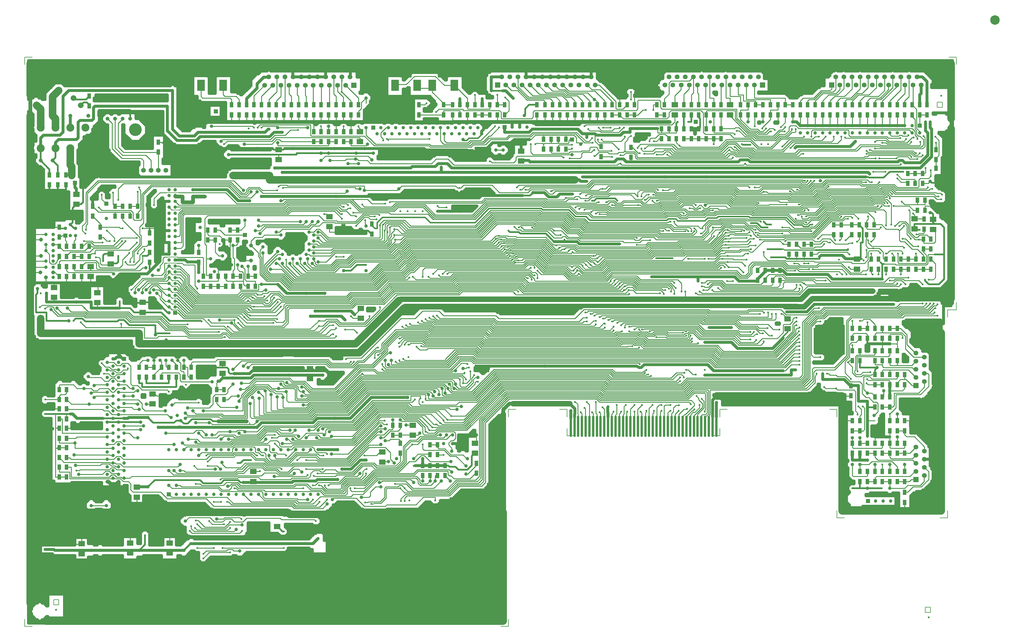
<source format=gbr>
G04 FAB 3000 Version 8.1.7 - Gerber/CAM Software*
G04 Gerber X2 Output*
%TF.GenerationSoftware,Numerical_Innovations,FAB3000,8.1.7*%
%TF.CreationDate,2019-06-14T15:02:10Z*%
%FSLAX24Y24*%
%MOIN*%
%TF.FileFunction,Copper,L3,Bot,Signal*%
%ADD11C,0.006850*%
%ADD12C,0.025689*%
%ADD13C,0.008563*%
%ADD14C,0.017126*%
%ADD15C,0.021407*%
%ADD16C,0.042815*%
%ADD17C,0.085630*%
%ADD18C,0.034252*%
%ADD19C,0.039335*%
%ADD20C,0.039281*%
%ADD21C,0.039270*%
%ADD22C,0.039350*%
%ADD23C,0.039290*%
%ADD24C,0.039300*%
%ADD25C,0.039320*%
%ADD26C,0.039400*%
%ADD27C,0.039200*%
%ADD28C,0.045139*%
%ADD29C,0.045084*%
%ADD30C,0.054570*%
%ADD31C,0.054590*%
%ADD32C,0.054580*%
%ADD33C,0.054620*%
%ADD34C,0.054640*%
%ADD35C,0.054630*%
%ADD36C,0.054560*%
%ADD37C,0.054600*%
%ADD38C,0.054700*%
%ADD39C,0.054680*%
%ADD40C,0.065485*%
%ADD41C,0.065539*%
%ADD42C,0.090983*%
%ADD43R,0.064230X0.064240*%
%ADD44R,0.064180X0.064180*%
%ADD45R,0.064240X0.064180*%
%ADD46R,0.064200X0.064180*%
%ADD47C,0.145550*%
%ADD48C,0.145620*%
%ADD49C,0.145570*%
%ADD50C,0.145560*%
%ADD51C,0.145600*%
%ADD52C,0.021809*%
%ADD53C,0.021860*%
%ADD54C,0.021870*%
%ADD55C,0.021800*%
%ADD56C,0.021820*%
%ADD57C,0.021880*%
%ADD58C,0.021790*%
%ADD59C,0.021900*%
%ADD60R,0.342500X0.342500*%
%ADD61R,0.046224X0.046220*%
%ADD62R,0.046230X0.046280*%
%ADD63R,0.046230X0.046230*%
%ADD64R,0.046280X0.046240*%
%ADD65R,0.046280X0.046220*%
%ADD66R,0.046280X0.046230*%
%ADD67R,0.046220X0.046230*%
%ADD68R,0.046220X0.046280*%
%ADD69R,0.046200X0.046280*%
%ADD70R,0.269690X0.269690*%
%ADD71R,0.068470X0.021370*%
%ADD72R,0.068470X0.021380*%
%ADD73R,0.068470X0.021430*%
%ADD74R,0.068470X0.021440*%
%ADD75R,0.068520X0.021380*%
%ADD76R,0.068520X0.021430*%
%ADD77R,0.068520X0.021420*%
%ADD78R,0.068530X0.021370*%
%ADD79R,0.068530X0.021380*%
%ADD80R,0.068530X0.021430*%
%ADD81R,0.068530X0.021440*%
%ADD82R,0.068470X0.021420*%
%ADD83R,0.068470X0.021390*%
%ADD84R,0.068470X0.021410*%
%ADD85R,0.068520X0.021440*%
%ADD86R,0.068520X0.021410*%
%ADD87R,0.068520X0.021390*%
%ADD88R,0.068520X0.021370*%
%ADD89R,0.068510X0.021370*%
%ADD90R,0.068510X0.021380*%
%ADD91R,0.068510X0.021430*%
%ADD92R,0.068510X0.021440*%
%ADD93R,0.068460X0.021370*%
%ADD94R,0.068460X0.021380*%
%ADD95R,0.068460X0.021430*%
%ADD96R,0.068460X0.021440*%
%ADD97R,0.068500X0.021370*%
%ADD98R,0.068500X0.021380*%
%ADD99R,0.068500X0.021430*%
%ADD100R,0.068500X0.021440*%
%ADD101R,0.021431X0.068530*%
%ADD102R,0.021376X0.068530*%
%ADD103R,0.021430X0.068470*%
%ADD104R,0.021375X0.068470*%
%ADD105R,0.021430X0.068520*%
%ADD106R,0.021377X0.068520*%
%ADD107R,0.021440X0.068530*%
%ADD108R,0.021440X0.068470*%
%ADD109R,0.021430X0.068510*%
%ADD110R,0.021440X0.068510*%
%ADD111R,0.021380X0.068510*%
%ADD112R,0.021370X0.068510*%
%ADD113R,0.021420X0.068530*%
%ADD114R,0.021390X0.068530*%
%ADD115R,0.021420X0.068510*%
%ADD116R,0.021390X0.068510*%
%ADD117R,0.021390X0.068520*%
%ADD118R,0.021420X0.068520*%
%ADD119R,0.021390X0.068470*%
%ADD120R,0.021370X0.068460*%
%ADD121R,0.021380X0.068460*%
%ADD122R,0.021370X0.068480*%
%ADD123R,0.021390X0.068480*%
%ADD124R,0.021430X0.068480*%
%ADD125R,0.021410X0.068480*%
%ADD126R,0.021380X0.068480*%
%ADD127R,0.021410X0.068520*%
%ADD128R,0.021410X0.068530*%
%ADD129R,0.021440X0.068480*%
%ADD130R,0.021430X0.068460*%
%ADD131R,0.021440X0.068460*%
%ADD132R,0.021410X0.068460*%
%ADD133R,0.021390X0.068460*%
%ADD134R,0.021440X0.068520*%
%ADD135R,0.021410X0.068510*%
%ADD136R,0.021410X0.068470*%
%ADD137R,0.021420X0.068470*%
%ADD138R,0.021500X0.068460*%
%ADD139R,0.021400X0.068460*%
%ADD140R,0.021400X0.068480*%
%ADD141R,0.021500X0.068480*%
%ADD142R,0.021400X0.068530*%
%ADD143R,0.034289X0.042800*%
%ADD144R,0.034233X0.042800*%
%ADD145R,0.034233X0.042810*%
%ADD146R,0.034290X0.042810*%
%ADD147R,0.034300X0.042810*%
%ADD148R,0.034220X0.042810*%
%ADD149R,0.034280X0.042800*%
%ADD150R,0.034280X0.042810*%
%ADD151R,0.034220X0.042820*%
%ADD152R,0.034290X0.042820*%
%ADD153R,0.034220X0.042860*%
%ADD154R,0.034300X0.042860*%
%ADD155R,0.034240X0.042860*%
%ADD156R,0.034300X0.042800*%
%ADD157R,0.034230X0.042860*%
%ADD158R,0.034200X0.042800*%
%ADD159R,0.034200X0.042810*%
%ADD160R,0.171280X0.085610*%
%ADD161R,0.171220X0.085610*%
%ADD162R,0.235510X0.205520*%
%ADD163R,0.085610X0.128410*%
%ADD164R,0.085670X0.128410*%
%ADD165R,0.085660X0.128410*%
%ADD166R,0.128410X0.085610*%
%ADD167R,0.128420X0.085610*%
%ADD168R,0.064230X0.042810*%
%ADD169R,0.064180X0.042810*%
%ADD170R,0.064230X0.042800*%
%ADD171R,0.064230X0.042820*%
%ADD172R,0.064180X0.042800*%
%ADD173R,0.064180X0.042820*%
%ADD174R,0.064180X0.042840*%
%ADD175R,0.064240X0.042800*%
%ADD176R,0.064240X0.042810*%
%ADD177R,0.064180X0.042860*%
%ADD178R,0.064240X0.042860*%
%ADD179R,0.064250X0.042860*%
%ADD180R,0.064250X0.042800*%
%ADD181R,0.064190X0.042810*%
%ADD182R,0.042805X0.064240*%
%ADD183R,0.042805X0.064180*%
%ADD184R,0.042805X0.064190*%
%ADD185R,0.042861X0.064190*%
%ADD186R,0.042861X0.064180*%
%ADD187R,0.042861X0.064240*%
%ADD188R,0.042860X0.064230*%
%ADD189R,0.042810X0.064230*%
%ADD190R,0.042820X0.064240*%
%ADD191R,0.042820X0.064180*%
%ADD192R,0.042800X0.064230*%
%ADD193R,0.042820X0.064230*%
%ADD194R,0.042800X0.064200*%
%ADD195R,0.042900X0.064240*%
%ADD196R,0.042900X0.064180*%
%ADD197R,0.042760X0.064240*%
%ADD198R,0.042760X0.064180*%
%ADD199R,0.042900X0.064230*%
%ADD200R,0.064230X0.077090*%
%ADD201R,0.064240X0.077100*%
%ADD202R,0.064230X0.077100*%
%ADD203R,0.064180X0.077040*%
%ADD204R,0.064230X0.077040*%
%ADD205R,0.077100X0.064240*%
%ADD206R,0.077100X0.064180*%
%ADD207R,0.077100X0.064190*%
%ADD208R,0.077090X0.064240*%
%ADD209R,0.077090X0.064190*%
%ADD210R,0.077040X0.064240*%
%ADD211R,0.077040X0.064180*%
%ADD212R,0.077030X0.064180*%
%ADD213R,0.077030X0.064240*%
%ADD214R,0.107040X0.064240*%
%ADD215R,0.107040X0.064230*%
%ADD216R,0.064230X0.107040*%
%ADD217R,0.080513X0.106990*%
%ADD218R,0.080512X0.107040*%
%ADD219R,0.080460X0.107040*%
%ADD220R,0.080510X0.107050*%
%ADD221R,0.080520X0.107050*%
%ADD222R,0.080500X0.107040*%
%ADD223R,0.080600X0.107050*%
%ADD224R,0.080500X0.107050*%
%ADD225R,0.080400X0.107040*%
%ADD226R,0.081320X0.064230*%
%ADD227R,0.094190X0.059890*%
%ADD228R,0.094190X0.059910*%
%ADD229R,0.094180X0.059960*%
%ADD230R,0.094180X0.059940*%
%ADD231R,0.059940X0.094180*%
%ADD232R,0.059900X0.094180*%
%ADD233R,0.059960X0.094180*%
%ADD234R,0.059900X0.094200*%
%ADD235R,0.059960X0.094200*%
%ADD236R,0.042810X0.098470*%
%ADD237R,0.042810X0.098420*%
%ADD238R,0.042800X0.098420*%
%ADD239R,0.042860X0.098480*%
%ADD240R,0.042800X0.098470*%
%ADD241R,0.042860X0.098420*%
%ADD242R,0.042860X0.098470*%
%ADD243R,0.124200X0.042800*%
%ADD244R,0.042806X0.124120*%
%ADD245R,0.042806X0.124190*%
%ADD246R,0.042800X0.124140*%
%ADD247R,0.042810X0.124140*%
%ADD248R,0.042810X0.124130*%
%ADD249R,0.042810X0.124180*%
%ADD250R,0.042800X0.124130*%
%ADD251R,0.042800X0.124180*%
%ADD253C,0.012844*%
%ADD254C,0.064222*%
%ADD255C,0.051378*%
%ADD256C,0.045130*%
%ADD257R,0.342500X0.342450*%
%ADD258R,0.042870X0.064240*%
%ADD259R,0.042800X0.064220*%
%ADD260R,0.042810X0.064220*%
%ADD261R,0.042840X0.064230*%
%ADD262R,0.042840X0.064240*%
%ADD263R,0.042810X0.064200*%
%ADD264R,0.042820X0.064190*%
%ADD265R,0.042890X0.064240*%
%ADD266R,0.042890X0.064180*%
%ADD267R,0.077090X0.064180*%
%ADD268R,0.077095X0.064230*%
%ADD269R,0.077040X0.064230*%
%ADD270R,0.077030X0.064230*%
%ADD271R,0.077090X0.064220*%
%ADD272R,0.077050X0.064240*%
%ADD273R,0.077050X0.064180*%
%ADD274R,0.077080X0.064180*%
%ADD275R,0.077080X0.064240*%
%ADD276R,0.077050X0.064230*%
%ADD277C,0.109100*%
%LPD*%
D53*
X79292Y37170D03*
D18*
X80833Y42307D02*
G01X73555D01*
D13*
X79121Y41194D02*
G01X79464D01*
X78607Y38369D02*
G01X79292Y39054D01*
X80833Y39396D02*
G01X79121D01*
X81861Y44362D02*
G01X73555D01*
X73470Y44191D02*
G01X81776D01*
X81947Y44534D02*
G01X73641D01*
X73726Y44705D02*
G01X79635D01*
X79121Y36999D02*
G01X79292Y37170D01*
Y37598D02*
G01X78265Y36571D01*
X79292Y37856D02*
G01X78950Y38198D01*
X79121Y36828D02*
G01X79378D01*
X79207Y39225D02*
G01X80662D01*
X78522Y38540D02*
G01X79207Y39225D01*
D12*
X79249Y34157D02*
G01Y36297D01*
D13*
X76638Y40766D02*
G01X69787D01*
X73812Y44876D02*
G01X78950D01*
X75268Y37684D02*
G01X75525D01*
X75396Y36871D02*
G01X75525Y36999D01*
X75396Y36297D02*
G01Y36871D01*
D12*
Y34157D02*
G01Y36297D01*
D24*
X30141Y27410D03*
D13*
X28428Y26554D02*
G01X33481D01*
X33652Y26725D02*
G01X29970D01*
X30055Y26896D02*
G01X33738D01*
X29798Y27153D02*
G01X30055Y26896D01*
X33224Y26212D02*
G01X26202D01*
X24147Y26040D02*
G01X33138D01*
X26373Y26383D02*
G01X33310D01*
D55*
X81005Y42136D03*
D18*
D02*
G01X80833Y42307D01*
X81519Y41622D02*
G01X81005Y42136D01*
X81519Y41109D02*
G01X80491D01*
D13*
X80919Y39311D02*
G01X80833Y39396D01*
X80919Y36657D02*
G01Y39311D01*
Y36657D02*
G01X80559Y36297D01*
D12*
X80962Y34157D02*
G01Y36297D01*
D13*
X80559D02*
G01X80534D01*
X79249Y36443D02*
G01Y36297D01*
X80106Y36443D02*
G01Y36297D01*
X80234Y36571D02*
G01X80106Y36443D01*
X80577Y36571D02*
G01X80234D01*
D12*
X80534Y34157D02*
G01Y36297D01*
X80106Y34157D02*
G01Y36297D01*
X79678Y34157D02*
G01Y36297D01*
D13*
X80234Y37427D02*
G01X79249Y36443D01*
X79678Y36614D02*
G01X80405Y37342D01*
X79678Y36614D02*
G01Y36297D01*
X80748Y36742D02*
G01X80577Y36571D01*
D56*
X66705Y37342D03*
D55*
X77494Y36999D03*
D56*
X77537Y37641D03*
D13*
X78179Y41366D02*
G01X77237D01*
X77408Y41194D02*
G01X77836D01*
X76809Y40595D02*
G01X77408Y41194D01*
X77666Y40852D02*
G01X77237Y40424D01*
X77408Y40253D02*
G01X77580Y40424D01*
X77195Y37641D02*
G01X77537D01*
X77109Y36614D02*
G01X77494Y36999D01*
D12*
X77537Y34157D02*
G01Y36297D01*
D55*
X72442Y37684D03*
Y36914D03*
D13*
X72528Y44705D02*
G01X72356Y44876D01*
X73212Y44705D02*
G01X72528D01*
X72442Y44534D02*
G01X73127D01*
X73555Y41280D02*
G01X70130D01*
X70216Y41451D02*
G01X73384D01*
X73726Y41109D02*
G01X70045D01*
X69959Y40938D02*
G01X74154D01*
D12*
X72399Y34157D02*
G01Y36297D01*
D56*
X73983Y41194D03*
D13*
D02*
G01X73812D01*
D12*
X74112Y34157D02*
G01Y36297D01*
D54*
X74668Y36999D03*
D52*
X74497Y37684D03*
D56*
X74326Y41023D03*
D13*
X74240D02*
G01X74326D01*
X74154Y40938D02*
G01X74240Y41023D01*
X74968Y36443D02*
G01Y36297D01*
X75011Y36486D02*
G01X74968Y36443D01*
X75011Y37427D02*
G01X75268Y37684D01*
X75011Y36486D02*
G01Y37427D01*
D12*
X74968Y34157D02*
G01Y36297D01*
X74540Y34157D02*
G01Y36297D01*
D13*
Y36699D02*
G01X74668Y36828D01*
D02*
G01Y36999D01*
X74540Y36699D02*
G01Y36297D01*
X74112D02*
G01Y37299D01*
D02*
G01X74497Y37684D01*
X72356Y44876D02*
G01X70901D01*
X70986Y44705D02*
G01X72271D01*
D12*
X71114Y34157D02*
G01Y36297D01*
D13*
X71243Y36657D02*
G01X71114Y36528D01*
D02*
G01Y36297D01*
X66833D02*
G01X66791Y36374D01*
D02*
G01X66833Y36331D01*
D12*
Y34157D02*
G01Y36297D01*
X67261Y34157D02*
G01Y36297D01*
X69402Y34157D02*
G01Y36297D01*
X68974Y34157D02*
G01Y36297D01*
X68546Y34157D02*
G01Y36297D01*
X68117Y34157D02*
G01Y36297D01*
X67689Y34157D02*
G01Y36297D01*
D18*
X69402Y36785D02*
G01Y36297D01*
D13*
X67689Y36699D02*
G01Y36297D01*
X67261Y37727D02*
G01Y36297D01*
X66791Y36374D02*
G01Y37256D01*
X68974Y36297D02*
G01Y37213D01*
X68546Y36699D02*
G01Y36297D01*
X68117Y36614D02*
G01Y36297D01*
D52*
X42215Y26297D03*
D13*
X43842Y26040D02*
G01X41444D01*
X41872Y26554D02*
G01X43242D01*
X42472Y26297D02*
G01X42215D01*
D183*
X49836Y30723D03*
X48979D03*
X48123D03*
D18*
D02*
G01Y31520D01*
X47781Y30723D02*
G01X47267D01*
X48123D02*
G01X47781D01*
X48980D02*
G01X48123D01*
X49836D02*
G01X48980D01*
D19*
X38361Y29123D03*
D18*
X36049Y29122D02*
G01X35878Y28951D01*
X38362Y29122D02*
G01X36049D01*
D13*
X38533Y28780D02*
G01X39218Y29465D01*
X39303Y29294D02*
G01X38618Y28609D01*
X41359Y27752D02*
G01X42900Y29294D01*
X41101Y29122D02*
G01X41615Y29636D01*
X42472Y30150D02*
G01X41273Y28951D01*
X41444Y28609D02*
G01X42643Y29807D01*
X33138Y29294D02*
G01X32967Y29122D01*
X41529Y28438D02*
G01X42728Y29636D01*
X42814Y29465D02*
G01X41444Y28095D01*
X41359Y28780D02*
G01X42557Y29979D01*
D53*
X37334Y28438D03*
D13*
X36135Y28780D02*
G01X38533D01*
X37505Y28609D02*
G01X37334Y28438D01*
X37163Y28010D02*
G01X38704D01*
X38875Y27838D02*
G01X37077D01*
X36820Y27324D02*
G01X39303D01*
X36906Y27496D02*
G01X39132D01*
X36392Y27153D02*
G01X39903D01*
D57*
X41530Y26468D03*
D19*
X41102Y27068D03*
D20*
X37762Y26811D03*
D18*
X38362Y26554D02*
G01X40245D01*
X38190Y26383D02*
G01X40417D01*
X37848Y26212D02*
G01X40588D01*
D13*
X41958Y27068D02*
G01X41101D01*
X42129Y27239D02*
G01X41958Y27068D01*
X39303Y27324D02*
G01X39474Y27496D01*
X39903Y27153D02*
G01X40160Y27410D01*
D02*
G01X41273D01*
X41872Y26554D02*
G01X41787Y26468D01*
D02*
G01X41529D01*
X41444Y26040D02*
G01X40502Y26982D01*
D02*
G01X37934D01*
D02*
G01X37762Y26811D01*
D57*
X22092Y28609D03*
D13*
X22777Y28438D02*
G01X22606Y28609D01*
X25603Y28780D02*
G01X25260Y28438D01*
X26202Y28609D02*
G01X25945Y28352D01*
X27144Y28266D02*
G01X26801Y28609D01*
X26887Y28780D02*
G01X27230Y28438D01*
D56*
X39817Y28095D03*
D52*
X40331D03*
D13*
X39988Y27752D02*
G01X41359D01*
X39817Y27924D02*
G01Y28095D01*
X39988Y27752D02*
G01X39817Y27924D01*
X41444Y28095D02*
G01X40331D01*
X39132Y27838D02*
G01Y28352D01*
X38961Y27924D02*
G01X38875Y27838D01*
X38704Y28010D02*
G01X38790Y28095D01*
X39474Y28181D02*
G01X39731Y28438D01*
D02*
G01X41529D01*
X39132Y28352D02*
G01X39560Y28780D01*
X39303Y28266D02*
G01X39646Y28609D01*
X39474Y28951D02*
G01X38961Y28438D01*
D02*
G01Y27924D01*
X38790Y28095D02*
G01Y28523D01*
X38618Y28609D02*
G01X37505D01*
X39560Y28780D02*
G01X41359D01*
X39646Y28609D02*
G01X41444D01*
X41273Y28951D02*
G01X39474D01*
X38790Y28523D02*
G01X39389Y29122D01*
D02*
G01X41101D01*
D269*
X15327Y28241D03*
D20*
X19865Y28438D03*
D19*
X19009D03*
X16612Y28266D03*
D18*
X13872Y28438D02*
G01X14214D01*
X16611Y28266D02*
G01X15327D01*
D13*
X19352Y28095D02*
G01X19009Y28438D01*
X15327Y28241D02*
G01Y28266D01*
X14642Y28609D02*
G01Y27924D01*
X20465Y28266D02*
G01X20294Y28438D01*
D02*
G01X19866D01*
D20*
X13229Y28866D03*
D19*
X11945D03*
D16*
X12073D02*
G01X11944D01*
X12330Y28609D02*
G01X12073Y28866D01*
X12972Y28609D02*
G01X12330D01*
X13229Y28866D02*
G01X12972Y28609D01*
D15*
X16611Y28266D02*
G01X17382Y29037D01*
D13*
X14385Y28866D02*
G01X14642Y28609D01*
D19*
X19009Y30150D03*
X19609D03*
D20*
X20293D03*
D19*
X13871D03*
D20*
X12587D03*
D13*
X11731Y30064D02*
G01X11388Y29722D01*
X12416Y29807D02*
G01X12159Y30064D01*
X20722Y30150D02*
G01X20893Y29979D01*
X19523Y29636D02*
G01X19009Y30150D01*
X19608D02*
G01X19951Y29807D01*
D53*
X46068Y28095D03*
X45554D03*
D52*
X44955Y28609D03*
D20*
X43328Y28266D03*
D13*
X43756Y28095D02*
G01X43927Y28266D01*
X44013Y28095D02*
G01X43927Y28010D01*
X45555Y28095D02*
G01X44013D01*
X46068D02*
G01X46411Y27752D01*
X45726Y28438D02*
G01X46068Y28095D01*
X45469Y28438D02*
G01X45726D01*
X45297Y28266D02*
G01X45469Y28438D01*
X46239Y28609D02*
G01X44955D01*
X46154Y28951D02*
G01X43499D01*
D02*
G01X43328Y28780D01*
D02*
G01X43156D01*
X43927Y28266D02*
G01X45297D01*
X46239Y31092D02*
G01X45297Y30150D01*
D20*
X31083Y29465D03*
D13*
X26887Y29807D02*
G01X26716Y29636D01*
X29970Y29893D02*
G01X29627Y29550D01*
D52*
X33738Y31348D03*
D53*
X31939Y30321D03*
D19*
X33395Y29807D03*
D13*
X32881Y31520D02*
G01X32796D01*
X33310Y30835D02*
G01X33138Y30663D01*
X32796Y31520D02*
G01X32624Y31348D01*
X33310Y30321D02*
G01X32796Y29807D01*
X33909Y30321D02*
G01X33310D01*
X32710Y29979D02*
G01X33395Y30663D01*
X31768Y29979D02*
G01X32710D01*
X31425Y30321D02*
G01X31768Y29979D01*
X32796Y29807D02*
G01X31682D01*
X31768Y30492D02*
G01X31939Y30321D01*
X31597Y29636D02*
G01X33224D01*
D02*
G01X33395Y29807D01*
X33052Y30835D02*
G01X33224Y31006D01*
X32881D02*
G01X33738Y31862D01*
X33566Y32205D02*
G01X32881Y31520D01*
X34080Y31691D02*
G01X33738Y31348D01*
X32796Y31177D02*
G01X33652Y32033D01*
X33566Y32547D02*
G01X32538Y31520D01*
D55*
X29456Y30064D03*
D13*
X29370D02*
G01X29345Y30038D01*
X29456Y30064D02*
G01X29370D01*
X29970Y31520D02*
G01X30483Y31006D01*
X29028Y31520D02*
G01X29970D01*
X30141Y31606D02*
G01X30569Y31177D01*
X30312Y30663D02*
G01X29970Y31006D01*
X29884Y30835D02*
G01X30227Y30492D01*
X30055Y30150D02*
G01X29713Y30492D01*
X31340Y29893D02*
G01X29970D01*
X29798Y30663D02*
G01X30141Y30321D01*
X31340Y30150D02*
G01X30055D01*
X29884Y31348D02*
G01X30398Y30835D01*
X30741Y31348D02*
G01X30483Y31606D01*
D20*
X31169Y31862D03*
X30483D03*
D13*
X30141Y32033D02*
G01Y31606D01*
X31169Y31691D02*
G01Y31862D01*
X31340Y31520D02*
G01X31169Y31691D01*
X30483Y31606D02*
G01Y31862D01*
D56*
X28428Y31348D03*
D55*
X26887Y31006D03*
D15*
X27230D02*
G01X26887D01*
X27572Y31348D02*
G01X28428D01*
X27230Y31006D02*
G01X27572Y31348D01*
D13*
X27743Y31006D02*
G01X27230Y30492D01*
X27444Y30021D02*
G01X28086Y30663D01*
X26844Y30021D02*
G01X27444D01*
X26630Y29807D02*
G01X26844Y30021D01*
X28257Y30492D02*
G01X27572Y29807D01*
D02*
G01X26887D01*
X26545Y29979D02*
G01X26887Y30321D01*
D02*
G01X27401D01*
D02*
G01X27915Y30835D01*
D20*
X20722Y32547D03*
X19865D03*
D19*
X19009D03*
X13871Y32718D03*
D20*
X12587D03*
D55*
X36735Y31862D03*
D23*
X37676Y32033D03*
D13*
X35964Y31862D02*
G01X36306Y31520D01*
Y31862D02*
G01X36735D01*
X36135Y32033D02*
G01X36306Y31862D01*
D53*
X77665Y40424D03*
Y40852D03*
D56*
X78094D03*
D57*
X78179Y41366D03*
D13*
X78094Y40938D02*
G01Y40852D01*
X77836Y41194D02*
G01X78094Y40938D01*
X77580Y40424D02*
G01X77666D01*
X77965Y36357D02*
G01Y36297D01*
X78179Y36571D02*
G01X77965Y36357D01*
X78265Y36571D02*
G01X78179D01*
D12*
X77965Y34157D02*
G01Y36297D01*
D13*
X78094Y37170D02*
G01X77537Y36614D01*
D02*
G01Y36297D01*
D55*
X78350Y41708D03*
D13*
X78607D02*
G01X78350D01*
X78094Y39396D02*
G01X78778Y40081D01*
X79036Y39568D02*
G01X78350Y38883D01*
X78265Y39054D02*
G01X78950Y39739D01*
X78864Y39910D02*
G01X78179Y39225D01*
X78008Y39568D02*
G01X78693Y40253D01*
X78607Y40424D02*
G01X77922Y39739D01*
X78436Y40766D02*
G01X77751Y40081D01*
D12*
X78393Y34157D02*
G01Y36297D01*
D13*
Y37170D02*
G01X78094D01*
X77836Y39910D02*
G01X78522Y40595D01*
D55*
X78479Y37256D03*
D52*
X78864Y37770D03*
D13*
X79121Y41194D02*
G01X78607Y41708D01*
X78393Y36357D02*
G01Y36297D01*
X78821Y36331D02*
G01X78881D01*
D02*
G01X78821Y36297D01*
X79121Y39396D02*
G01X78436Y38712D01*
X79036Y36999D02*
G01X79121D01*
X78393Y36357D02*
G01X79036Y36999D01*
X78950Y37770D02*
G01X78864D01*
X78693Y38027D02*
G01X78950Y37770D01*
X78881Y36588D02*
G01X79121Y36828D01*
X78881Y36331D02*
G01Y36588D01*
D12*
X78821Y34157D02*
G01Y36297D01*
D13*
X78479Y37256D02*
G01X78393Y37170D01*
X48123Y34431D02*
G01Y35116D01*
X48401Y34666D02*
G01Y35116D01*
X49579Y34773D02*
G01X49750Y34944D01*
X48722D02*
G01X48894Y34773D01*
X48722Y35116D02*
G01Y34944D01*
D52*
X32453Y31862D03*
D20*
X33566Y32547D03*
D19*
X31854D03*
D21*
X32710D03*
D13*
X31853Y32890D02*
G01X33052D01*
X31511Y32033D02*
G01X32282D01*
X31682Y33061D02*
G01Y33318D01*
X31853Y32890D02*
G01X31682Y33061D01*
X33052Y32890D02*
G01X33224Y33061D01*
X33052Y32547D02*
G01X32710D01*
X33395Y32890D02*
G01X33052Y32547D01*
X32282Y32033D02*
G01X32453Y31862D01*
D20*
X32025Y33232D03*
D13*
X33052Y33403D02*
G01X32710Y33746D01*
X31682Y33318D02*
G01X31425Y33574D01*
D19*
X22092Y33403D03*
D13*
X22263Y33232D02*
G01X22092Y33403D01*
D24*
X30141Y32547D03*
Y33746D03*
D20*
X30055Y39311D03*
D18*
X30312Y43335D02*
G01Y43848D01*
Y41622D02*
G01Y41965D01*
X30141Y43335D02*
G01Y43848D01*
Y41622D02*
G01Y41965D01*
D13*
X30227Y39653D02*
G01X30655Y39225D01*
X29028Y39653D02*
G01X30227D01*
Y34602D02*
G01X31340D01*
X29370Y33746D02*
G01X30227Y34602D01*
X30141Y34260D02*
G01X31169D01*
D18*
X52747Y32547D02*
G01Y34260D01*
X52576Y32547D02*
G01Y34260D01*
X52233Y33232D02*
G01Y34260D01*
D13*
X51377D02*
G01X50863Y33746D01*
X51634Y33574D02*
G01X51891Y33831D01*
X45897Y32890D02*
G01X46667Y33660D01*
X47438Y29465D02*
G01X42814D01*
X42900Y29294D02*
G01X47352D01*
X47010Y28095D02*
G01X46154Y28951D01*
X42986Y29122D02*
G01X46753D01*
X42728Y29636D02*
G01X47181D01*
X46924Y27924D02*
G01X46239Y28609D01*
X46411Y27752D02*
G01X50949D01*
X45383Y29979D02*
G01X46582Y31177D01*
X46753Y33489D02*
G01X46068Y32804D01*
X42643Y29807D02*
G01X47096D01*
X46924Y33146D02*
G01X46239Y32462D01*
D20*
X36649Y34944D03*
X35107Y34773D03*
D21*
X36135D03*
D19*
X37420Y34602D03*
D13*
X35621Y34773D02*
G01X36306Y35458D01*
X35621Y34773D02*
G01X35107D01*
X37591D02*
G01X37420Y34602D01*
X36991Y34431D02*
G01Y34773D01*
D02*
G01X37163Y34944D01*
X36135D02*
G01Y34773D01*
D55*
X73298Y37684D03*
D52*
X73812Y36999D03*
D54*
X73127Y36914D03*
D13*
X73812D02*
G01X73683Y36785D01*
X73812Y36999D02*
G01Y36914D01*
D12*
X72827Y34157D02*
G01Y36297D01*
X73255Y34157D02*
G01Y36297D01*
X73683Y34157D02*
G01Y36297D01*
D13*
Y36785D02*
G01Y36297D01*
X73255D02*
G01Y36785D01*
D02*
G01X73127Y36914D01*
X72784Y37170D02*
G01X73298Y37684D01*
X72784Y37170D02*
G01Y36571D01*
D02*
G01X72827Y36528D01*
D02*
G01Y36297D01*
D20*
X29113Y35116D03*
Y35801D03*
D18*
X28942Y43335D02*
G01Y43848D01*
Y41622D02*
G01Y41965D01*
D13*
X30398Y39996D02*
G01X28856D01*
X29028Y40424D02*
G01X28172Y39568D01*
X28428Y39054D02*
G01X29028Y39653D01*
X28964Y35651D02*
G01X28771Y35458D01*
X29135Y35651D02*
G01X28964D01*
X28086Y39739D02*
G01X28942Y40595D01*
X28514Y38883D02*
G01X29114Y39482D01*
X30312Y39824D02*
G01X28942D01*
D02*
G01X28343Y39225D01*
D20*
X23290Y34259D03*
D21*
X23976D03*
X25003Y33746D03*
D24*
X21235D03*
D20*
X22434Y34431D03*
D13*
X22777Y34773D02*
G01X23291Y34260D01*
X22177Y34773D02*
G01X21835Y34431D01*
X22777Y34773D02*
G01X22177D01*
X22948Y33917D02*
G01X22434Y34431D01*
X24490Y33917D02*
G01X22948D01*
X25346Y34088D02*
G01X25003Y33746D01*
X24490Y33917D02*
G01X24832Y34260D01*
X24318D02*
G01X23976D01*
X24661Y34602D02*
G01X24318Y34260D01*
X22263Y33746D02*
G01X22606Y33403D01*
X21235Y33746D02*
G01X22263D01*
D19*
X23633Y35629D03*
X22092D03*
D15*
X21663Y36057D02*
G01X21150Y35544D01*
D13*
X23976Y35458D02*
G01X23804Y35629D01*
X68846Y46417D02*
G01X56258D01*
X56343Y46588D02*
G01X68417D01*
X70130Y45903D02*
G01X55915D01*
X56087Y46075D02*
G01X69873D01*
X69616Y46246D02*
G01X56172D01*
X55744Y45732D02*
G01X70216D01*
X55659Y45561D02*
G01X70301D01*
X70387Y45390D02*
G01X55573D01*
X55402Y45218D02*
G01X70473D01*
X55316Y45047D02*
G01X70558D01*
D55*
X81005Y46588D03*
D18*
D02*
G01X83574D01*
D13*
X80491Y46246D02*
G01X84344D01*
X79977Y45390D02*
G01X83831D01*
X83916Y45561D02*
G01X80063D01*
X80234Y45732D02*
G01X84088D01*
X84173Y45903D02*
G01X80320D01*
X80405Y46075D02*
G01X84259D01*
X79892Y45218D02*
G01X83745D01*
X56686Y41109D02*
G01X54117Y38540D01*
X54203Y38369D02*
G01X56772Y40938D01*
X56857Y40766D02*
G01X54288Y38198D01*
X54374Y38027D02*
G01X56943Y40595D01*
X52854Y35993D02*
G01X57114Y40253D01*
X57029Y40424D02*
G01X53025Y36421D01*
X54032Y38712D02*
G01X56601Y41280D01*
X56515Y41451D02*
G01X53946Y38883D01*
X53775Y39225D02*
G01X56343Y41794D01*
X56429Y41622D02*
G01X53860Y39054D01*
X55915Y46760D02*
G01X49408D01*
X55573Y46246D02*
G01X49151D01*
X49236Y46417D02*
G01X55744D01*
X55830Y46588D02*
G01X49322D01*
X49065Y46075D02*
G01X55402D01*
X48980Y45903D02*
G01X55316D01*
X54888Y45218D02*
G01X48637D01*
X48722Y45390D02*
G01X54974D01*
X54802Y45047D02*
G01X48551D01*
X48808Y45561D02*
G01X55059D01*
X55231Y45732D02*
G01X48894D01*
X67818Y46760D02*
G01X56429D01*
X56258Y46417D02*
G01X55915Y46760D01*
Y45903D02*
G01X55573Y46246D01*
X55744Y46417D02*
G01X56087Y46075D01*
X56172Y46246D02*
G01X55830Y46588D01*
X55402Y46075D02*
G01X55744Y45732D01*
X55316Y45903D02*
G01X55659Y45561D01*
X54974Y45390D02*
G01X55316Y45047D01*
X55059Y45561D02*
G01X55402Y45218D01*
X55573Y45390D02*
G01X55231Y45732D01*
X74069Y45903D02*
G01X74497D01*
X73555Y46417D02*
G01X79549D01*
X78179Y46246D02*
G01X74326D01*
X74497Y45903D02*
G01X74668Y46075D01*
X73898Y45561D02*
G01X74668D01*
X79635Y46588D02*
G01X72699D01*
X72100Y46760D02*
G01X79721D01*
X74583Y45732D02*
G01X73983D01*
Y45218D02*
G01X78693D01*
X78778Y45047D02*
G01X73898D01*
X70387Y45903D02*
G01X72870D01*
X72014Y46674D02*
G01X72100Y46760D01*
X72956Y46075D02*
G01X71928D01*
X70473Y45732D02*
G01X72784D01*
X72699Y45561D02*
G01X70558D01*
X70644Y45390D02*
G01X72613D01*
X72442Y45047D02*
G01X70815D01*
X70729Y45218D02*
G01X72528D01*
D55*
X74925Y45475D03*
D13*
X76209Y46075D02*
G01X76295Y45989D01*
X74668Y46075D02*
G01X76209D01*
X76038Y45475D02*
G01X74925D01*
X76124Y45390D02*
G01X76038Y45475D01*
Y45732D02*
G01X76209Y45561D01*
X74840Y45732D02*
G01X76038D01*
X74668Y45561D02*
G01X74840Y45732D01*
X76295D02*
G01X76124Y45903D01*
D02*
G01X74754D01*
D02*
G01X74583Y45732D01*
X76295Y45989D02*
G01X78008D01*
X78522Y45390D02*
G01X76124D01*
X76209Y45561D02*
G01X78265D01*
X78094Y45732D02*
G01X76295D01*
X72784D02*
G01X72956Y45561D01*
X72699Y45047D02*
G01X73384D01*
X72528Y45218D02*
G01X72699Y45047D01*
X72613Y45390D02*
G01X72784Y45218D01*
D02*
G01X73470D01*
X73898Y45047D02*
G01X73555Y45390D01*
D02*
G01X72870D01*
D02*
G01X72699Y45561D01*
X72956D02*
G01X73641D01*
D02*
G01X73983Y45218D01*
X73041Y45732D02*
G01X73726D01*
D02*
G01X73898Y45561D01*
X73983Y45732D02*
G01X73812Y45903D01*
X72870D02*
G01X73041Y45732D01*
D55*
X73298Y46331D03*
D52*
X72956D03*
D55*
X72442D03*
D53*
X74154Y46160D03*
D13*
X73898Y46075D02*
G01X74069Y45903D01*
X73470Y46331D02*
G01X73555Y46417D01*
X73298Y46331D02*
G01X73470D01*
X73212Y46075D02*
G01X72956Y46331D01*
X73898Y46075D02*
G01X73212D01*
X74240Y46160D02*
G01X74154D01*
X74326Y46246D02*
G01X74240Y46160D01*
X73812Y45903D02*
G01X73127D01*
D02*
G01X72956Y46075D01*
X72699Y46588D02*
G01X72442Y46331D01*
X79378Y46246D02*
G01X78436D01*
X79292Y46075D02*
G01X78693D01*
X79977Y45390D02*
G01X79292Y46075D01*
X79207Y45903D02*
G01X79892Y45218D01*
X78778Y45903D02*
G01X79207D01*
X80320D02*
G01X79635Y46588D01*
X79721Y46760D02*
G01X80405Y46075D01*
X79549Y46417D02*
G01X80234Y45732D01*
X80063Y45561D02*
G01X79378Y46246D01*
D52*
X80491Y44876D03*
D56*
X79035Y44961D03*
D13*
X70815Y45047D02*
G01X70644Y44876D01*
X72613D02*
G01X72442Y45047D01*
X73384D02*
G01X73726Y44705D01*
X73470Y45218D02*
G01X73812Y44876D01*
X78950D02*
G01X79036Y44962D01*
D18*
X81433Y44876D02*
G01X83574D01*
X80491D02*
G01X81433D01*
D13*
X88626Y47573D02*
G01X88669Y47616D01*
X88626Y47530D02*
G01Y47573D01*
X88540Y47444D02*
G01X88626Y47530D01*
X84430Y47444D02*
G01X88540D01*
X84259Y47616D02*
G01X84430Y47444D01*
X88189Y47616D02*
G01X84516D01*
D02*
G01X84344Y47787D01*
X84430Y47958D02*
G01X84601Y47787D01*
D02*
G01X87761D01*
D53*
X86828Y48129D03*
D52*
X88669Y48138D03*
D55*
X88189D03*
D13*
D02*
G01Y47616D01*
X88669D02*
G01Y48138D01*
X87761Y47787D02*
G01Y48326D01*
X51976Y37684D02*
G01X52319Y38027D01*
X49964Y36999D02*
G01X50970Y35993D01*
X50542Y35908D02*
G01X49622Y36828D01*
D20*
X50007Y38883D03*
D23*
X50349Y39568D03*
D13*
X54117Y38540D02*
G01X49493D01*
X48808Y38369D02*
G01X54203D01*
X51976Y37684D02*
G01X47866D01*
X46753Y37342D02*
G01X51120D01*
X54288Y38198D02*
G01X48466D01*
X46924Y37513D02*
G01X52576D01*
X50650Y37170D02*
G01X46667D01*
X48466Y44876D02*
G01X54717D01*
X48380Y44705D02*
G01X54631D01*
X54545Y44534D02*
G01X48294D01*
X48722Y44191D02*
G01X54288D01*
X54374Y44362D02*
G01X48123D01*
X89996Y47590D02*
G01X89456Y48129D01*
X94106Y47787D02*
G01X94535Y48215D01*
X91880Y47102D02*
G01X93078Y48301D01*
X92993Y48472D02*
G01X91709Y47188D01*
X94021Y47958D02*
G01X94449Y48386D01*
X94620Y48044D02*
G01X94192Y47616D01*
D20*
X43842Y33574D03*
D13*
X45383Y33746D02*
G01X45555Y33574D01*
X44270D02*
G01X44441Y33746D01*
D53*
X42985Y44277D03*
Y43420D03*
D13*
X44184Y43677D02*
G01X42472Y41965D01*
X42300Y42307D02*
G01X43927Y43934D01*
X43242Y43763D02*
G01X42814D01*
X42728Y43934D02*
G01X43156D01*
X42643Y37684D02*
G01X46411D01*
X42814Y37342D02*
G01X46239D01*
X46325Y37513D02*
G01X42728D01*
X42386Y42136D02*
G01X44098Y43848D01*
X43156Y43592D02*
G01X42986Y43420D01*
X46154Y37170D02*
G01X42900D01*
X42986Y36999D02*
G01X46068D01*
D56*
X47438Y44362D03*
D55*
X47952Y44448D03*
D13*
X48294Y44534D02*
G01X48038Y44790D01*
D02*
G01X46753D01*
D02*
G01X46582Y44619D01*
X47438Y44362D02*
G01X47781Y44020D01*
D02*
G01X48551D01*
D02*
G01X48722Y44191D01*
X48123Y44362D02*
G01X48038Y44448D01*
D02*
G01X47952D01*
D18*
X90081Y37684D02*
G01Y38883D01*
X89911Y37684D02*
G01Y38883D01*
X90424Y41109D02*
G01X89482D01*
D17*
X96247Y38712D02*
G01X87085D01*
D13*
X89739Y41622D02*
G01X90424Y42307D01*
X91023Y44876D02*
G01X88968Y42821D01*
X89225Y42650D02*
G01X91023Y44448D01*
X90852Y44020D02*
G01X89311Y42479D01*
X89482Y42307D02*
G01X90767Y43592D01*
X90510Y42736D02*
G01X89739Y41965D01*
X89653Y42136D02*
G01X90681Y43164D01*
D55*
X87256Y44961D03*
D56*
X83574Y44876D03*
D52*
X81433D03*
D18*
X88284Y44191D02*
G01X89482Y45390D01*
X83574Y44876D02*
G01X84259Y44191D01*
D13*
X83831Y45390D02*
G01X84516Y44705D01*
X84601Y44876D02*
G01X83916Y45561D01*
X86143Y44876D02*
G01X86399Y45133D01*
X83745Y45218D02*
G01X84430Y44534D01*
X87256Y44876D02*
G01Y44962D01*
X89825Y45304D02*
G01X88369Y43848D01*
X88540Y43506D02*
G01X90167Y45133D01*
X89996Y45218D02*
G01X88454Y43677D01*
X86485Y44705D02*
G01X87085Y45304D01*
X88883Y42992D02*
G01X91281Y45390D01*
X90338Y45047D02*
G01X88626Y43335D01*
X88712Y43164D02*
G01X91281Y45732D01*
D183*
X49836Y31973D03*
X48979D03*
D19*
X48123Y31520D03*
X47096D03*
D13*
D02*
G01X47610Y32033D01*
X49836Y31973D02*
G01X49862Y31948D01*
X48919Y32033D02*
G01X48980Y31973D01*
X47610Y32033D02*
G01X48919D01*
X50007Y32633D02*
G01X49836Y32804D01*
X46582Y31177D02*
G01X47267D01*
D02*
G01X47952Y31862D01*
D02*
G01X48294D01*
D02*
G01X48980Y31177D01*
X48294Y32462D02*
G01X48123Y32633D01*
D182*
X48979Y33121D03*
X49836D03*
D13*
Y32804D02*
G01Y33121D01*
X48123Y32633D02*
G01Y33146D01*
D18*
X41010Y31354D02*
G01X39903Y30321D01*
D13*
X39218Y29465D02*
G01X40588D01*
X40931Y29294D02*
G01X39303D01*
X42986Y34602D02*
G01X39560Y31177D01*
X39731Y30835D02*
G01X41958Y33061D01*
X39646Y31006D02*
G01X42900Y34260D01*
X41101Y31006D02*
G01X40074Y29979D01*
X39817Y30663D02*
G01X41958Y32804D01*
X41273Y30663D02*
G01X40245Y29636D01*
X41187Y30835D02*
G01X40160Y29807D01*
X40245Y35287D02*
G01X42643Y37684D01*
X40417Y34944D02*
G01X42814Y37342D01*
X42728Y37513D02*
G01X40331Y35116D01*
X40074Y35629D02*
G01X42472Y38027D01*
X42386Y38198D02*
G01X39988Y35800D01*
X42900Y37170D02*
G01X40502Y34773D01*
X40074Y34088D02*
G01X42986Y36999D01*
X40160Y35458D02*
G01X42557Y37856D01*
X68588Y38369D02*
G01X78607D01*
X78436Y38712D02*
G01X68760D01*
X69102Y39396D02*
G01X78094D01*
X68674Y38540D02*
G01X78522D01*
X78950Y38198D02*
G01X68503D01*
X68417Y38027D02*
G01X78693D01*
X77922Y39739D02*
G01X69274D01*
X69188Y39568D02*
G01X78008D01*
X78179Y39225D02*
G01X69017D01*
X68931Y39054D02*
G01X78265D01*
X78350Y38883D02*
G01X68846D01*
X69359Y39910D02*
G01X77836D01*
D18*
X72699Y42136D02*
G01X66962D01*
D13*
X69787Y40766D02*
G01X69445Y41109D01*
X69702Y40595D02*
G01X76809D01*
X69359Y40938D02*
G01X69702Y40595D01*
X77751Y40081D02*
G01X69445D01*
X69616Y41280D02*
G01X69959Y40938D01*
X70045Y41109D02*
G01X69702Y41451D01*
D02*
G01X56515D01*
X56343Y41794D02*
G01X69873D01*
X69787Y41622D02*
G01X56429D01*
X69531Y40253D02*
G01X77408D01*
X77237Y40424D02*
G01X69616D01*
X68760Y38712D02*
G01X68417Y39054D01*
X68332Y38883D02*
G01X68674Y38540D01*
X68588Y38369D02*
G01X68246Y38712D01*
D53*
X66962Y42136D03*
D13*
X68760Y39739D02*
G01X69102Y39396D01*
X69017Y40253D02*
G01X69359Y39910D01*
X69445Y40081D02*
G01X69102Y40424D01*
X69274Y39739D02*
G01X68931Y40081D01*
X68846Y39910D02*
G01X69188Y39568D01*
X69017Y39225D02*
G01X68674Y39568D01*
X68588Y39396D02*
G01X68931Y39054D01*
X68846Y38883D02*
G01X68503Y39225D01*
X69188Y40595D02*
G01X69531Y40253D01*
X69616Y40424D02*
G01X69274Y40766D01*
D260*
X45554Y35347D03*
D259*
X44698D03*
D13*
Y34944D02*
G01Y35972D01*
X43670Y35458D02*
G01X43499Y35629D01*
D02*
G01X43156D01*
D52*
X43756Y35886D03*
D20*
X44698Y35972D03*
D19*
X45554D03*
D13*
X46325Y36486D02*
G01X45983Y36828D01*
X45726Y35800D02*
G01X45555Y35972D01*
X46239Y36314D02*
G01X45897Y36657D01*
X46068Y36999D02*
G01X46411Y36657D01*
X43156Y35886D02*
G01X43756D01*
X45897Y36657D02*
G01X43156D01*
X43242Y36486D02*
G01X45811D01*
D02*
G01X46154Y36143D01*
X46058Y35983D02*
G01X45726Y36314D01*
D02*
G01X43328D01*
D56*
X46924Y33146D03*
D53*
X48123D03*
D13*
X47610Y33489D02*
G01X46753D01*
X49836Y33121D02*
G01X48980D01*
X48123Y33746D02*
G01X47524Y33146D01*
D02*
G01X46924D01*
X46667Y33660D02*
G01X47438D01*
D267*
X47010Y34200D03*
D13*
X48038Y33917D02*
G01X47610Y33489D01*
X47438Y33660D02*
G01X47866Y34088D01*
X46984Y35372D02*
G01X46239D01*
X45614Y34260D02*
G01X46950D01*
X48380Y36486D02*
G01X46325D01*
X46411Y37684D02*
G01X46753Y37342D01*
X42557Y37856D02*
G01X46582D01*
X47535Y35983D02*
G01X46058D01*
X46154Y36143D02*
G01X47695D01*
X48038Y36314D02*
G01X46239D01*
X46411Y36657D02*
G01X49065D01*
X46496Y36828D02*
G01X46154Y37170D01*
X49622Y36828D02*
G01X46496D01*
X46239Y37342D02*
G01X46582Y36999D01*
X46667Y37170D02*
G01X46325Y37513D01*
X47438Y35800D02*
G01X45726D01*
X42472Y38027D02*
G01X46924D01*
D20*
X46411Y38540D03*
D18*
X42215D02*
G01X46411D01*
D13*
X41701Y39568D02*
G01X49750D01*
X49493Y39396D02*
G01X41787D01*
X41958Y39054D02*
G01X48808D01*
X48980Y39225D02*
G01X41872D01*
X48466Y38883D02*
G01X42043D01*
X50607Y40081D02*
G01X41444D01*
X41359Y40253D02*
G01X51035D01*
X46753Y38198D02*
G01X42386D01*
X41615Y39739D02*
G01X50350D01*
X50521Y39910D02*
G01X41529D01*
D271*
X47010Y35347D03*
D53*
X49664Y35458D03*
D54*
X49236Y35116D03*
D13*
X47010Y35347D02*
G01X46984Y35372D01*
X49408Y35458D02*
G01X48380Y36486D01*
X49665Y35458D02*
G01X49408D01*
X49750D02*
G01X49665D01*
X49921Y35287D02*
G01X49750Y35458D01*
X47695Y36143D02*
G01X48722Y35116D01*
X49236D02*
G01X48038Y36314D01*
X49065Y36657D02*
G01X50114Y35608D01*
X46582Y36999D02*
G01X49964D01*
X48401Y35116D02*
G01X47535Y35983D01*
X48123Y35116D02*
G01X47438Y35800D01*
D19*
X50692Y39054D03*
D13*
X50778Y42907D02*
G01Y42992D01*
X50692Y42821D02*
G01X50778Y42907D01*
X51035Y39653D02*
G01X50607Y40081D01*
X51035Y39568D02*
G01Y39653D01*
Y39482D02*
G01Y39568D01*
X50692Y39739D02*
G01X50521Y39910D01*
X50692Y39054D02*
G01Y39739D01*
Y38883D02*
G01Y39054D01*
X50350Y39739D02*
G01Y39568D01*
D02*
G01Y38883D01*
D02*
G01X50521Y38712D01*
D21*
X51035Y39568D03*
D19*
X51206Y40081D03*
D13*
X51035Y42136D02*
G01X52148Y43249D01*
X50778Y42992D02*
G01X51805Y44020D01*
X51976Y43848D02*
G01X50778Y42650D01*
X50863Y42479D02*
G01X52062Y43677D01*
X52148Y43506D02*
G01X50949Y42307D01*
X51120Y41965D02*
G01X52233Y43078D01*
X51463Y39054D02*
G01X51035Y39482D01*
Y40253D02*
G01X51206Y40081D01*
D19*
X38019Y36143D03*
D18*
D02*
G01X39817D01*
X36049D02*
G01X38019D01*
D13*
X35878Y36657D02*
G01X39560D01*
X39389Y36999D02*
G01X35707D01*
X39988Y35800D02*
G01X36135D01*
X36221Y35629D02*
G01X40074D01*
X40331Y35116D02*
G01X36820D01*
X37163Y34944D02*
G01X40417D01*
X40502Y34773D02*
G01X37591D01*
X36306Y35458D02*
G01X40160D01*
X39646Y36486D02*
G01X35964D01*
X36477Y35287D02*
G01X40245D01*
X39474Y36828D02*
G01X35793D01*
D18*
X55145Y41280D02*
G01Y41965D01*
X54974Y41280D02*
G01Y41965D01*
X54802Y41451D02*
G01Y41965D01*
X54631Y41622D02*
G01Y41965D01*
X54460Y41622D02*
G01Y41965D01*
X54288Y41622D02*
G01Y41965D01*
X54117Y41622D02*
G01Y41965D01*
D54*
X53261Y42393D03*
D13*
D02*
G01X53176Y42479D01*
X53946Y43249D02*
G01X54203Y42992D01*
Y44020D02*
G01X54545Y43677D01*
X54460Y43506D02*
G01X54117Y43848D01*
X54032Y43677D02*
G01X54374Y43335D01*
X54288Y43164D02*
G01X53946Y43506D01*
X53689Y42736D02*
G01X53946Y42479D01*
X54032Y42650D02*
G01X53775Y42907D01*
X53860Y43078D02*
G01X54117Y42821D01*
X54717Y44020D02*
G01X54374Y44362D01*
X54288Y44191D02*
G01X54631Y43848D01*
X54888Y44191D02*
G01X54545Y44534D01*
X54631Y44705D02*
G01X54974Y44362D01*
X54717Y44876D02*
G01X55059Y44534D01*
D18*
X53090Y32376D02*
G01Y34260D01*
X52918Y32547D02*
G01Y34260D01*
X52405D02*
G01X54117D01*
X52233D02*
G01X54288D01*
D19*
X51720Y39568D03*
D13*
X51377Y39910D02*
G01Y39396D01*
D02*
G01X51548Y39225D01*
X51891Y39910D02*
G01X52233Y39568D01*
X52062Y39396D02*
G01X51891Y39568D01*
D02*
G01X51719D01*
D02*
G01X51548Y39739D01*
X52405Y39910D02*
G01X52576Y39739D01*
D21*
X51891Y40081D03*
D13*
X51206D02*
G01X51377Y39910D01*
X51891Y40081D02*
G01Y39910D01*
X51548Y39739D02*
G01Y40253D01*
X52405Y40595D02*
G01Y39910D01*
D20*
X28086Y41965D03*
X27914Y35801D03*
D18*
X27915Y43335D02*
G01Y43848D01*
X26373Y40766D02*
G01X28428D01*
X28257Y41280D02*
G01X26545D01*
D13*
X28343Y39054D02*
G01X27829Y38540D01*
X28257Y40167D02*
G01X27315D01*
X28172Y39396D02*
G01X27486Y38712D01*
X27572Y42136D02*
G01X28000Y42564D01*
X28257Y39225D02*
G01X27658Y38626D01*
X27743Y39482D02*
G01X28000Y39739D01*
X28086Y39568D02*
G01X27315Y38797D01*
D19*
X24661Y35801D03*
D20*
X21749Y36999D03*
D23*
X22948D03*
D15*
X23804Y36057D02*
G01X21663D01*
X24061Y35800D02*
G01X23804Y36057D01*
X24661Y35800D02*
G01X24061D01*
D13*
X25003Y36486D02*
G01X21150D01*
X25175Y36314D02*
G01X25003Y36486D01*
X21150Y37342D02*
G01X23633D01*
X22092Y36657D02*
G01X21749Y36999D01*
X25089Y36657D02*
G01X22092D01*
X25260Y36486D02*
G01X25089Y36657D01*
X24746Y36314D02*
G01X24918Y36143D01*
X21065Y36314D02*
G01X24746D01*
X23804Y35629D02*
G01X23633D01*
D02*
G01X22092D01*
X24490Y37856D02*
G01X24918Y37427D01*
X23633Y37342D02*
G01X24061Y37770D01*
D20*
X8648Y29722D03*
D18*
X5480Y21588D02*
G01Y36143D01*
X5308Y21588D02*
G01Y36143D01*
X5137Y21588D02*
G01Y36143D01*
X4966Y21588D02*
G01Y36143D01*
X4795Y21588D02*
G01Y36143D01*
X4624Y21588D02*
G01Y36143D01*
X4452Y21588D02*
G01Y36314D01*
X2911Y29979D02*
G01X5480D01*
X2911Y29807D02*
G01X5480D01*
D17*
X3082Y25355D02*
G01Y30492D01*
D13*
X7620Y29208D02*
G01Y29979D01*
X5993Y32718D02*
G01Y29379D01*
X7792D02*
G01Y30552D01*
D20*
X19266Y36229D03*
X19951Y36485D03*
D19*
X16612Y36229D03*
X13871Y36143D03*
D20*
X12587D03*
D18*
X14300D02*
G01X13872D01*
X14385Y36229D02*
G01X14300Y36143D01*
X16611Y36229D02*
G01X14385D01*
D15*
X17211Y35629D02*
G01X16611Y36229D01*
D13*
X19266Y36143D02*
G01X18838Y36571D01*
D19*
X13871Y31006D03*
D20*
X12587D03*
D13*
X12245Y31092D02*
G01X12330Y31006D01*
D20*
X13229Y32290D03*
D19*
X13871Y31862D03*
D20*
X13229Y31434D03*
D19*
X11945D03*
D20*
X12587Y31862D03*
D19*
X11945Y32290D03*
D13*
X12330Y31862D02*
G01X12587D01*
X12245Y31948D02*
G01X12330Y31862D01*
X12673Y31434D02*
G01X11944D01*
X13015Y31776D02*
G01X12673Y31434D01*
X13444Y31776D02*
G01X13015D01*
X13786Y31434D02*
G01X13444Y31776D01*
X13786Y30578D02*
G01X20037D01*
D20*
X20293Y30835D03*
D13*
X20037Y30578D02*
G01X20294Y30835D01*
Y30150D02*
G01X20722D01*
X12159Y30236D02*
G01X12416Y30492D01*
X12159Y30064D02*
G01X11731D01*
X13786Y30236D02*
G01X13872Y30150D01*
X13015Y30236D02*
G01X13786D01*
X12416Y30492D02*
G01X12758D01*
D02*
G01X13015Y30236D01*
D20*
X13229Y30578D03*
D19*
X11945D03*
D13*
X12930D02*
G01X13229D01*
X12844Y30663D02*
G01X12930Y30578D01*
X13444Y30920D02*
G01X13786Y30578D01*
X12416Y30663D02*
G01X12844D01*
X12330Y31006D02*
G01X12844D01*
D02*
G01X12930Y30920D01*
D02*
G01X13444D01*
X11131Y30749D02*
G01X11303Y30920D01*
D02*
G01X12159D01*
D02*
G01X12416Y30663D01*
X12587Y31006D02*
G01X12330D01*
D182*
X7278Y32778D03*
X6422D03*
D18*
X2911Y32547D02*
G01X5480D01*
X2911Y32376D02*
G01X5480D01*
D182*
X6422Y38309D03*
X7278D03*
D18*
X5822Y37170D02*
G01Y37856D01*
X5651Y37170D02*
G01Y37856D01*
X5480Y37170D02*
G01Y37856D01*
X5308Y37170D02*
G01Y37856D01*
X5137Y37170D02*
G01Y37856D01*
X4452Y36999D02*
G01Y37856D01*
X2911Y38198D02*
G01X4281D01*
X2911Y38027D02*
G01X4281D01*
X5137Y37856D02*
G01X5822D01*
X2911D02*
G01X4452D01*
D17*
X3082Y37170D02*
G01Y42992D01*
D13*
X7278Y38309D02*
G01X7817Y37770D01*
D18*
X15241Y42821D02*
G01Y44020D01*
X15070Y42821D02*
G01Y44020D01*
X14556Y43335D02*
G01X16269D01*
X14556Y43164D02*
G01X15755D01*
X14556Y42992D02*
G01X15584D01*
X14728Y42821D02*
G01X15241D01*
D17*
X14385Y43677D02*
G01X17211D01*
D13*
X18838Y36571D02*
G01X13229D01*
X15413Y39910D02*
G01X14813D01*
X15156Y37856D02*
G01X15241Y37770D01*
X13872Y37856D02*
G01X15156D01*
X15584Y37170D02*
G01X14985D01*
X15413Y39311D02*
G01X15156D01*
D02*
G01X14985Y39140D01*
X15499Y38284D02*
G01X13229D01*
X12587Y32718D02*
G01X8220D01*
D19*
X13871Y39568D03*
X14899D03*
D20*
X12587D03*
D13*
X14556D02*
G01X14899D01*
X14128Y39996D02*
G01X14556Y39568D01*
X13101D02*
G01X13872D01*
X12501Y39140D02*
G01X12073Y39568D01*
X13101D02*
G01X12673Y39140D01*
X11046Y39568D02*
G01X10789Y39311D01*
X12073Y39568D02*
G01X11046D01*
D52*
X11559Y41280D03*
D19*
X13871D03*
D20*
X12587D03*
D18*
X10960D02*
G01Y42136D01*
D13*
X14642Y40081D02*
G01Y42136D01*
X13786Y41194D02*
G01X13872Y41280D01*
X11559D02*
G01X12073D01*
D02*
G01X12416Y40938D01*
D20*
X13229Y41708D03*
D19*
X11945D03*
D13*
X14300Y41794D02*
G01Y41879D01*
X14214Y41708D02*
G01X14300Y41794D01*
X12159Y41708D02*
G01X11944D01*
X12245Y41622D02*
G01X12159Y41708D01*
X12758Y41622D02*
G01X12245D01*
X13015Y41366D02*
G01X12758Y41622D01*
X13015Y41708D02*
G01X13229D01*
X12930Y41794D02*
G01X13015Y41708D01*
X12416Y41794D02*
G01X12930D01*
X14214Y41708D02*
G01X13786D01*
D02*
G01X13444Y41366D01*
D02*
G01X13015D01*
D52*
X14300Y41879D03*
D18*
X11131Y41622D02*
G01Y41965D01*
D13*
X12159Y42051D02*
G01X12416Y41794D01*
D15*
X16440Y40878D02*
G01Y40167D01*
X15584Y40193D02*
G01Y40878D01*
D183*
X19009D03*
D192*
Y42025D03*
D20*
X19352Y37684D03*
Y42821D03*
D18*
Y43506D02*
G01Y43848D01*
Y38540D02*
G01Y38883D01*
X19180Y43506D02*
G01Y43848D01*
Y38369D02*
G01Y38712D01*
X19009Y43506D02*
G01Y43848D01*
Y38198D02*
G01Y38712D01*
X17982Y38540D02*
G01X19523D01*
X17982Y38369D02*
G01X19180D01*
X17982Y38198D02*
G01X19009D01*
D13*
X20122Y41366D02*
G01X18238D01*
D19*
X24661Y40424D03*
D21*
X23976Y40338D03*
D18*
X24832Y40424D02*
G01X24661D01*
X25175Y40766D02*
G01X24832Y40424D01*
D13*
X24490Y40253D02*
G01X24661Y40424D01*
X35193Y46417D02*
G01X27144D01*
X27058Y46246D02*
G01X35707D01*
X32196Y46588D02*
G01X27486D01*
X26459Y46075D02*
G01X36221D01*
X36991Y45732D02*
G01X26117D01*
X26202Y45903D02*
G01X36477D01*
X32025Y46760D02*
G01X27743D01*
X37420Y45561D02*
G01X26031D01*
X25945Y45390D02*
G01X38019D01*
X49493Y46931D02*
G01X56001D01*
D15*
X17553Y45903D02*
G01X19095D01*
D13*
X21065Y45561D02*
G01X17810D01*
D02*
G01X17639Y45390D01*
D53*
X19095Y45903D03*
D13*
X21235Y45390D02*
G01X21065Y45561D01*
X21235Y46417D02*
G01X20893Y46760D01*
X20722Y46417D02*
G01X18752D01*
X21407Y45732D02*
G01X20722Y46417D01*
X20636Y46246D02*
G01X21321Y45561D01*
X18666Y46246D02*
G01X20636D01*
X20893Y46760D02*
G01X19009D01*
X18924Y46588D02*
G01X20807D01*
D02*
G01X21321Y46075D01*
X25089Y45390D02*
G01X21235D01*
X25431Y46417D02*
G01X21235D01*
X24918Y45732D02*
G01X21407D01*
X21321Y45561D02*
G01X25003D01*
X21321Y46075D02*
G01X24746D01*
D53*
X28343Y47958D03*
D13*
X6251Y47872D02*
G01X9248D01*
X20979Y47958D02*
G01X27058D01*
X14899Y47872D02*
G01X18153D01*
X14128D02*
G01X9504D01*
D02*
G01X9333Y48044D01*
D02*
G01X6421D01*
X9590D02*
G01X14214D01*
X31340Y47958D02*
G01X28343D01*
D02*
G01X28257Y48044D01*
D02*
G01X28086D01*
D62*
X19716Y48268D03*
D52*
X40331Y48044D03*
D19*
X19042Y48268D03*
D18*
X2911Y48129D02*
G01X3254D01*
D13*
X27315D02*
G01X21099D01*
X28086Y48044D02*
G01X27658Y48472D01*
X14385Y48386D02*
G01X14899Y47872D01*
X9418Y48215D02*
G01X9590Y48044D01*
D18*
X2911Y48301D02*
G01X3254D01*
D15*
X4966D02*
G01X3767D01*
X18872Y48268D02*
G01X19042D01*
X16012Y48326D02*
G01X15045D01*
X18127D02*
G01X16012D01*
D13*
X28343Y48472D02*
G01X30911D01*
X21235Y48301D02*
G01X27572D01*
X27658Y48472D02*
G01X21430D01*
X9504Y48386D02*
G01X7792D01*
X9676Y48215D02*
G01X9504Y48386D01*
X14300Y48215D02*
G01X9676D01*
X9761Y48386D02*
G01X14385D01*
X6764Y48215D02*
G01X9418D01*
X20070Y48268D02*
G01X19716D01*
X28086Y48301D02*
G01X31169D01*
D254*
X78265Y49842D02*
G01X81005D01*
X63023D02*
G01X78265D01*
X61139D02*
G01X63023D01*
X50778D02*
G01X61139D01*
X45555D02*
G01X50778D01*
X45383Y49670D02*
G01X45555Y49842D01*
D13*
X44955Y50527D02*
G01X43670Y49242D01*
X44869Y50698D02*
G01X43585Y49414D01*
X43499Y49585D02*
G01X44784Y50869D01*
X48123Y48472D02*
G01X47267Y47616D01*
D53*
X66962Y47701D03*
D57*
X68417Y47787D03*
D52*
X49322Y47872D03*
D55*
X48894Y47701D03*
D13*
X69188Y47787D02*
G01X69017Y47616D01*
X56857D02*
G01X56515Y47958D01*
X65591Y47616D02*
G01X66619Y48643D01*
X50093Y47616D02*
G01X49750Y47958D01*
Y47444D02*
G01X49322Y47872D01*
X68503Y47787D02*
G01X68417D01*
X68674Y47958D02*
G01X68503Y47787D01*
X80748D02*
G01X80577Y47958D01*
X80491Y47787D02*
G01X80662Y47616D01*
X69188Y47787D02*
G01X80491D01*
X29798Y50013D02*
G01X29114D01*
X28514Y49670D02*
G01X30312D01*
X30055Y49842D02*
G01X28856D01*
X30569Y48986D02*
G01X28771D01*
X22006Y49328D02*
G01X29798D01*
X29970Y49499D02*
G01X28257D01*
X28600Y48643D02*
G01X30655D01*
X72870Y60629D02*
G01X71157D01*
X71757Y50869D02*
G01X71415Y50527D01*
X72014Y61828D02*
G01X69616D01*
X72613Y52325D02*
G01X69959D01*
X69873Y52496D02*
G01X72699D01*
X73041Y56349D02*
G01X71243D01*
X66277Y56948D02*
G01X72613D01*
X72356Y56777D02*
G01X66191D01*
X72442Y61999D02*
G01X69531D01*
X72528Y52153D02*
G01X70301D01*
X71157Y51640D02*
G01X72271D01*
X71586Y51468D02*
G01X71329Y51297D01*
Y50869D02*
G01X71671Y51212D01*
X70901Y51811D02*
G01X72356D01*
X72442Y51982D02*
G01X70644D01*
X40074Y48814D02*
G01X32881D01*
X39988Y48986D02*
G01X32710D01*
X39474Y50013D02*
G01X32111D01*
X31939Y49499D02*
G01X39731D01*
X39817Y49328D02*
G01X32367D01*
X32538Y49157D02*
G01X39903D01*
X31853Y49670D02*
G01X39646D01*
X39560Y49842D02*
G01X32025D01*
D18*
X41787Y48814D02*
G01X42643D01*
D13*
X41016Y48729D02*
G01Y48789D01*
X40502Y49242D02*
G01X40074Y48814D01*
X40417Y49414D02*
G01X39988Y48986D01*
X39731Y49499D02*
G01X40160Y49927D01*
X40245Y49756D02*
G01X39817Y49328D01*
X39903Y49157D02*
G01X40331Y49585D01*
X29114Y50013D02*
G01X28771Y50355D01*
D52*
X29970Y50184D03*
X31083Y50013D03*
D13*
X29798D02*
G01X29970Y50184D01*
X39646Y49670D02*
G01X40074Y50099D01*
X39988Y50270D02*
G01X39560Y49842D01*
X32025D02*
G01X31511Y50355D01*
X30997D02*
G01X30655Y50013D01*
X39903Y50441D02*
G01X39474Y50013D01*
X32111D02*
G01X31597Y50527D01*
X30741D02*
G01X30055Y49842D01*
D19*
X19042Y51637D03*
D21*
X19716D03*
D11*
X19437Y51972D02*
G01X19883D01*
X19437Y51298D02*
G01X19883D01*
D13*
X18666Y52239D02*
G01X18496Y52068D01*
X19951Y51298D02*
G01X19883D01*
X19951Y51297D02*
G01Y51298D01*
X19038Y51640D02*
G01X19042Y51637D01*
X19038Y51640D02*
G01X19380Y51298D01*
D02*
G01X19437D01*
X19718Y51640D02*
G01X19716Y51637D01*
X18496Y52325D02*
G01X18410Y52239D01*
X18752Y51896D02*
G01X19042Y52186D01*
D02*
G01Y52311D01*
D02*
G01X19380Y51972D01*
D02*
G01X19437D01*
D19*
X19042Y52311D03*
D21*
X19716D03*
D13*
X18666Y52496D02*
G01Y52239D01*
X18984Y52814D02*
G01X18666Y52496D01*
X18496Y52581D02*
G01Y52325D01*
D53*
X13357Y49585D03*
D18*
X16783Y49499D02*
G01X17639D01*
X13872D02*
G01X15241D01*
D15*
X16012Y49474D02*
G01X17665D01*
D13*
X28257Y49499D02*
G01X28086Y49670D01*
X19011Y49585D02*
G01X18581D01*
X19042Y49615D02*
G01X19011Y49585D01*
X19921Y49615D02*
G01X19716D01*
X28086Y49670D02*
G01X27915Y49499D01*
D02*
G01X22092D01*
X22177Y49670D02*
G01X27572D01*
D52*
X28086D03*
D21*
X19716Y49616D03*
D19*
X19042D03*
D18*
X16783Y49842D02*
G01X17468D01*
X13872D02*
G01X15241D01*
X16783Y49670D02*
G01X17468D01*
X13872D02*
G01X15241D01*
D13*
X18581Y49585D02*
G01X18153Y50013D01*
X27572Y49670D02*
G01X27915Y50013D01*
X28172D02*
G01X28514Y49670D01*
D11*
X19883Y49951D02*
G01X19437D01*
D13*
X19951D02*
G01X19883D01*
X28856Y49842D02*
G01X28686Y50013D01*
D02*
G01X28600D01*
X27401Y49842D02*
G01X22263D01*
X27915Y50013D02*
G01X28172D01*
X27230D02*
G01X22349D01*
X19380Y49951D02*
G01X19437D01*
D20*
X16355Y53438D03*
D21*
X16398Y50912D03*
D18*
X16440Y58232D02*
G01Y58403D01*
X13444Y52753D02*
G01X16526D01*
D15*
Y54807D02*
G01X16012D01*
D13*
Y53438D02*
G01X16355D01*
X16440Y55920D02*
G01X16012D01*
X16783Y57975D02*
G01X16012D01*
X15539Y50912D02*
G01X16524Y51896D01*
X15970Y50998D02*
G01X16697Y51725D01*
D183*
X22434Y55210D03*
D18*
X21749Y55150D02*
G01Y59088D01*
X21578Y55150D02*
G01Y59088D01*
X21407Y55150D02*
G01Y59088D01*
X21235Y55150D02*
G01Y59088D01*
X21065Y55150D02*
G01Y59088D01*
X20893Y55150D02*
G01Y55492D01*
X20722Y55150D02*
G01Y55321D01*
X20551Y55150D02*
G01Y55321D01*
X20893Y55492D02*
G01X21749D01*
X20551Y55321D02*
G01X21749D01*
D13*
X22434Y55210D02*
G01Y56006D01*
D52*
X57542Y55578D03*
D13*
X56943Y55664D02*
G01X57200Y55920D01*
X57457Y55835D02*
G01X57114Y55492D01*
X58313Y55749D02*
G01X58399Y55664D01*
X57971Y55578D02*
G01X58142Y55749D01*
D53*
X64393Y55578D03*
D13*
X63280Y55407D02*
G01X62166Y56520D01*
X64564Y55749D02*
G01X64393Y55578D01*
X65849Y55492D02*
G01X65591Y55749D01*
X61909Y56006D02*
G01X63023Y54893D01*
X63194Y55236D02*
G01X62081Y56349D01*
X65677Y55920D02*
G01X65934Y55664D01*
X63622Y55578D02*
G01X63793Y55749D01*
X62252Y56691D02*
G01X63365Y55578D01*
X61995Y56177D02*
G01X63108Y55064D01*
X62937Y54722D02*
G01X61824Y55835D01*
X61738Y55664D02*
G01X62852Y54551D01*
X74583Y55150D02*
G01X74240Y54807D01*
X74326Y54636D02*
G01X74668Y54979D01*
X78265D02*
G01X78094Y54807D01*
X99244Y54097D02*
G01X99587Y54439D01*
X99244Y53266D02*
G01Y54097D01*
X89653Y54123D02*
G01X90081Y53694D01*
X97446Y53951D02*
G01X97274Y54123D01*
X99244Y54379D02*
G01X98816Y53951D01*
D55*
X101042Y53866D03*
D15*
X100871D02*
G01Y52153D01*
Y53866D02*
G01X101043D01*
X100700Y54037D02*
G01X100871Y53866D01*
D182*
X105581Y56751D03*
D13*
X104639Y56948D02*
G01X104040Y57547D01*
X104896Y56948D02*
G01X105153Y57205D01*
X103697Y57290D02*
G01X104040Y56948D01*
X104639Y56691D02*
G01X103868Y57462D01*
X102841Y57718D02*
G01Y56605D01*
D18*
X74411Y52410D02*
G01X79721D01*
D13*
X78436Y54807D02*
G01X77922Y54294D01*
X81776Y54807D02*
G01X78436D01*
D53*
X91366Y51040D03*
D18*
X89911Y52667D02*
G01X94620D01*
D13*
X89739Y52153D02*
G01X93078D01*
X91452Y53694D02*
G01X91195Y53951D01*
Y53694D02*
G01X91366Y53523D01*
Y53266D02*
G01X91109Y53523D01*
X91023Y53352D02*
G01X91366Y53010D01*
X89825Y52325D02*
G01X94449D01*
X89653Y51811D02*
G01X91623D01*
X92908Y51982D02*
G01X89568D01*
X91281Y50527D02*
G01X91709Y50955D01*
X91366Y50869D02*
G01X91195Y50698D01*
X85115Y53694D02*
G01X84687Y54123D01*
X82803Y53951D02*
G01X83231Y53523D01*
X82204Y53951D02*
G01X82803D01*
X85543Y53694D02*
G01X85971Y54123D01*
X86143Y53951D02*
G01X85715Y53523D01*
X69274Y51896D02*
G01X69873Y52496D01*
X68760Y52924D02*
G01X69445Y53609D01*
X69531Y53438D02*
G01X68846Y52753D01*
X68931Y52581D02*
G01X69616Y53266D01*
X69017Y52410D02*
G01X69702Y53095D01*
X69787Y52924D02*
G01X69102Y52239D01*
X69188Y52068D02*
G01X69873Y52753D01*
X47096Y54979D02*
G01X46411Y54294D01*
X44955D02*
G01X45640Y54979D01*
X45383Y55492D02*
G01X44698Y54807D01*
X46496Y54123D02*
G01X47181Y54807D01*
X45469Y55321D02*
G01X44784Y54636D01*
X44869Y54465D02*
G01X45555Y55150D01*
X45726Y54807D02*
G01X45041Y54123D01*
X46154Y54807D02*
G01X45726D01*
X47010Y55150D02*
G01X46325Y54465D01*
X46239Y54636D02*
G01X46924Y55321D01*
X46839Y55492D02*
G01X46154Y54807D01*
D20*
X34594Y53951D03*
D18*
X30141Y56349D02*
G01X34422D01*
X30312Y56177D02*
G01X34422D01*
X30483Y56006D02*
G01X34422D01*
X31853Y55835D02*
G01X34422D01*
X32025Y55664D02*
G01X34422D01*
X32367Y55492D02*
G01X34422D01*
X32538Y55321D02*
G01X34251D01*
D13*
X34080Y53951D02*
G01X34936Y53095D01*
X34251Y52753D02*
G01X41958D01*
X34765Y52924D02*
G01X33738Y53951D01*
D52*
X80063Y57376D03*
D13*
X81433Y57804D02*
G01X80320Y56691D01*
X80149Y57034D02*
G01X80748Y57633D01*
X75011Y57290D02*
G01X75268Y57034D01*
X80919Y57547D02*
G01X80234Y56862D01*
X79207Y57205D02*
G01X79549Y57547D01*
X75097Y57462D02*
G01X75353Y57205D01*
X81262Y57290D02*
G01Y57034D01*
X81776Y57804D02*
G01X81262Y57290D01*
X77751Y56006D02*
G01X77580Y55835D01*
X81176Y56006D02*
G01X77751D01*
X77494D02*
G01X77666Y56177D01*
X74154Y56006D02*
G01X77494D01*
X73812Y55664D02*
G01X74154Y56006D01*
X74069Y56177D02*
G01X73726Y55835D01*
D56*
X59169Y58061D03*
D52*
X59512D03*
D55*
X58656Y58146D03*
D13*
X54545Y57376D02*
G01X56343Y59174D01*
X56172Y59516D02*
G01X54374Y57718D01*
X59169Y58061D02*
G01X59426Y58318D01*
X58998Y57804D02*
G01X58656Y58147D01*
X56001Y59859D02*
G01X54203Y58061D01*
X54802Y56862D02*
G01X56601Y58660D01*
X56686Y58489D02*
G01X54888Y56691D01*
X56087Y59688D02*
G01X54288Y57890D01*
X54460Y57547D02*
G01X56258Y59345D01*
X56429Y59003D02*
G01X54631Y57205D01*
X54717Y57034D02*
G01X56515Y58831D01*
D53*
X56857Y56348D03*
D13*
X56772Y56691D02*
G01X56258Y56177D01*
X56943Y56434D02*
G01X56857Y56349D01*
X57200Y56434D02*
G01X56943D01*
X57286Y56520D02*
G01X57200Y56434D01*
X57628D02*
G01X57542Y56520D01*
X58656Y56434D02*
G01X57628D01*
X58741Y56349D02*
G01X58656Y56434D01*
X56087Y56349D02*
G01X56515Y56777D01*
D21*
X36135Y54123D03*
D19*
X35450Y53951D03*
D13*
X39731Y53694D02*
G01X40331Y54294D01*
X35793Y54123D02*
G01Y53951D01*
X38276Y54208D02*
G01X37676Y53609D01*
X34936Y53951D02*
G01Y54465D01*
X38362Y54037D02*
G01X37762Y53438D01*
X39560Y54037D02*
G01X38362D01*
X40417Y54123D02*
G01X39817Y53523D01*
X39646Y53866D02*
G01X40245Y54465D01*
X37591Y53780D02*
G01X38190Y54379D01*
X40160Y54636D02*
G01X39560Y54037D01*
X43242Y56948D02*
G01Y58318D01*
X45212Y57890D02*
G01X45726Y57376D01*
X44527D02*
G01X44869Y57718D01*
X44527Y57034D02*
G01Y57376D01*
X44013Y57547D02*
G01Y56605D01*
X43499Y58318D02*
G01Y56862D01*
X43756Y57718D02*
G01Y56605D01*
X44356Y57205D02*
G01Y58061D01*
D52*
X60711D03*
D13*
X66876Y58147D02*
G01X66448Y58575D01*
X66277Y58232D02*
G01X66705Y57804D01*
X60796Y58318D02*
G01X60967Y58147D01*
X63964D02*
G01X64735Y57376D01*
X60967Y58147D02*
G01X63964D01*
X64136Y58489D02*
G01X64907Y57718D01*
X64821Y57547D02*
G01X64050Y58318D01*
X66362Y58403D02*
G01X66791Y57975D01*
X65078Y58061D02*
G01X64307Y58831D01*
X64221Y58660D02*
G01X64992Y57890D01*
X68075Y54979D02*
G01X74154D01*
X45811Y55492D02*
G01X45383D01*
X44955Y56177D02*
G01X45469D01*
X45555Y56006D02*
G01X45041D01*
X44955Y56691D02*
G01X45640D01*
X45297Y55664D02*
G01X45726D01*
X45640Y55835D02*
G01X45126D01*
X46068Y54979D02*
G01X46753Y55664D01*
X45640Y54979D02*
G01X46068D01*
X46496Y56177D02*
G01X45811Y55492D01*
X45469Y56177D02*
G01X46154Y56862D01*
X46239Y56691D02*
G01X45555Y56006D01*
X45640Y56691D02*
G01X45983Y57034D01*
X45897Y55321D02*
G01X45469D01*
X46582Y56006D02*
G01X45897Y55321D01*
X45726Y55664D02*
G01X46411Y56349D01*
X46325Y56520D02*
G01X45640Y55835D01*
X45983Y55150D02*
G01X46667Y55835D01*
X45555Y55150D02*
G01X45983D01*
X58399Y55664D02*
G01X61738D01*
X80577Y58232D02*
G01X81091Y58746D01*
X76209Y58403D02*
G01X76124Y58489D01*
X77323Y58232D02*
G01X76980Y58575D01*
X81005Y58917D02*
G01X80234Y58147D01*
X80748D02*
G01X81176Y58575D01*
D14*
X66876Y59345D02*
G01X67304Y58917D01*
X65677Y59345D02*
G01X66876D01*
X64907Y60116D02*
G01X65677Y59345D01*
D13*
X61567D02*
G01X61396Y59516D01*
X64821Y59859D02*
G01X65591Y59088D01*
X65506Y58917D02*
G01X64735Y59688D01*
X67219Y59773D02*
G01X67647Y59345D01*
X67133Y59602D02*
G01X67561Y59174D01*
X65420Y58746D02*
G01X64650Y59516D01*
D18*
X32367Y61657D02*
G01X38190D01*
D13*
X37334Y56862D02*
G01X36306Y57890D01*
X32710Y60629D02*
G01X38704D01*
X36221Y58232D02*
G01X36649Y58660D01*
X37248Y56691D02*
G01X36392Y57547D01*
X36820Y58831D02*
G01X36221Y59431D01*
X32453Y61143D02*
G01X39903D01*
X39988Y61314D02*
G01X32196D01*
X29798Y61999D02*
G01X39218D01*
X38533Y60458D02*
G01X32796D01*
X32624Y60801D02*
G01X39389D01*
X39817Y60972D02*
G01X32538D01*
X32881Y60287D02*
G01X38362D01*
X38190Y60116D02*
G01X32967D01*
X33052Y59944D02*
G01X38019D01*
X52233Y50527D02*
G01X52576Y50869D01*
X52490Y51040D02*
G01X52148Y50698D01*
X52319Y50355D02*
G01X52662Y50698D01*
X51805Y51383D02*
G01X52148Y51725D01*
X52319Y51383D02*
G01X51976Y51040D01*
X52062Y50869D02*
G01X52405Y51212D01*
X51891D02*
G01X52233Y51554D01*
X52576Y50869D02*
G01X58912D01*
X59169Y51040D02*
G01X52490D01*
X52662Y50698D02*
G01X58484D01*
X59769Y52239D02*
G01X51891D01*
X59597Y51896D02*
G01X52062D01*
X52148Y51725D02*
G01X59512D01*
X59341Y51383D02*
G01X52319D01*
X52405Y51212D02*
G01X59255D01*
X52233Y51554D02*
G01X59426D01*
X59683Y52068D02*
G01X51976D01*
X51805Y52410D02*
G01X59940D01*
D55*
X60197Y52239D03*
D52*
X59084Y50698D03*
D55*
X58656Y50527D03*
D13*
X58912Y50869D02*
G01X59084Y50698D01*
X59683Y50527D02*
G01X59169Y51040D01*
X58656Y50527D02*
G01X58827Y50355D01*
X58484Y50698D02*
G01X58656Y50527D01*
X60283Y51725D02*
G01X59769Y52239D01*
X60111D02*
G01X60197D01*
X59940Y52410D02*
G01X60111Y52239D01*
Y51383D02*
G01X59597Y51896D01*
X59512Y51725D02*
G01X60026Y51212D01*
X59855Y50869D02*
G01X59341Y51383D01*
X59255Y51212D02*
G01X59769Y50698D01*
X59426Y51554D02*
G01X59940Y51040D01*
X60197Y51554D02*
G01X59683Y52068D01*
D54*
X50778Y49842D03*
D13*
X44270Y51896D02*
G01X42986Y50612D01*
X51548Y51896D02*
G01X44270D01*
X44356Y51725D02*
G01X43071Y50441D01*
X43328Y49927D02*
G01X44612Y51212D01*
X44441Y51554D02*
G01X43156Y50270D01*
X44698Y51040D02*
G01X43414Y49756D01*
X43242Y50099D02*
G01X44527Y51383D01*
X44098Y52068D02*
G01X46325D01*
X47352D02*
G01X51463D01*
X46325D02*
G01X46582Y52325D01*
X47010Y52410D02*
G01X47352Y52068D01*
X82032Y51126D02*
G01X82290Y50869D01*
X82204Y51468D02*
G01X82632Y51040D01*
X25517Y52068D02*
G01Y52470D01*
X25689Y51896D02*
G01X25517Y52068D01*
X26373Y51811D02*
G01Y51323D01*
Y52470D02*
G01X27230D01*
X24661Y51896D02*
G01Y52470D01*
X27486Y51896D02*
G01X27572Y51982D01*
X26459Y51896D02*
G01X27486D01*
X26373Y51811D02*
G01X26459Y51896D01*
X23804Y51323D02*
G01X24661D01*
D02*
G01X25517D01*
X25689Y51896D02*
G01X26287D01*
D02*
G01X26373Y51811D01*
X27572Y51554D02*
G01Y51811D01*
D02*
G01X27486Y51896D01*
X27572Y51554D02*
G01X27743Y51383D01*
Y52068D02*
G01X27915Y51896D01*
X27743Y51383D02*
G01X28026D01*
D20*
X30655Y53266D03*
D18*
X30483Y55835D02*
G01X31169D01*
X30483Y55664D02*
G01X30997D01*
X30483Y55492D02*
G01X30826D01*
X30483Y55321D02*
G01X30826D01*
X30483Y55150D02*
G01X30655D01*
D13*
X30312Y53438D02*
G01X31340Y54465D01*
X30312Y53095D02*
G01X30655Y52753D01*
X31511Y55321D02*
G01X29970Y53780D01*
X30141Y53609D02*
G01X31511Y54979D01*
X48380Y53438D02*
G01X48123Y53181D01*
X45469Y53266D02*
G01X46154Y53951D01*
X45383Y53438D02*
G01X46068Y54123D01*
X43414Y53438D02*
G01X45383D01*
X46325Y53780D02*
G01X45640Y53095D01*
X45726Y52924D02*
G01X46411Y53609D01*
X46496Y53438D02*
G01X45811Y52753D01*
X46839Y53438D02*
G01X46496D01*
X47524Y54123D02*
G01X46839Y53438D01*
X46924Y53266D02*
G01X47610Y53951D01*
X47781Y53609D02*
G01X47096Y52924D01*
X47010Y53095D02*
G01X47695Y53780D01*
X46582Y53951D02*
G01X47267Y54636D01*
X46154Y53951D02*
G01X46582D01*
X45297Y53609D02*
G01X43328D01*
X45983Y54294D02*
G01X45297Y53609D01*
X46411Y54294D02*
G01X45983D01*
X46068Y54123D02*
G01X46496D01*
X46667Y53780D02*
G01X46325D01*
X47352Y54465D02*
G01X46667Y53780D01*
X46753Y53609D02*
G01X47438Y54294D01*
X46411Y53609D02*
G01X46753D01*
X46325Y54465D02*
G01X45897D01*
D02*
G01X45212Y53780D01*
D02*
G01X43242D01*
X43156Y53951D02*
G01X45126D01*
D02*
G01X45811Y54636D01*
D02*
G01X46239D01*
X62423Y53694D02*
G01X61310Y54807D01*
X61224Y54636D02*
G01X62338Y53523D01*
X62252Y53352D02*
G01X61139Y54465D01*
X61053Y54294D02*
G01X62166Y53181D01*
X61995Y52838D02*
G01X60882Y53951D01*
X60967Y54123D02*
G01X62081Y53010D01*
D54*
X64906Y55407D03*
D13*
X63964D02*
G01X63280D01*
X64136Y55578D02*
G01X63964Y55407D01*
X64393Y55578D02*
G01X64136D01*
X61396Y54979D02*
G01X62509Y53866D01*
X62680Y54208D02*
G01X61567Y55321D01*
X61481Y55150D02*
G01X62595Y54037D01*
X62766Y54379D02*
G01X61653Y55492D01*
X63108Y55064D02*
G01X65163D01*
X63365Y55578D02*
G01X63622D01*
X65078D02*
G01X64907Y55407D01*
D02*
G01X64735Y55236D01*
D02*
G01X63194D01*
D18*
X86571Y52153D02*
G01X87427Y53010D01*
X83916Y52410D02*
G01X84430Y51896D01*
D13*
X88626Y52496D02*
G01X88284Y52153D01*
X87427Y52239D02*
G01X87856Y52667D01*
X85372Y52239D02*
G01X85886Y52753D01*
X84002D02*
G01X84516Y52239D01*
X85715Y52838D02*
G01X85286Y52410D01*
X84601D02*
G01X84088Y52924D01*
D53*
X98644Y50783D03*
X99758D03*
D55*
X94363Y51982D03*
D53*
X91880Y51640D03*
X91452Y51468D03*
D254*
X98644Y50784D02*
G01X99758D01*
X92479D02*
G01X98644D01*
D13*
X93250Y51982D02*
G01X94363D01*
X91366Y51040D02*
G01Y50869D01*
X91709Y51212D02*
G01X91452Y51468D01*
X91709Y50955D02*
G01Y51212D01*
X92308Y51297D02*
G01X91366Y50355D01*
X91880Y51640D02*
G01X92051Y51468D01*
X93250Y51640D02*
G01X92908Y51982D01*
X91623Y51811D02*
G01X91794Y51640D01*
D02*
G01X91880D01*
D18*
X94620Y52667D02*
G01X95134Y52153D01*
D13*
X93078D02*
G01X93250Y51982D01*
X94449Y52325D02*
G01X94963Y51811D01*
X105581Y55236D02*
G01Y55604D01*
X101727Y55407D02*
G01X101385Y55064D01*
X104896Y55578D02*
G01X105581Y54893D01*
X103012Y55407D02*
G01X103184Y55236D01*
D55*
X101299Y52667D03*
X103012D03*
D13*
X101298D02*
G01Y53292D01*
X103012D02*
G01Y52667D01*
D182*
X105581Y53292D03*
X104725D03*
X103869D03*
X103012D03*
X102156D03*
X101300D03*
D13*
X103012D02*
G01X102156D01*
X102327Y53866D02*
G01X102413Y53780D01*
X101043Y53866D02*
G01X102327D01*
X105581Y53292D02*
G01X104725D01*
X103868D02*
G01X103012D01*
D53*
X99073Y55492D03*
D52*
X93250D03*
D15*
X98388Y56349D02*
G01Y54465D01*
X96932Y55492D02*
G01Y55578D01*
X93250Y55492D02*
G01X96932D01*
D253*
X89653D02*
G01X89568Y55578D01*
X89653Y55492D02*
G01X93250D01*
D13*
X99073Y54722D02*
G01Y55492D01*
X83402Y57633D02*
G01X84687D01*
X83831Y61143D02*
G01X83488Y61486D01*
X83402Y61314D02*
G01X83745Y60972D01*
X83660Y58232D02*
G01X83488Y58403D01*
X85029Y58575D02*
G01X82546D01*
X83916Y61314D02*
G01X83574Y61657D01*
X83317Y61143D02*
G01X83660Y60801D01*
X85029Y58061D02*
G01X83574D01*
X83402Y57290D02*
G01X83831D01*
X83488Y57890D02*
G01X84773D01*
X83916Y57462D02*
G01X82889D01*
D55*
X84687Y57633D03*
D13*
X84088Y61657D02*
G01X83745Y61999D01*
X83660Y61828D02*
G01X84002Y61486D01*
X84173Y61828D02*
G01X83831Y62171D01*
Y57290D02*
G01X83916Y57205D01*
X84773Y57890D02*
G01X84944Y57718D01*
D02*
G01X85029D01*
X84002Y57376D02*
G01X83916Y57462D01*
D52*
X81433Y60030D03*
D13*
X81005Y59944D02*
G01X81091Y60030D01*
X80405Y59944D02*
G01X81005D01*
X80234Y59773D02*
G01X80405Y59944D01*
X78179Y60030D02*
G01X78436Y59773D01*
X75867Y60030D02*
G01X75696Y59859D01*
X81690Y59944D02*
G01X81519Y59773D01*
X78522Y59944D02*
G01X78265Y60201D01*
X80149Y59944D02*
G01X78522D01*
X80320Y60116D02*
G01X80149Y59944D01*
X78179Y60030D02*
G01X75867D01*
X78265Y60201D02*
G01X75781D01*
X79036Y60629D02*
G01X78094D01*
D02*
G01X77836Y60373D01*
X78008Y60801D02*
G01X79292D01*
D14*
X77408Y58831D02*
G01X80491D01*
D13*
X78436Y59773D02*
G01X80234D01*
X80320Y59602D02*
G01X78436D01*
X78607Y59260D02*
G01X80491D01*
X78522Y59431D02*
G01X80405D01*
D14*
X80833Y59174D02*
G01X81861D01*
X80491Y58831D02*
G01X80833Y59174D01*
D13*
X80491Y59773D02*
G01X80320Y59602D01*
X81519Y59773D02*
G01X80491D01*
X81604Y59602D02*
G01X81776Y59773D01*
X81690Y59431D02*
G01X81861Y59602D01*
X80662Y59431D02*
G01X81690D01*
X80491Y59260D02*
G01X80662Y59431D01*
X80405D02*
G01X80577Y59602D01*
D02*
G01X81604D01*
X95819Y59345D02*
G01X96075Y59602D01*
X95733Y59516D02*
G01X95990Y59773D01*
X97617Y59602D02*
G01X98131Y59088D01*
X96075Y59602D02*
G01X97617D01*
X99244Y59773D02*
G01X99929Y59088D01*
D57*
X68417Y59602D03*
D54*
X67989Y59688D03*
D53*
X67475Y59859D03*
D13*
X68075Y59688D02*
G01X67989D01*
X68246Y59859D02*
G01X68075Y59688D01*
X61824Y59859D02*
G01X64821D01*
X61738Y59688D02*
G01X61567Y59859D01*
X64735Y59688D02*
G01X61738D01*
X67219Y59773D02*
G01X65849D01*
X69188Y59859D02*
G01X69359Y59688D01*
X64650Y59516D02*
G01X61653D01*
X65763Y59602D02*
G01X67133D01*
X61653Y59516D02*
G01X61481Y59688D01*
X69274Y59516D02*
G01X69188Y59602D01*
D02*
G01X68417D01*
X68246Y59859D02*
G01X69188D01*
D56*
X66705Y60116D03*
D13*
X61653Y60030D02*
G01X61824Y59859D01*
X65849Y59773D02*
G01X65078Y60544D01*
X67647Y60030D02*
G01X67476Y59859D01*
X69274Y60030D02*
G01X67647D01*
X69445Y59859D02*
G01X69274Y60030D01*
X64992Y60373D02*
G01X65763Y59602D01*
X69531Y60030D02*
G01X69359Y60201D01*
X73898Y55492D02*
G01X65849D01*
X73298Y56948D02*
G01X72956Y56605D01*
X66448Y57290D02*
G01X75011D01*
X74925Y57119D02*
G01X66362D01*
X66533Y57462D02*
G01X75097D01*
X73983Y55321D02*
G01X65763D01*
X65934Y55664D02*
G01X73812D01*
X73726Y55835D02*
G01X66020D01*
X73041Y56349D02*
G01X73298Y56605D01*
X73726Y56092D02*
G01X72699D01*
X65420Y55150D02*
G01X74069D01*
X75182Y57633D02*
G01X66619D01*
X66705Y57804D02*
G01X75268D01*
D55*
X76552Y58746D03*
D52*
X76980D03*
D14*
X76124Y58917D02*
G01X76295Y59088D01*
D13*
X76381Y58746D02*
G01X76552D01*
X76295Y58660D02*
G01X76381Y58746D01*
X76980Y58575D02*
G01Y58746D01*
X75953Y59345D02*
G01X76124Y59516D01*
X76038Y59174D02*
G01X76209Y59345D01*
X76038Y59688D02*
G01X75867Y59516D01*
X75781Y59688D02*
G01X75953Y59859D01*
D14*
X77152Y59088D02*
G01X77408Y58831D01*
X76295Y59088D02*
G01X77152D01*
D13*
X76124Y59516D02*
G01X77494D01*
X76209Y59345D02*
G01X77408D01*
X77580Y59688D02*
G01X76038D01*
X75953Y59859D02*
G01X77922D01*
D56*
X78094Y59688D03*
D13*
X77922Y59859D02*
G01X78094Y59688D01*
X78350Y59260D02*
G01X78522Y59431D01*
X77751Y59260D02*
G01X78350D01*
X77494Y59516D02*
G01X77751Y59260D01*
X78436Y59088D02*
G01X78607Y59260D01*
X77666Y59088D02*
G01X78436D01*
X77408Y59345D02*
G01X77666Y59088D01*
X78436Y59602D02*
G01X78265Y59431D01*
D02*
G01X77836D01*
D02*
G01X77580Y59688D01*
D18*
X19716Y54332D02*
G01X20855D01*
D11*
X18838Y54667D02*
G01X20013D01*
D13*
X20043Y54636D02*
G01X20013Y54667D01*
X22862Y54636D02*
G01X20043D01*
X19716Y52311D02*
G01X20222D01*
X20315Y52646D02*
G01X19883D01*
X20465Y51544D02*
G01X20037Y51972D01*
D02*
G01X19883D01*
X19718Y51640D02*
G01X20037D01*
D02*
G01X20294Y51383D01*
X20319Y52985D02*
G01X19716D01*
X20294Y53319D02*
G01X19919D01*
X20245Y53658D02*
G01X19716D01*
X19908Y53994D02*
G01X20508D01*
X19731Y55664D02*
G01X20379D01*
D11*
X18770Y62083D02*
G01X20122D01*
X20208Y60062D02*
G01X19352D01*
D16*
X20551Y61657D02*
G01X19716D01*
D13*
X20208Y56354D02*
G01X19716D01*
X19722Y57034D02*
G01X20122D01*
X20156Y60629D02*
G01X19716Y61071D01*
X19777Y60458D02*
G01X32282D01*
X20122Y58489D02*
G01X20037Y58403D01*
D02*
G01X19744D01*
D19*
X19042Y55680D03*
D21*
X19716D03*
D18*
X19042Y55006D02*
G01Y55680D01*
D13*
X32710Y59602D02*
G01X33052Y59944D01*
D14*
X48380Y59260D02*
G01X48980Y58660D01*
D13*
X48722Y59602D02*
G01X49322Y59003D01*
X63365Y62256D02*
G01X67304D01*
X66362Y62085D02*
G01X66191Y61914D01*
X67390Y62085D02*
G01X66362D01*
X62252Y60886D02*
G01X68075D01*
X67133Y61400D02*
G01X66277D01*
X65849Y60544D02*
G01X69531D01*
X69445Y60373D02*
G01X66277D01*
X62166Y60715D02*
G01X69359D01*
D53*
X86314Y57461D03*
D55*
X85629Y57547D03*
D13*
X86057Y57376D02*
G01Y57547D01*
D02*
G01X85800Y57804D01*
X85372Y57376D02*
G01X85629Y57547D01*
D15*
X68075Y61400D02*
G01X70216D01*
D13*
X67476Y62171D02*
G01X69188D01*
X69359Y61828D02*
G01X67647D01*
X67561Y61999D02*
G01X69274D01*
X69359Y60201D02*
G01X66791D01*
X69445Y61657D02*
G01X67904D01*
D56*
X40160Y59773D03*
D18*
X40245Y57376D02*
G01Y57718D01*
X40074Y57376D02*
G01Y57890D01*
X38190D02*
G01X40074D01*
X38190Y57718D02*
G01X41273D01*
X38190Y57547D02*
G01X41615D01*
X38190Y57376D02*
G01X41615D01*
X38190Y61657D02*
G01X42386D01*
D15*
X39046Y57718D02*
G01X41872D01*
D13*
X38104Y58575D02*
G01X40502D01*
X40417Y58746D02*
G01X38362D01*
X39988Y61314D02*
G01X41016Y60287D01*
X41787Y61314D02*
G01X39988D01*
X39903Y59431D02*
G01X40331D01*
X40845Y59944D02*
G01X39817Y60972D01*
X39903Y61143D02*
G01X40931Y60116D01*
D55*
X66105Y60201D03*
D52*
X65677Y60372D03*
D14*
X61909Y60116D02*
G01X64907D01*
X61738Y60287D02*
G01X61909Y60116D01*
D13*
X65677Y60373D02*
G01X65849Y60544D01*
X61995Y60886D02*
G01X62166Y60715D01*
X62081Y60544D02*
G01X61909Y60715D01*
X65078Y60544D02*
G01X62081D01*
X61995Y60373D02*
G01X64992D01*
X61824Y60544D02*
G01X61995Y60373D01*
X66277D02*
G01X66105Y60201D01*
X62081Y61057D02*
G01X62252Y60886D01*
X54203Y58061D02*
G01X46582D01*
D21*
X27401Y53609D03*
D18*
Y54294D02*
G01Y55835D01*
X27230Y54294D02*
G01Y55835D01*
X27058Y54465D02*
G01Y55664D01*
X27230Y55835D02*
G01X27743D01*
X26887Y55664D02*
G01X27915D01*
X26887Y55492D02*
G01X28086D01*
X26887Y55321D02*
G01X28428D01*
X26887Y55150D02*
G01X28600D01*
X26887Y54979D02*
G01X28600D01*
X26887Y54807D02*
G01X27743D01*
X26887Y54636D02*
G01X27743D01*
X27058Y54465D02*
G01X27743D01*
X27230Y54294D02*
G01X27743D01*
D13*
X27401Y53010D02*
G01X27144D01*
X34080Y58746D02*
G01X29456D01*
X29798Y58403D02*
G01X34422D01*
X30141Y58061D02*
G01X29456Y57376D01*
X29970Y58232D02*
G01X34936D01*
X29456Y57718D02*
G01X29970Y58232D01*
Y57205D02*
G01X29713Y56948D01*
X31853Y57205D02*
G01X29970D01*
X36221Y59431D02*
G01X23462D01*
D52*
X68246Y54122D03*
D13*
X67390Y53780D02*
G01X66962Y54208D01*
X69102Y54294D02*
G01X68417Y53609D01*
X68503Y53438D02*
G01X69188Y54123D01*
X66619Y54037D02*
G01X66876Y53780D01*
X69017Y54465D02*
G01X68332Y53780D01*
X67818Y53951D02*
G01X67647Y54123D01*
D18*
X28942Y53266D02*
G01Y53609D01*
X28771Y53266D02*
G01Y53609D01*
X28600Y54979D02*
G01Y55150D01*
X28771Y53609D02*
G01X28942D01*
X28771Y53438D02*
G01X28942D01*
X28771Y53266D02*
G01X28942D01*
D13*
X28428Y56006D02*
G01X29285Y55150D01*
D52*
X29114Y56348D03*
D19*
X29799Y55150D03*
Y55835D03*
D18*
X29114Y56349D02*
G01X29456D01*
X29114Y56177D02*
G01X29285D01*
D13*
X30312Y53438D02*
G01Y53095D01*
X29798Y55150D02*
G01Y52838D01*
X29285Y55150D02*
G01Y54722D01*
D02*
G01X29456Y54551D01*
D02*
G01Y52667D01*
X29627Y52753D02*
G01Y54636D01*
D02*
G01X29456Y54807D01*
D02*
G01Y55492D01*
D02*
G01X29798Y55835D01*
X30141Y53010D02*
G01Y53609D01*
X29970Y53780D02*
G01Y52924D01*
X43670Y49242D02*
G01X40502D01*
X43585Y49414D02*
G01X40417D01*
X42986Y50612D02*
G01X39817D01*
X43071Y50441D02*
G01X39903D01*
X40160Y49927D02*
G01X43328D01*
X43156Y50270D02*
G01X39988D01*
X40074Y50099D02*
G01X43242D01*
X43414Y49756D02*
G01X40245D01*
X40331Y49585D02*
G01X43499D01*
X42900Y50869D02*
G01X44098Y52068D01*
X42300D02*
G01X43499Y53266D01*
X43585Y53095D02*
G01X42386Y51896D01*
X44013Y52239D02*
G01X42814Y51040D01*
X42728Y51212D02*
G01X43927Y52410D01*
X42643Y51383D02*
G01X43842Y52581D01*
X43756Y52753D02*
G01X42557Y51554D01*
X42472Y51725D02*
G01X43670Y52924D01*
X43328Y53609D02*
G01X42129Y52410D01*
X40331Y54294D02*
G01X44955D01*
X42215Y52239D02*
G01X43414Y53438D01*
X44784Y54636D02*
G01X40160D01*
X40245Y54465D02*
G01X44869D01*
X45041Y54123D02*
G01X40417D01*
X41958Y52753D02*
G01X43156Y53951D01*
X43242Y53780D02*
G01X42043Y52581D01*
X52233Y50527D02*
G01X44955D01*
X52148Y50698D02*
G01X44869D01*
X45212Y50355D02*
G01X52319D01*
X51891Y52239D02*
G01X51548Y51896D01*
X51634Y51725D02*
G01X44356D01*
X51976Y52068D02*
G01X51634Y51725D01*
X44612Y51212D02*
G01X51891D01*
X51719Y51554D02*
G01X44441D01*
X44784Y50869D02*
G01X52062D01*
X51976Y51040D02*
G01X44698D01*
X44527Y51383D02*
G01X51805D01*
X52062Y51896D02*
G01X51719Y51554D01*
X51463Y52068D02*
G01X51805Y52410D01*
X51291D02*
G01X51634Y52753D01*
X60283Y52581D02*
G01X51719D01*
D02*
G01X51377Y52239D01*
X59855Y53438D02*
G01X48380D01*
X47267Y54636D02*
G01X57971D01*
X47181Y54807D02*
G01X57800D01*
X58142Y54465D02*
G01X47352D01*
X49836Y53266D02*
G01X60283D01*
X59769Y53609D02*
G01X47781D01*
X47695Y53780D02*
G01X59683D01*
X47610Y53951D02*
G01X58656D01*
X58484Y54123D02*
G01X47524D01*
X47438Y54294D02*
G01X58313D01*
D52*
X59084D03*
D57*
X58741Y54037D03*
D53*
X58399Y54379D03*
D13*
X60197Y53780D02*
G01X59855Y53438D01*
X60111Y53951D02*
G01X59769Y53609D01*
X59683Y53780D02*
G01X60026Y54123D01*
X58656Y53951D02*
G01X58741Y54037D01*
D02*
G01X59683D01*
D02*
G01X59940Y54294D01*
X59683Y54465D02*
G01X59512Y54294D01*
D02*
G01X59084D01*
D02*
G01X58656D01*
D02*
G01X58484Y54123D01*
X58313Y54294D02*
G01X58399Y54379D01*
D02*
G01X58484Y54465D01*
D02*
G01X58912D01*
X57971Y54636D02*
G01X58142Y54807D01*
X58313Y54636D02*
G01X58142Y54465D01*
X58741Y54636D02*
G01X58313D01*
X58827Y54722D02*
G01X58741Y54636D01*
X58912Y54465D02*
G01X59084Y54636D01*
D53*
X66020Y52753D03*
D13*
X68674Y53095D02*
G01X66619D01*
X65849Y52581D02*
G01X66020Y52753D01*
D02*
G01X66105D01*
D02*
G01X66277Y52581D01*
D02*
G01X68931D01*
X68846Y52753D02*
G01X66448D01*
D02*
G01X66105Y53095D01*
D02*
G01X65934D01*
D02*
G01X65849Y53181D01*
D02*
G01Y53095D01*
D02*
G01X65506Y52753D01*
X65420Y53095D02*
G01Y53181D01*
X66533Y52924D02*
G01X68760D01*
D52*
X65849Y53181D03*
D13*
X68588Y53266D02*
G01X69274Y53951D01*
X66791Y53266D02*
G01X68588D01*
X66533Y53523D02*
G01X66791Y53266D01*
X66619Y53095D02*
G01X66020Y53694D01*
X69359Y53780D02*
G01X68674Y53095D01*
X65420Y53181D02*
G01X65763Y53523D01*
X65934D02*
G01X66533Y52924D01*
D53*
X66448Y53694D03*
D52*
X66876Y53780D03*
D55*
X67390D03*
D52*
X67818Y53951D03*
D13*
X66448Y53694D02*
G01X66533Y53523D01*
X66277Y53866D02*
G01X66448Y53694D01*
X67561Y53609D02*
G01X67390Y53780D01*
X68417Y53609D02*
G01X67561D01*
X67219Y53438D02*
G01X68503D01*
X66876Y53780D02*
G01X67219Y53438D01*
X66020Y53694D02*
G01X65420D01*
X67989Y53780D02*
G01X67818Y53951D01*
X68332Y53780D02*
G01X67989D01*
X65763Y53523D02*
G01X65934D01*
D53*
X60968Y52581D03*
D57*
X61310Y52239D03*
D52*
X60625Y52068D03*
D19*
X63023Y49842D03*
D20*
X61139D03*
D13*
X60967Y52581D02*
G01X60796D01*
X61310Y52667D02*
G01Y52239D01*
X60625D02*
G01Y52068D01*
X60967Y51982D02*
G01X61053Y51896D01*
X60967Y52153D02*
G01Y51982D01*
X64393Y52838D02*
G01X61995D01*
X64992Y52239D02*
G01X64393Y52838D01*
X64307Y52667D02*
G01X64907Y52068D01*
X61738Y52667D02*
G01X64307D01*
X61053Y52924D02*
G01X61310Y52667D01*
X60711Y52924D02*
G01X61053D01*
X60539Y53095D02*
G01X60711Y52924D01*
X60796Y52581D02*
G01X60454Y52924D01*
X61310Y53095D02*
G01X61738Y52667D01*
X64478Y53010D02*
G01X65078Y52410D01*
X64564Y53181D02*
G01X65163Y52581D01*
X65249Y52753D02*
G01X64650Y53352D01*
D52*
X60539Y53438D03*
D53*
X60968D03*
D57*
X61310Y53095D03*
D13*
X65078Y53694D02*
G01X62423D01*
X62081Y53010D02*
G01X64478D01*
X60967Y53609D02*
G01Y53438D01*
X60796Y53780D02*
G01X60967Y53609D01*
X60454Y53438D02*
G01X60539D01*
X62166Y53181D02*
G01X64564D01*
X64650Y53352D02*
G01X62252D01*
X62338Y53523D02*
G01X64735D01*
D02*
G01X65163Y53095D01*
X65249Y53523D02*
G01X65078Y53694D01*
X33395Y52068D02*
G01X31511Y53951D01*
X33738Y52410D02*
G01X32453Y53694D01*
X32025Y53780D02*
G01X33566Y52239D01*
X34080Y52581D02*
G01X32881Y53780D01*
X33138Y51554D02*
G01X32111Y52581D01*
X32196Y52753D02*
G01X33224Y51725D01*
X33310Y51896D02*
G01X31939Y53266D01*
X42043Y52581D02*
G01X34080D01*
X94620Y56349D02*
G01X94877D01*
X94021Y56777D02*
G01X94877D01*
D15*
X88112Y54636D02*
G01X89739D01*
X59341Y57376D02*
G01X62252D01*
D13*
X62166Y56520D02*
G01X58827D01*
X58570Y56006D02*
G01X61909D01*
X62766Y57804D02*
G01X59769D01*
X59426Y58318D02*
G01X60796D01*
X62423Y57633D02*
G01X59512D01*
X62081Y56349D02*
G01X58741D01*
X58912Y56691D02*
G01X62252D01*
Y56948D02*
G01X58912D01*
X58656Y56177D02*
G01X61995D01*
X61824Y55835D02*
G01X58484D01*
X60882Y58489D02*
G01X56686D01*
X56601Y58660D02*
G01X60967D01*
D15*
X62252Y57376D02*
G01X63194Y56434D01*
D13*
Y56862D02*
G01X62423Y57633D01*
X64221Y57034D02*
G01X64050Y56862D01*
X64735Y56777D02*
G01X64478Y57034D01*
X65849Y57376D02*
G01X66277Y56948D01*
X64821D02*
G01X64050Y57718D01*
X66020Y56948D02*
G01X64821D01*
X66191Y56777D02*
G01X66020Y56948D01*
X63108Y56092D02*
G01X62252Y56948D01*
D53*
X75739Y57676D03*
D52*
X76381Y57718D03*
D13*
X76467Y58061D02*
G01X76038D01*
D02*
G01X75953Y58147D01*
X75396Y57676D02*
G01X75738D01*
X75268Y57804D02*
G01X75396Y57676D01*
X76638Y58403D02*
G01X76980Y58061D01*
X76638Y58403D02*
G01X76209D01*
X76467Y58061D02*
G01X76895Y57633D01*
X76124Y57718D02*
G01X76381D01*
X75867Y57975D02*
G01X76124Y57718D01*
X75439Y57376D02*
G01X75182Y57633D01*
X76895Y57890D02*
G01X76552Y58232D01*
D02*
G01X76124D01*
D02*
G01X76038Y58318D01*
D53*
X78265Y57633D03*
D13*
X76980Y58061D02*
G01X78778D01*
X79721Y58232D02*
G01X77323D01*
X79036Y57376D02*
G01X75439D01*
X76895Y57633D02*
G01X78265D01*
X78350Y57890D02*
G01X76895D01*
D57*
X41530Y58917D03*
D19*
X41615Y58232D03*
D18*
Y57376D02*
G01Y57547D01*
X41444Y57376D02*
G01Y57547D01*
D13*
X41359Y59431D02*
G01X41958D01*
X41872Y59260D02*
G01X41444D01*
X41529Y58489D02*
G01X41615Y58403D01*
D02*
G01Y58232D01*
X61224Y59174D02*
G01X61396Y59003D01*
X61310Y59345D02*
G01X61481Y59174D01*
X61310Y58831D02*
G01X61139Y59003D01*
X61053Y58831D02*
G01X61224Y58660D01*
X61053Y58318D02*
G01X60882Y58489D01*
X60967Y58660D02*
G01X61139Y58489D01*
X64564Y59345D02*
G01X61567D01*
X61396Y59003D02*
G01X64393D01*
X61481Y59174D02*
G01X64478D01*
X64307Y58831D02*
G01X61310D01*
X61224Y58660D02*
G01X64221D01*
X64050Y58318D02*
G01X61053D01*
X61139Y58489D02*
G01X64136D01*
X65335Y58575D02*
G01X64564Y59345D01*
X66448Y58575D02*
G01X65335D01*
X65163Y58232D02*
G01X66277D01*
X64393Y59003D02*
G01X65163Y58232D01*
X66705Y59088D02*
G01X67133Y58660D01*
X66533Y58746D02*
G01X65420D01*
X66962Y58318D02*
G01X66533Y58746D01*
X65249Y58403D02*
G01X66362D01*
X64478Y59174D02*
G01X65249Y58403D01*
X67047Y58489D02*
G01X66619Y58917D01*
D02*
G01X65506D01*
X65591Y59088D02*
G01X66705D01*
D14*
X85543Y59345D02*
G01X85672Y59217D01*
D13*
X84687Y55407D02*
G01X85543D01*
X83831Y54379D02*
G01X85286D01*
X85800Y55578D02*
G01X84601D01*
X83488Y56862D02*
G01X85286D01*
Y56434D02*
G01X83231D01*
X84515Y56099D02*
G01X85380D01*
X85457Y55835D02*
G01X83317D01*
X83916Y57205D02*
G01X85715D01*
X85372Y57376D02*
G01X84002D01*
X84858Y54807D02*
G01X85115Y55064D01*
D02*
G01X85457D01*
D52*
X85029Y57718D03*
D13*
X85286Y57804D02*
G01X85029Y58061D01*
X88968Y61143D02*
G01X83831D01*
X83745Y60972D02*
G01X86485D01*
X86143Y60287D02*
G01X83146D01*
X82118Y60116D02*
G01X86057D01*
X86314Y60629D02*
G01X83574D01*
X84259Y61999D02*
G01X86999D01*
X86828Y62171D02*
G01X84344D01*
X86228Y60458D02*
G01X83488D01*
X83660Y60801D02*
G01X86399D01*
X85457Y58147D02*
G01X85029Y58575D01*
X82461Y58746D02*
G01X85115D01*
D02*
G01X85543Y58318D01*
X85372Y59088D02*
G01X82290D01*
X82375Y58917D02*
G01X85201D01*
X85372Y57975D02*
G01X85115Y58232D01*
D02*
G01X83660D01*
D56*
X57114Y56691D03*
D55*
X56515Y56777D03*
D53*
X56857Y57119D03*
D13*
X57114Y56691D02*
G01X56772D01*
X57628D02*
G01X57114D01*
X56515Y56777D02*
G01X56601D01*
X56857Y57119D02*
G01X56515D01*
D02*
G01X55915Y56520D01*
X56601Y56777D02*
G01X56686Y56862D01*
D02*
G01X56943D01*
D02*
G01X57029Y56948D01*
D02*
G01X57628D01*
X57542Y56520D02*
G01X57286D01*
X57714Y56605D02*
G01X57628Y56691D01*
X58741Y56605D02*
G01X57714D01*
X57885Y57119D02*
G01X56857D01*
X57628Y56948D02*
G01X57800Y56777D01*
D56*
X57970Y57718D03*
D15*
X59169Y57547D02*
G01X59341Y57376D01*
X58142Y57547D02*
G01X59169D01*
X57971Y57718D02*
G01X58142Y57547D01*
D13*
X58827Y56520D02*
G01X58741Y56605D01*
X59769Y57804D02*
G01X59512Y58061D01*
X58912Y56948D02*
G01X58827Y57034D01*
D02*
G01X57971D01*
D02*
G01X57885Y57119D01*
X57800Y56777D02*
G01X58827D01*
D02*
G01X58912Y56691D01*
X59512Y57633D02*
G01X59341Y57804D01*
D02*
G01X58998D01*
X44869Y57890D02*
G01X45212D01*
X45726Y58575D02*
G01X44013D01*
X44527Y58232D02*
G01X45383D01*
X45897Y58746D02*
G01X43927D01*
X43670Y58917D02*
G01X46068D01*
X45555Y58403D02*
G01X44184D01*
X46411Y57890D02*
G01X45726Y58575D01*
X45383Y58232D02*
G01X46068Y57547D01*
X46582Y58061D02*
G01X45897Y58746D01*
X46068Y58917D02*
G01X46753Y58232D01*
X46239Y57718D02*
G01X45555Y58403D01*
X37334Y56862D02*
G01X43156D01*
X44698Y54807D02*
G01X40074D01*
X36135Y56006D02*
G01X44013D01*
X36392Y56177D02*
G01X43927D01*
X44098Y55835D02*
G01X35621D01*
X37848Y55664D02*
G01X44184D01*
X39988Y54979D02*
G01X44612D01*
X44441Y55150D02*
G01X38104D01*
X43670Y56520D02*
G01X37077D01*
X44356Y55321D02*
G01X38019D01*
X37934Y55492D02*
G01X44270D01*
X43328Y56691D02*
G01X37248D01*
X43756Y56349D02*
G01X36649D01*
D55*
X42900Y57975D03*
D14*
D02*
G01Y58660D01*
X42643Y57975D02*
G01X42900D01*
D18*
X42986Y61314D02*
G01Y61828D01*
X42814Y61314D02*
G01Y61828D01*
X41958D02*
G01X56343D01*
X41958Y61657D02*
G01X54802D01*
X42300Y61486D02*
G01X54631D01*
X42472Y61314D02*
G01X44013D01*
X42386Y61657D02*
G01X46582D01*
D14*
X42900Y58660D02*
G01X43499Y59260D01*
D13*
X40160Y59773D02*
G01X44270D01*
X44869Y59944D02*
G01X40845D01*
X40931Y60116D02*
G01X44784D01*
X43842Y60801D02*
G01X42300D01*
X41016Y60287D02*
G01X44698D01*
X44612Y60458D02*
G01X41444D01*
X41273Y59602D02*
G01X43071D01*
X43156Y56862D02*
G01X43242Y56948D01*
X43927Y56177D02*
G01X44184Y56434D01*
D02*
G01Y57034D01*
X43756Y56605D02*
G01X43670Y56520D01*
X43499Y56862D02*
G01X43328Y56691D01*
X44013Y56605D02*
G01X43756Y56349D01*
X44356Y56862D02*
G01X44527Y57034D01*
X44356Y56349D02*
G01Y56862D01*
X44184Y55664D02*
G01X44955Y56434D01*
X44527Y56263D02*
G01X44098Y55835D01*
X44184Y57034D02*
G01X44356Y57205D01*
X45041Y56006D02*
G01X44356Y55321D01*
X44270Y55492D02*
G01X44955Y56177D01*
X44013Y56006D02*
G01X44356Y56349D01*
D52*
X44955Y56691D03*
D56*
X44869Y57205D03*
D13*
X44527Y56691D02*
G01Y56263D01*
X44869Y57034D02*
G01X44527Y56691D01*
X44869Y57205D02*
G01Y57034D01*
X45126Y55835D02*
G01X44441Y55150D01*
X44612Y54979D02*
G01X45297Y55664D01*
X44955Y56434D02*
G01Y56691D01*
D20*
X35107Y55492D03*
X35621Y55150D03*
D13*
X38019Y55321D02*
G01X37505Y54807D01*
X37591Y55150D02*
G01X37934Y55492D01*
D20*
X35107Y56177D03*
X35621Y55835D03*
D13*
X35107Y55492D02*
G01X37676D01*
D02*
G01X37848Y55664D01*
X35964Y56177D02*
G01X35107D01*
X35621Y56520D02*
G01X36049D01*
D02*
G01X36392Y56177D01*
X35964D02*
G01X36135Y56006D01*
X57542Y54979D02*
G01X47096D01*
X57457Y55150D02*
G01X47010D01*
X46924Y55321D02*
G01X57286D01*
X57114Y55492D02*
G01X46839D01*
X46667Y55835D02*
G01X56686D01*
X46411Y56349D02*
G01X56087D01*
X56515Y56006D02*
G01X46582D01*
X56258Y56177D02*
G01X46496D01*
X46753Y55664D02*
G01X56943D01*
X55915Y56520D02*
G01X46325D01*
X54288Y57890D02*
G01X46411D01*
X46068Y57547D02*
G01X54460D01*
X54631Y57205D02*
G01X44869D01*
X45983Y57034D02*
G01X54717D01*
X54888Y56691D02*
G01X46239D01*
X46154Y56862D02*
G01X54802D01*
X54374Y57718D02*
G01X46239D01*
X45726Y57376D02*
G01X54545D01*
X81690Y54979D02*
G01X78265D01*
X74668D02*
G01X78008D01*
D02*
G01X78179Y55150D01*
D02*
G01X81604D01*
X81519Y55321D02*
G01X78094D01*
D02*
G01X77922Y55150D01*
D02*
G01X74583D01*
X74154Y54979D02*
G01X74497Y55321D01*
D02*
G01X77836D01*
D02*
G01X78008Y55492D01*
X74069Y55150D02*
G01X74411Y55492D01*
X74326Y55664D02*
G01X73983Y55321D01*
X74240Y55835D02*
G01X73898Y55492D01*
X77580Y55835D02*
G01X74240D01*
X78008Y55492D02*
G01X81433D01*
X77922Y55664D02*
G01X81347D01*
X77751Y55492D02*
G01X77922Y55664D01*
X74411Y55492D02*
G01X77751D01*
X81262Y55835D02*
G01X77836D01*
D02*
G01X77666Y55664D01*
D02*
G01X74326D01*
X60454Y52924D02*
G01X51120D01*
X60625Y52239D02*
G01X60283Y52581D01*
X71415Y50527D02*
G01X59683D01*
X58827Y50355D02*
G01X71757D01*
X69531Y51725D02*
G01X60283D01*
X60368Y52753D02*
G01X60967Y52153D01*
X51634Y52753D02*
G01X60368D01*
X69787Y51554D02*
G01X60197D01*
X59940Y51040D02*
G01X70558D01*
X70045Y51383D02*
G01X60111D01*
X60026Y51212D02*
G01X70301D01*
X70815Y50869D02*
G01X59855D01*
X59769Y50698D02*
G01X71072D01*
X50778Y53095D02*
G01X60539D01*
X58741Y54979D02*
G01X61396D01*
X61653Y55492D02*
G01X58228D01*
X60283Y53266D02*
G01X60454Y53438D01*
X60197Y53780D02*
G01X60796D01*
X60882Y53951D02*
G01X60111D01*
X60026Y54123D02*
G01X60967D01*
X59940Y54294D02*
G01X61053D01*
X61139Y54465D02*
G01X59683D01*
X59084Y54636D02*
G01X61224D01*
X61310Y54807D02*
G01X58998D01*
X58656Y55150D02*
G01X61481D01*
X61567Y55321D02*
G01X58399D01*
D53*
X57799Y55150D03*
D13*
X57542Y55578D02*
G01X57971D01*
X57286Y55321D02*
G01X57542Y55578D01*
X57714Y55407D02*
G01X57457Y55150D01*
X57800Y54807D02*
G01X58056Y55064D01*
X57971Y55236D02*
G01X57885Y55150D01*
D02*
G01X57800D01*
D02*
G01X57714D01*
D02*
G01X57542Y54979D01*
D52*
X58142Y54807D03*
D53*
X58227Y55492D03*
D13*
X58142Y54807D02*
G01X58570D01*
X58142Y55407D02*
G01X57714D01*
X58228Y55492D02*
G01X58142Y55407D01*
X58056Y55064D02*
G01X58484D01*
X58313Y55236D02*
G01X57971D01*
D53*
X58827Y54722D03*
D52*
X58484Y55064D03*
D13*
X58570Y54807D02*
G01X58741Y54979D01*
X58998Y54807D02*
G01X58912Y54722D01*
D02*
G01X58827D01*
X58484Y55064D02*
G01X58570D01*
D02*
G01X58656Y55150D01*
X58399Y55321D02*
G01X58313Y55236D01*
D20*
X29627Y51554D03*
D15*
D02*
G01X31511D01*
D13*
X29627D02*
G01X29285D01*
X28026Y51383D02*
G01X28086Y51323D01*
X32967Y51212D02*
G01X42728D01*
X33052Y51383D02*
G01X42643D01*
X42557Y51554D02*
G01X33138D01*
X33224Y51725D02*
G01X42472D01*
X28942Y51896D02*
G01Y51323D01*
X31939Y52239D02*
G01X32967Y51212D01*
X32025Y52410D02*
G01X33052Y51383D01*
X28942Y52470D02*
G01X28086D01*
X31853Y52068D02*
G01X30312D01*
X30227Y51896D02*
G01X31768D01*
X27915D02*
G01X28942D01*
X30398Y52239D02*
G01X31939D01*
X30483Y52410D02*
G01X32025D01*
X42386Y51896D02*
G01X33310D01*
X33566Y52239D02*
G01X42215D01*
X42129Y52410D02*
G01X33738D01*
X33395Y52068D02*
G01X42300D01*
D53*
X65420Y53095D03*
D55*
X65249Y53523D03*
D13*
X61053Y51896D02*
G01X69274D01*
X64907Y52068D02*
G01X69188D01*
X69102Y52239D02*
G01X64992D01*
X65078Y52410D02*
G01X69017D01*
X65163Y52581D02*
G01X65849D01*
X65506Y52753D02*
G01X65249D01*
X65163Y53095D02*
G01X65420D01*
Y53694D02*
G01X65249Y53523D01*
D55*
X65335Y55235D03*
D13*
X62852Y54551D02*
G01X67219D01*
X67133Y54379D02*
G01X62766D01*
X67304Y54722D02*
G01X62937D01*
X65163Y55064D02*
G01X65335Y55236D01*
D02*
G01X65420Y55150D01*
X65506Y55578D02*
G01X65078D01*
X62595Y54037D02*
G01X66619D01*
X63023Y54893D02*
G01X67390D01*
X66962Y54208D02*
G01X62680D01*
X62509Y53866D02*
G01X66277D01*
D56*
X83146Y54807D03*
D52*
X82546Y54465D03*
D56*
X83146Y54122D03*
D13*
X84516Y55236D02*
G01X84687Y55407D01*
X82718Y55064D02*
G01X82290D01*
X82889Y55236D02*
G01X82718Y55064D01*
X84516Y55236D02*
G01X82889D01*
X83745Y54465D02*
G01X83831Y54379D01*
X82546Y54465D02*
G01X83745D01*
X84687Y54123D02*
G01X83146D01*
D02*
G01X82118D01*
X82290Y54807D02*
G01X83146D01*
D02*
G01X84858D01*
X84430Y55407D02*
G01X82546D01*
D02*
G01X82375D01*
X82204Y54465D02*
G01X82546D01*
D52*
Y55407D03*
D13*
X84601Y55578D02*
G01X84430Y55407D01*
D53*
X82889Y56777D03*
D57*
X83231Y56434D03*
D53*
X82889Y56092D03*
D57*
X83231Y55749D03*
D13*
X83317Y55835D02*
G01X83231Y55749D01*
D02*
G01X82461D01*
X82546Y56092D02*
G01X82889D01*
D02*
G01X84430D01*
D02*
G01X84515Y56099D01*
X83231Y56434D02*
G01X82632D01*
X82718Y56777D02*
G01X82889D01*
D02*
G01X83402D01*
D02*
G01X83488Y56862D01*
X81947Y53438D02*
G01X69531D01*
X82247Y53737D02*
G01X81947Y53438D01*
X81861Y53609D02*
G01X82204Y53951D01*
X82118Y54123D02*
G01X81776Y53780D01*
X81604Y54123D02*
G01X82290Y54807D01*
X81690Y53951D02*
G01X82204Y54465D01*
X82290Y55064D02*
G01X81690Y54465D01*
X82461Y55749D02*
G01X81690Y54979D01*
X81604Y55150D02*
G01X82546Y56092D01*
X82632Y56434D02*
G01X81519Y55321D01*
X81433Y55492D02*
G01X82718Y56777D01*
X82375Y55407D02*
G01X81776Y54807D01*
X82546Y57376D02*
G01X81176Y56006D01*
X82889Y57462D02*
G01X81262Y55835D01*
X81947Y57205D02*
G01X82204Y57462D01*
X81947Y57034D02*
G01Y57205D01*
X81091Y56177D02*
G01X81947Y57034D01*
X81347Y55664D02*
G01X82803Y57119D01*
D57*
X46582Y52324D03*
D53*
X47010Y52410D03*
D13*
X46667Y53095D02*
G01X47010D01*
X45983Y52410D02*
G01X46667Y53095D01*
X43927Y52410D02*
G01X45983D01*
X46068Y52239D02*
G01X44013D01*
X46753Y52924D02*
G01X46068Y52239D01*
X47096Y52924D02*
G01X46753D01*
X43842Y52581D02*
G01X45897D01*
D02*
G01X46582Y53266D01*
D02*
G01X46924D01*
X45811Y52753D02*
G01X43756D01*
X43670Y52924D02*
G01X45726D01*
X45640Y53095D02*
G01X43585D01*
X43499Y53266D02*
G01X45469D01*
D52*
X50949Y52753D03*
D55*
X50435D03*
D52*
X49322D03*
X50007Y52581D03*
D55*
X48808Y52410D03*
D53*
X48123D03*
D13*
X50778Y53095D02*
G01X50435Y52753D01*
X51120Y52924D02*
G01X50949Y52753D01*
X50178Y52410D02*
G01X51291D01*
X50007Y52581D02*
G01X50178Y52410D01*
X49322Y52753D02*
G01X49836Y53266D01*
X51377Y52239D02*
G01X48980D01*
D02*
G01X48808Y52410D01*
X48123Y53181D02*
G01Y52410D01*
D53*
X75782Y50441D03*
D52*
X75353Y50527D03*
D55*
X75953Y50869D03*
D56*
X74411Y52410D03*
D55*
X74925Y54551D03*
D13*
X75439Y50869D02*
G01X75781Y50527D01*
D02*
G01Y50441D01*
X75696Y50869D02*
G01X75953D01*
X75696D02*
G01X75525Y51040D01*
X74754Y54807D02*
G01X74411Y54465D01*
D52*
X76381Y51040D03*
D15*
X74925Y54551D02*
G01X76809D01*
D13*
X76209Y51212D02*
G01X76381Y51040D01*
X78094Y54807D02*
G01X74754D01*
X75353Y50527D02*
G01X72613D01*
X76552Y51725D02*
G01X72956D01*
X72699Y51212D02*
G01X76209D01*
X76467Y51554D02*
G01X72870D01*
X72784Y51383D02*
G01X76381D01*
X75525Y51040D02*
G01X72613D01*
X72528Y50869D02*
G01X75439D01*
X72699Y52496D02*
G01X73127Y52068D01*
D02*
G01X77408D01*
X76809Y51896D02*
G01X73041D01*
X74240Y54807D02*
G01X68417D01*
X68760Y54636D02*
G01X74326D01*
X74411Y54465D02*
G01X69017D01*
X69445Y53609D02*
G01X81861D01*
X81776Y53780D02*
G01X69359D01*
X69188Y54123D02*
G01X81604D01*
X77922Y54294D02*
G01X69102D01*
X69274Y53951D02*
G01X81690D01*
X31682Y50698D02*
G01X30483D01*
D19*
X36906Y50527D03*
D23*
X34765D03*
D18*
D02*
G01X36906D01*
X32538D02*
G01X34765D01*
D13*
X32196Y50184D02*
G01X31682Y50698D01*
X39389Y50184D02*
G01X32196D01*
X31511Y50355D02*
G01X30997D01*
X31597Y50527D02*
G01X30741D01*
X32796Y50869D02*
G01X42900D01*
X42814Y51040D02*
G01X32881D01*
X39817Y50612D02*
G01X39389Y50184D01*
D19*
X19042Y50289D03*
D21*
X19716D03*
D11*
X19883Y50624D02*
G01X19437D01*
D13*
X19951D02*
G01X19883D01*
X18733Y50289D02*
G01X19042D01*
X18317Y50963D02*
G01X19042D01*
D02*
G01X19380Y50624D01*
D02*
G01X19437D01*
X19716Y50289D02*
G01X19932D01*
X19716Y50963D02*
G01X19858D01*
X26887Y50355D02*
G01X22520D01*
X27058Y50184D02*
G01X22434D01*
D53*
X29199Y50355D03*
D24*
X30141Y50869D03*
D13*
X27230Y50698D02*
G01X26887Y50355D01*
X29884Y50869D02*
G01X30141D01*
X29713Y50698D02*
G01X29884Y50869D01*
X27230Y50698D02*
G01X29713D01*
X29028Y50527D02*
G01X27401D01*
D02*
G01X27058Y50184D01*
X29285Y50869D02*
G01X27230D01*
X28771Y50355D02*
G01X27572D01*
X28428Y50184D02*
G01X27743D01*
X30483Y50698D02*
G01X30312Y50527D01*
D02*
G01X29798D01*
D02*
G01X29627Y50355D01*
D02*
G01X29199D01*
D02*
G01X29028Y50527D01*
D18*
X26716Y58575D02*
G01Y58917D01*
X26545Y58575D02*
G01Y58917D01*
X23633D02*
G01X27058D01*
X23633Y58746D02*
G01X27058D01*
X23633Y58575D02*
G01X27058D01*
D13*
X25431Y57205D02*
G01X27743D01*
X26887Y57778D02*
G01X26031D01*
D53*
X39047Y60458D03*
D13*
X38875Y60116D02*
G01X38533Y60458D01*
X38704Y60629D02*
G01X38875Y60458D01*
D02*
G01X39046D01*
D53*
X39560Y60629D03*
D20*
X38190Y61657D03*
D13*
X39218Y61999D02*
G01X39474Y62256D01*
X39389Y60801D02*
G01X39560Y60629D01*
X41444Y62342D02*
G01X45212D01*
D18*
X21749Y62427D02*
G01X25689D01*
D19*
X28257Y61143D03*
D20*
X29627Y61657D03*
D23*
X28428Y62170D03*
D20*
X29113D03*
D18*
X26973Y61143D02*
G01X28257D01*
D13*
X26801Y60801D02*
G01X25517Y62085D01*
X27915Y61657D02*
G01X28428Y62171D01*
Y61486D02*
G01X29114Y62171D01*
X27144Y61486D02*
G01X28428D01*
X27915Y62171D02*
G01X27743Y61999D01*
D02*
G01X27401D01*
X28086Y62085D02*
G01X27829Y61828D01*
D02*
G01X27315D01*
X27230Y61657D02*
G01X27915D01*
D18*
X29627D02*
G01X32367D01*
D13*
X26801Y60801D02*
G01X32111D01*
D53*
X32367Y61657D03*
D19*
X31854Y61143D03*
D13*
X32196Y61314D02*
G01X32025Y61143D01*
X32796Y60458D02*
G01X32453Y60116D01*
X32282Y60458D02*
G01X32624Y60801D01*
X32538Y60972D02*
G01X32196Y60629D01*
X32538Y59944D02*
G01X32881Y60287D01*
X32967Y60116D02*
G01X32624Y59773D01*
X32025Y61143D02*
G01X31853D01*
X32111Y60801D02*
G01X32453Y61143D01*
X32367Y60287D02*
G01X32710Y60629D01*
D20*
X42900Y68849D03*
D18*
X42986Y65938D02*
G01Y66280D01*
D02*
G01X49493D01*
X42986Y66109D02*
G01X49151D01*
X42986Y65938D02*
G01X48980D01*
X31169Y64910D02*
G01X46753D01*
X50264Y64397D02*
G01X32025D01*
X44955Y67136D02*
G01X41444D01*
D17*
X45983Y63540D02*
G01X39560D01*
D13*
X49151Y65424D02*
G01X42129D01*
X42557Y67479D02*
G01X48808D01*
X48894Y67650D02*
G01X42728D01*
X69188Y62171D02*
G01X69702Y62684D01*
D55*
X68760Y62513D03*
D13*
X69702Y62684D02*
G01X84088D01*
X69787Y62513D02*
G01X75011D01*
X68503D02*
G01X68760D01*
D02*
G01X69102D01*
D02*
G01X69445Y62855D01*
X84002Y62513D02*
G01X76467D01*
X69445Y62855D02*
G01X85457D01*
X94620Y62513D02*
G01X98901D01*
D55*
X92822Y58403D03*
D52*
X92736Y57633D03*
D14*
X92565Y58403D02*
G01X92822D01*
X92351Y58189D02*
G01X92565Y58403D01*
D13*
X92822Y57376D02*
G01X94791Y59345D01*
X92479Y59260D02*
G01X92308Y59088D01*
X93421Y59260D02*
G01X92479D01*
X92650Y59088D02*
G01X93507D01*
X92479Y58917D02*
G01X92650Y59088D01*
X92736Y58917D02*
G01X93592D01*
X92908Y57205D02*
G01X94877Y59174D01*
X92565Y57804D02*
G01X92736Y57975D01*
D02*
G01X93164D01*
D02*
G01X94706Y59516D01*
X93078Y58147D02*
G01X92650D01*
D02*
G01X92479Y57975D01*
X94277Y60373D02*
G01X93336Y59431D01*
X93250Y59602D02*
G01X94192Y60544D01*
X94363Y60201D02*
G01X93421Y59260D01*
X93507Y59088D02*
G01X94449Y60030D01*
X93592Y58917D02*
G01X94535Y59859D01*
X94620Y59688D02*
G01X93078Y58147D01*
D55*
X75011Y61143D03*
D52*
X74497D03*
D13*
X77408Y61057D02*
G01X77666Y61314D01*
X74754Y60886D02*
G01X74497Y61143D01*
X75097D02*
G01X75011D01*
X75182Y61229D02*
G01X75097Y61143D01*
X77494Y60886D02*
G01X77751Y61143D01*
X74240Y61400D02*
G01X73726Y60886D01*
X73470D02*
G01X73212Y61143D01*
D14*
X67304Y58917D02*
G01X76124D01*
D13*
X75867Y59516D02*
G01X69274D01*
X67647Y59345D02*
G01X75953D01*
X76038Y58318D02*
G01X66962D01*
X66791Y57975D02*
G01X75867D01*
X67561Y59174D02*
G01X76038D01*
X76124Y58489D02*
G01X67047D01*
X67133Y58660D02*
G01X76295D01*
X75953Y58147D02*
G01X66876D01*
D53*
X73213Y61657D03*
D13*
X73127Y60629D02*
G01X72870D01*
X73212Y60544D02*
G01X73127Y60629D01*
X69359Y59688D02*
G01X75781D01*
X75610Y60030D02*
G01X69531D01*
X69702Y60373D02*
G01X75439D01*
X75525Y60201D02*
G01X69616D01*
X75696Y59859D02*
G01X69445D01*
X71243Y60972D02*
G01X73127D01*
D02*
G01X73384Y60715D01*
X73212Y61143D02*
G01X71157D01*
X73298Y61314D02*
G01X72528D01*
X100871Y72616D02*
G01X102515Y74260D01*
X100443Y73129D02*
G01X101120Y73806D01*
X102053Y74140D02*
G01X100700Y72787D01*
X100615Y72958D02*
G01X101557Y73900D01*
X98131Y73301D02*
G01X97446Y72616D01*
X97360Y72787D02*
G01X98045Y73472D01*
X98319Y74003D02*
G01X97274Y72958D01*
X95219Y73643D02*
G01X95519Y73943D01*
X94877Y72616D02*
G01X95391Y73129D01*
X95733Y73301D02*
G01X94706D01*
X94021Y73472D02*
G01X95562D01*
D189*
X72014Y66134D03*
D53*
X83745Y66109D03*
D55*
X69873Y66194D03*
D13*
X69848Y66220D02*
G01X69873Y66195D01*
X69848Y66220D02*
G01X68588D01*
X83831Y66451D02*
G01X84088Y66195D01*
X83060Y66109D02*
G01X83402Y66451D01*
X72699Y66195D02*
G01X72784Y66109D01*
X72699Y66537D02*
G01Y66195D01*
X85886Y66109D02*
G01X85629Y66366D01*
X98816Y66195D02*
G01X98730Y66109D01*
X99158Y66195D02*
G01X98816D01*
X99330Y66366D02*
G01X99158Y66195D01*
X85543D02*
G01X85800Y65938D01*
X84088Y66195D02*
G01X85543D01*
X72528Y66451D02*
G01Y66109D01*
X83231Y67307D02*
G01X82546Y66623D01*
X80577Y68763D02*
G01X83402D01*
X83060Y67992D02*
G01X82204Y67136D01*
X85715Y67992D02*
G01X83060D01*
X82718Y66451D02*
G01X83231Y66965D01*
Y66623D02*
G01X82889Y66280D01*
X85800Y68164D02*
G01X82974D01*
X81604Y68934D02*
G01X83745D01*
X83916Y69448D02*
G01X82401D01*
X82375Y66794D02*
G01X83231Y67650D01*
X83146Y67821D02*
G01X82290Y66965D01*
D52*
X89225Y69619D03*
D13*
X89140Y69106D02*
G01X89653D01*
X89054Y69277D02*
G01X89397D01*
X90852Y66623D02*
G01X86143D01*
X86057Y66451D02*
G01X91023D01*
X89311Y68249D02*
G01X88198Y67136D01*
X85971Y66280D02*
G01X91281D01*
X89225Y68421D02*
G01X88112Y67307D01*
X89911Y68421D02*
G01X89225D01*
X89140Y68592D02*
G01X89825D01*
X89739Y68763D02*
G01X89054D01*
X89397Y66965D02*
G01X86314D01*
X86228Y66794D02*
G01X89482D01*
D18*
X107893Y66623D02*
G01X108920D01*
X107893Y66451D02*
G01X108920D01*
X106095Y66366D02*
G01X105239Y65510D01*
X106095Y68934D02*
G01Y66366D01*
X106523Y66195D02*
G01Y69362D01*
D17*
X108749Y69448D02*
G01Y64482D01*
D13*
X104896Y66366D02*
G01X105153Y66623D01*
X104296Y66708D02*
G01X104639Y66366D01*
X104553Y66195D02*
G01X104210Y66537D01*
X107379Y66366D02*
G01Y68078D01*
X96161Y68164D02*
G01Y68506D01*
X93935Y68078D02*
G01X94363Y68506D01*
X89996Y68249D02*
G01X89311D01*
X90167Y68421D02*
G01X89996Y68249D01*
X93164Y68506D02*
G01X92908Y68249D01*
X90253D02*
G01X89397Y67393D01*
X92908Y68249D02*
G01X90253D01*
X95305Y68164D02*
G01Y68506D01*
X86571Y67136D02*
G01X85715Y67992D01*
X86656Y67307D02*
G01X85800Y68164D01*
D183*
X72014Y67282D03*
D52*
X72784Y67222D03*
D13*
X70644Y67051D02*
G01X69873Y67821D01*
X72211Y67282D02*
G01X72014D01*
X72870Y66623D02*
G01X72211Y67282D01*
X77408Y67136D02*
G01X76895Y67650D01*
X71329Y66879D02*
G01Y67821D01*
X77751Y67307D02*
G01X77580Y67479D01*
X82118Y67307D02*
G01X77751D01*
X77237Y66965D02*
G01X76723Y67479D01*
X73983D02*
G01X73641Y67136D01*
X73127Y67650D02*
G01X72784Y67307D01*
D02*
G01Y67222D01*
D56*
X81519Y67650D03*
D55*
X77580Y67479D03*
D54*
X74668Y67992D03*
D53*
X74154D03*
D13*
X74668D02*
G01X74985D01*
X68529Y67367D02*
G01X68588D01*
X70901Y67992D02*
G01X68846D01*
X76723Y67479D02*
G01X73983D01*
X77580D02*
G01X77237Y67821D01*
X76895Y67650D02*
G01X73127D01*
X67904Y73729D02*
G01X64907D01*
X67047Y73557D02*
G01X67818Y72787D01*
X60967Y71503D02*
G01X72613D01*
X67561Y73900D02*
G01X68503D01*
X67553Y73892D02*
G01X67013Y74431D01*
X67561Y73900D02*
G01X67553Y73892D01*
D192*
X39903Y71015D03*
Y72162D03*
D18*
X37848Y70219D02*
G01X56001D01*
D13*
X40759Y72958D02*
G01X39312Y74405D01*
X38875Y73643D02*
G01X39903Y72616D01*
D189*
X33053Y71015D03*
Y72162D03*
D13*
X33052Y70219D02*
G01Y71015D01*
X32787Y73395D02*
G01X33052Y73129D01*
D02*
G01Y72162D01*
D184*
X36478Y69080D03*
D182*
Y67932D03*
D18*
X38019Y67136D02*
G01X33224D01*
D15*
X36477Y66623D02*
G01X37334D01*
D13*
X31254Y68421D02*
G01X40931D01*
X37334Y67479D02*
G01X31511D01*
X35365Y68592D02*
G01X41444D01*
D56*
X64307Y66109D03*
D18*
X60711Y69362D02*
G01X65934D01*
D13*
X65249Y67564D02*
G01X63793D01*
X64221Y66109D02*
G01X64307D01*
X60796Y66451D02*
G01X65249D01*
X64564Y68677D02*
G01X61995D01*
X63793Y67736D02*
G01X64821D01*
X64907Y66623D02*
G01X62937D01*
X65763Y69020D02*
G01X60796D01*
X60882Y68849D02*
G01X65677D01*
D56*
X67646Y67821D03*
D20*
X66277Y67650D03*
D13*
X65763Y67821D02*
G01Y68421D01*
X66448Y67821D02*
G01X65763D01*
X66448Y67736D02*
G01Y67821D01*
X64907D02*
G01Y68078D01*
X66705Y67821D02*
G01X67647D01*
X65677Y68849D02*
G01X66705Y67821D01*
X64821Y67736D02*
G01X64907Y67821D01*
D182*
X64564Y67076D03*
D53*
X64992Y66023D03*
D55*
X65249Y67136D03*
Y67564D03*
D20*
Y66451D03*
D13*
X65189Y67076D02*
G01X65249Y67136D01*
X65189Y67076D02*
G01X64564D01*
X65078Y66794D02*
G01X64907Y66623D01*
X66277Y66794D02*
G01X65078D01*
X66362Y66879D02*
G01X66277Y66794D01*
X64992Y66023D02*
G01X66191D01*
D02*
G01X66362Y66195D01*
D02*
G01Y66537D01*
D02*
G01X66533Y66708D01*
X67219Y66879D02*
G01X66362D01*
X66533Y66708D02*
G01X67476D01*
D52*
X67818Y66280D03*
Y66965D03*
D13*
X67904Y66280D02*
G01X67818D01*
X68332Y66708D02*
G01X67904Y66280D01*
X68246Y67136D02*
G01Y66965D01*
Y67136D02*
G01X68075Y67307D01*
D02*
G01X67390D01*
D02*
G01X67304Y67222D01*
D02*
G01Y66965D01*
D02*
G01X67219Y66879D01*
X67476Y66708D02*
G01X67732Y66965D01*
D02*
G01X67818D01*
X68246D02*
G01X68332Y66879D01*
D53*
X76210Y66451D03*
D13*
X76552Y66965D02*
G01X75867D01*
X76038Y66794D02*
G01X76381D01*
Y66280D02*
G01X76209Y66451D01*
X74840Y67136D02*
G01X76723D01*
X76895Y66623D02*
G01X76552Y66965D01*
X82546Y66623D02*
G01X76895D01*
X82204Y67136D02*
G01X77408D01*
X76723Y66451D02*
G01X82718D01*
X76381Y66794D02*
G01X76723Y66451D01*
X82290Y66965D02*
G01X77237D01*
X76723Y67136D02*
G01X77066Y66794D01*
D02*
G01X82375D01*
X82889Y66280D02*
G01X76381D01*
X84430Y66879D02*
G01X84002Y67307D01*
X83488D02*
G01X83831Y66965D01*
X88198Y67136D02*
G01X86571D01*
X86314Y66965D02*
G01X86057Y67222D01*
X84002Y67650D02*
G01X84601Y67051D01*
D02*
G01X85971D01*
D02*
G01X86228Y66794D01*
D56*
X85715Y67564D03*
D53*
X86995Y67646D03*
X84772Y67650D03*
D52*
X87770D03*
D53*
X83916Y67307D03*
D15*
X84858Y67564D02*
G01X85715D01*
X84773Y67650D02*
G01X84858Y67564D01*
D13*
X83488Y67307D02*
G01X83231D01*
X84002D02*
G01X83916D01*
X86057Y67222D02*
G01X84687D01*
D02*
G01X84088Y67821D01*
D02*
G01X83146D01*
X83231Y67650D02*
G01X84002D01*
X88112Y67307D02*
G01X86656D01*
D55*
X102926Y68335D03*
X104896Y68249D03*
D59*
X103611D03*
D18*
X107893Y68335D02*
G01X108920D01*
X107893Y68164D02*
G01X108920D01*
D13*
X103697Y67821D02*
G01X104296Y68421D01*
X103354Y67992D02*
G01X103612Y68249D01*
X101298Y68335D02*
G01X101642Y67992D01*
X105581Y68164D02*
G01X105153Y68592D01*
X105753Y67393D02*
G01Y68421D01*
X107379Y68078D02*
G01X106951Y68506D01*
X104896Y68249D02*
G01Y68421D01*
X84944Y72616D02*
G01X86314D01*
X85252Y72787D02*
G01X88026D01*
D189*
X72442Y71015D03*
Y72162D03*
D18*
Y73129D02*
G01Y73301D01*
X69188Y74328D02*
G01X75011D01*
X69359Y74157D02*
G01X75182D01*
X72442Y73986D02*
G01X75182D01*
X72613Y73814D02*
G01X75353D01*
X72613Y73643D02*
G01X75696D01*
X72613Y73472D02*
G01X75696D01*
X72442Y73301D02*
G01X75525D01*
X72442Y73129D02*
G01X75353D01*
D13*
X72468Y70989D02*
G01X72442Y71015D01*
X72784Y70989D02*
G01X72468D01*
X76124Y70561D02*
G01X71157D01*
X86485Y68421D02*
G01X88454D01*
X86228Y68677D02*
G01X86485Y68421D01*
X85286Y68677D02*
G01X86228D01*
X86571Y68592D02*
G01X88369D01*
X85971Y68335D02*
G01X86228Y68078D01*
X83831Y68335D02*
G01X85971D01*
X86143Y68506D02*
G01X85115D01*
X86399Y68249D02*
G01X86143Y68506D01*
X88540Y68249D02*
G01X86399D01*
X86228Y68078D02*
G01X88626D01*
D02*
G01X89140Y68592D01*
D53*
X83916Y68763D03*
D13*
X88454Y68421D02*
G01X89140Y69106D01*
X84430Y69534D02*
G01X85286Y68677D01*
X88369Y68592D02*
G01X89054Y69277D01*
X86314Y68849D02*
G01X86571Y68592D01*
X83402Y68763D02*
G01X83831Y68335D01*
X86656Y68763D02*
G01X86399Y69020D01*
X87598Y68763D02*
G01X86656D01*
X87941Y69106D02*
G01X87598Y68763D01*
X83745Y68934D02*
G01X83916Y68763D01*
X85115Y68506D02*
G01X84430Y69191D01*
X89054Y68763D02*
G01X88540Y68249D01*
D16*
X71671Y70219D02*
G01X73726D01*
D53*
X70644Y67051D03*
D55*
X69787Y66879D03*
X70815Y66366D03*
D13*
X69359Y66708D02*
G01X69531Y66537D01*
X71157Y66366D02*
G01X70815D01*
X71157D02*
G01X71415Y66623D01*
X72356D02*
G01X72528Y66451D01*
X71415Y66623D02*
G01X72356D01*
X71157Y66708D02*
G01X71329Y66879D01*
X70644Y66708D02*
G01X71157D01*
X70473Y66537D02*
G01X70644Y66708D01*
X69531Y66537D02*
G01X70473D01*
X71415Y66794D02*
G01X71329Y66879D01*
X72442Y66794D02*
G01X71415D01*
X72442D02*
G01X72699Y66537D01*
D55*
X75011Y66451D03*
D54*
X73641Y67136D03*
D53*
X73213D03*
D54*
X73041Y66622D03*
X73555Y66537D03*
D13*
X75696Y66451D02*
G01X75011D01*
X76038Y66794D02*
G01X75696Y66451D01*
X74540Y66837D02*
G01X74840Y67136D01*
X73427Y66837D02*
G01X73212Y67051D01*
D02*
G01Y67136D01*
X73427Y66837D02*
G01X74540D01*
X75867Y66965D02*
G01X75696Y66794D01*
D02*
G01X74840D01*
D02*
G01X74583Y66537D01*
D02*
G01X73555D01*
X73041Y66623D02*
G01X72870D01*
D17*
X30569Y63540D02*
G01Y64054D01*
D19*
X39560Y65424D03*
D20*
X40759D03*
D19*
X36478Y65766D03*
X37505D03*
D20*
X32025Y64396D03*
X31169Y64910D03*
D13*
X40759Y65424D02*
G01X39560D01*
X39218Y65766D02*
G01X37505D01*
X42129Y65424D02*
G01X41787Y65766D01*
D02*
G01X40759D01*
D02*
G01X40588Y65938D01*
D02*
G01X40417D01*
D02*
G01X39389D01*
D02*
G01X39218Y65766D01*
D18*
X30569Y68506D02*
G01X31083Y69020D01*
D13*
X35279Y68677D02*
G01X35365Y68592D01*
X35279Y69876D02*
G01Y68677D01*
X32367D02*
G01X32967Y69277D01*
X31169Y68677D02*
G01X32367D01*
X30655Y68164D02*
G01X31169Y68677D01*
D192*
X29627Y71015D03*
Y72162D03*
D13*
X29987Y74414D02*
G01X28771Y73198D01*
D208*
X40930Y67932D03*
D182*
X39903D03*
X39047D03*
D187*
X38190D03*
D182*
X37334D03*
D13*
X41444Y68592D02*
G01X42557Y67479D01*
X42728Y67650D02*
G01X42043Y68335D01*
X40931Y68421D02*
G01Y67932D01*
D206*
X37419Y59319D03*
D56*
X39817Y60287D03*
D53*
X38875Y59602D03*
Y59088D03*
D57*
X36820Y59602D03*
D13*
X38019Y59944D02*
G01X38875Y59088D01*
X38704Y59602D02*
G01X38875D01*
X38704D02*
G01X38190Y60116D01*
X38362Y60287D02*
G01X38704Y59944D01*
D02*
G01X39389D01*
D02*
G01X39903Y59431D01*
X39560Y60287D02*
G01X39389Y60116D01*
D02*
G01X38875D01*
X39560Y60287D02*
G01X39817D01*
X36820Y59602D02*
G01X37137D01*
D02*
G01X37420Y59319D01*
D52*
X42814Y45646D03*
D18*
Y45732D02*
G01Y45903D01*
X42643Y45561D02*
G01Y45732D01*
X42814Y45903D02*
G01X43156D01*
X42643Y45732D02*
G01X42814D01*
X42472Y45561D02*
G01X42643D01*
D53*
X30312Y49670D03*
D13*
X29798Y49328D02*
G01X29970Y49157D01*
X30141Y49328D02*
G01X29970Y49499D01*
X30398Y49328D02*
G01X30141D01*
X30655Y49585D02*
G01X30398Y49328D01*
X30655Y50013D02*
G01Y49585D01*
X29970Y49157D02*
G01X30483D01*
D02*
G01X30826Y49499D01*
D02*
G01Y49756D01*
D02*
G01X31083Y50013D01*
X30655Y48643D02*
G01X31511Y49499D01*
X31425Y49842D02*
G01X30569Y48986D01*
D52*
X31511Y49499D03*
D53*
X31854Y48985D03*
D13*
X32881Y48814D02*
G01X32710Y48643D01*
X31682Y49842D02*
G01X31853Y49670D01*
X31425Y49842D02*
G01X31682D01*
X32196Y49157D02*
G01Y48814D01*
X32367Y48986D02*
G01X32538Y49157D01*
X32367Y49328D02*
G01X32196Y49157D01*
X32710Y48986D02*
G01X32538Y48814D01*
X23551Y47441D02*
G01X23890Y47102D01*
X27144Y46417D02*
G01X26545Y47016D01*
X27743Y46760D02*
G01X26973Y47616D01*
X27486Y46588D02*
G01X26973Y47102D01*
X26202D02*
G01X27058Y46246D01*
D19*
X4880Y55398D03*
X5737D03*
D18*
X2911Y55492D02*
G01X3596D01*
X2911Y55321D02*
G01X3596D01*
D17*
X3082Y54807D02*
G01Y56691D01*
D13*
X5308Y54979D02*
G01X4889Y55398D01*
X9932Y55236D02*
G01X10361Y55664D01*
X10532Y55407D02*
G01Y55064D01*
X4880Y55398D02*
G01Y56100D01*
X4889Y55398D02*
G01X4880D01*
D56*
X15327Y56348D03*
D13*
X13529Y56862D02*
G01X12673Y56006D01*
X13186Y55664D02*
G01X14042Y56520D01*
X15670Y56177D02*
G01Y56948D01*
X14471Y55492D02*
G01X15327Y56349D01*
X15841Y57119D02*
G01Y56092D01*
X12930Y55835D02*
G01X13614Y56520D01*
D18*
X8990Y51725D02*
G01X7278D01*
D13*
X8134Y54748D02*
G01X8990D01*
X9932Y55236D02*
G01X7706D01*
X9932Y53095D02*
G01X8220D01*
X10617Y54294D02*
G01X6593D01*
D182*
X6422Y55895D03*
D28*
X5737Y56100D03*
D19*
X4880D03*
D18*
X2911Y56520D02*
G01X3596D01*
X2911Y56349D02*
G01X3596D01*
X2911Y56177D02*
G01X3596D01*
X2911Y56006D02*
G01X3596D01*
X2911Y55835D02*
G01X3596D01*
X2911Y55664D02*
G01X3596D01*
D13*
X4324Y56691D02*
G01X3082D01*
X6216Y56100D02*
G01X5737D01*
X6421Y55895D02*
G01X6216Y56100D01*
X6910Y55407D02*
G01X6421Y55895D01*
X7115Y56597D02*
G01X7278Y56434D01*
D02*
G01Y55895D01*
D183*
X6422Y56973D03*
D29*
X4324Y56691D03*
D19*
X5737D03*
D18*
X2911Y56862D02*
G01X3596D01*
X2911Y56691D02*
G01X3596D01*
D17*
X3082D02*
G01Y57290D01*
D13*
X7115Y57128D02*
G01Y56597D01*
D182*
X12844Y59371D03*
D258*
X13700D03*
D182*
X14557D03*
X15413D03*
D13*
X14556D02*
G01Y59859D01*
X14899Y59773D02*
G01Y59088D01*
X15927D02*
G01Y61914D01*
X15413Y59773D02*
G01Y59371D01*
X16098Y58575D02*
G01Y61828D01*
X12844Y59859D02*
G01Y59371D01*
D182*
X15413Y60518D03*
X14557D03*
D258*
X13700D03*
D182*
X12844D03*
D52*
X13186Y61229D03*
D53*
X15413Y62170D03*
D52*
X12587Y62085D03*
D18*
X12159Y61486D02*
G01Y61828D01*
D13*
X14642Y60030D02*
G01X14899Y59773D01*
X15755Y60116D02*
G01X15413Y59773D01*
Y60518D02*
G01Y62171D01*
X14556Y60518D02*
G01X15413D01*
X12844D02*
G01X13700D01*
X12587Y60775D02*
G01X12844Y60518D01*
X12587Y60775D02*
G01Y62085D01*
X14556Y59859D02*
G01X12844D01*
X16012Y54123D02*
G01X15156Y53266D01*
X15670Y53095D02*
G01X16012Y53438D01*
D57*
X14556Y54122D03*
D53*
X14043D03*
D52*
X13186Y54807D03*
D54*
X14471Y55150D03*
D15*
X12390Y53951D02*
G01X12330Y53891D01*
X13015Y53951D02*
G01X12390D01*
X13186Y54123D02*
G01X13015Y53951D01*
X13186Y54807D02*
G01Y54123D01*
D13*
X12219Y53780D02*
G01X12330Y53891D01*
X14556Y54465D02*
G01Y54123D01*
X14300Y53780D02*
G01X14042Y54037D01*
D02*
G01Y54123D01*
X13700Y53780D02*
G01X13358Y53438D01*
X13700Y53780D02*
G01Y54379D01*
D02*
G01X14471Y55150D01*
X14300Y53780D02*
G01X15070D01*
X14813Y54722D02*
G01X14556Y54465D01*
D54*
X14985Y54122D03*
D53*
X16012Y54807D03*
X15413Y55064D03*
D56*
X16183Y55578D03*
D13*
X16012Y54807D02*
G01Y54123D01*
X15670Y56177D02*
G01X14813Y55321D01*
D02*
G01Y54722D01*
X15413Y55321D02*
G01Y55064D01*
X16012Y55920D02*
G01X15413Y55321D01*
X16183Y55407D02*
G01Y55578D01*
X15670Y54893D02*
G01X16183Y55407D01*
X15670Y54379D02*
G01Y54893D01*
X15070Y53780D02*
G01X15670Y54379D01*
X14985Y55236D02*
G01Y54123D01*
X15841Y56092D02*
G01X14985Y55236D01*
D182*
X10275Y59371D03*
Y60518D03*
D18*
X10617Y61314D02*
G01Y61999D01*
X10446Y61314D02*
G01Y61828D01*
X10275Y61314D02*
G01Y61657D01*
X10617Y61999D02*
G01X10789D01*
X10446Y61828D02*
G01X10789D01*
X10275Y61657D02*
G01X10789D01*
X10104Y61486D02*
G01X10789D01*
X10104Y61314D02*
G01X10789D01*
X10275D02*
G01Y60518D01*
D13*
X11131Y58515D02*
G01X10275Y59371D01*
X10361Y56349D02*
G01X11388D01*
X10934Y59859D02*
G01X10275Y60518D01*
X10446Y56006D02*
G01X10104Y56349D01*
D186*
X11131Y56973D03*
D187*
Y58121D03*
D52*
X11303Y61828D03*
D54*
X10960Y60372D03*
D53*
X11388Y56348D03*
D18*
X10789Y61314D02*
G01Y62171D01*
D02*
G01X10960D01*
D13*
X11131Y58121D02*
G01Y58515D01*
X11157Y56948D02*
G01X11131Y56974D01*
X11474Y56948D02*
G01X11157D01*
X11303Y61828D02*
G01Y61314D01*
D02*
G01X11816Y60801D01*
X10960Y60373D02*
G01X11303Y60030D01*
X10617Y55492D02*
G01X10532Y55407D01*
D52*
X9248Y56520D03*
D15*
X8931Y60741D02*
G01X9162Y60972D01*
D13*
X9076Y58232D02*
G01X9504Y58660D01*
X9418Y57376D02*
G01X9076Y57718D01*
X9590Y56349D02*
G01X9136Y55895D01*
X9248Y56520D02*
G01X10189D01*
D182*
X9847Y55895D03*
D52*
X10275Y61314D03*
D53*
X9504Y57804D03*
X9419Y57376D03*
D18*
X10104Y61314D02*
G01Y61486D01*
D13*
Y56349D02*
G01X9590D01*
X10129Y55895D02*
G01X10189Y55835D01*
X9847Y55895D02*
G01X10129D01*
X9359Y55407D02*
G01X9847Y55895D01*
X9504Y58660D02*
G01Y62085D01*
Y58318D02*
G01Y57804D01*
X9676Y58489D02*
G01X9504Y58318D01*
X9676Y61999D02*
G01Y58489D01*
X10189Y56520D02*
G01X10361Y56349D01*
D53*
X6850Y51725D03*
D18*
D02*
G01X5822D01*
X7278D02*
G01X6850D01*
D183*
X6422Y53583D03*
D19*
X4880Y53515D03*
X5737D03*
D18*
X2911Y53438D02*
G01X3596D01*
X2911Y53266D02*
G01X3596D01*
D17*
X3082Y53609D02*
G01Y54208D01*
Y52924D02*
G01Y53609D01*
D184*
X8991Y52436D03*
D183*
Y53583D03*
Y54747D03*
D13*
X10018Y51725D02*
G01Y52436D01*
Y53181D02*
G01Y53583D01*
Y53181D02*
G01X9932Y53095D01*
X9418Y54037D02*
G01X8990Y53609D01*
D02*
G01Y53583D01*
Y51725D02*
G01Y52436D01*
D206*
X10018Y53583D03*
D207*
Y52436D03*
D183*
X9847Y54747D03*
D18*
X10104Y51383D02*
G01Y51725D01*
X10018D02*
G01X8990D01*
X10875D02*
G01X10018D01*
D13*
X10104Y53095D02*
G01X10018Y53181D01*
X10617Y54037D02*
G01X9418D01*
X10164Y55064D02*
G01X9847Y54748D01*
X34422Y39140D02*
G01X34679Y38883D01*
D54*
X67989Y46931D03*
D53*
X69017Y47016D03*
D13*
X56429Y46760D02*
G01X56087Y47102D01*
X67989Y46931D02*
G01X67818Y46760D01*
X67304Y46931D02*
G01X67732Y47359D01*
X56515Y46931D02*
G01X67304D01*
X56172Y47273D02*
G01X56515Y46931D01*
X68931Y47102D02*
G01X69017Y47016D01*
X68417Y46588D02*
G01X68931Y47102D01*
X56001Y46931D02*
G01X56343Y46588D01*
X79806Y46931D02*
G01X80491Y46246D01*
X71415Y46931D02*
G01X79806D01*
X71157Y47102D02*
G01X70901Y46845D01*
X80234Y46931D02*
G01X80063Y47102D01*
X71415Y46931D02*
G01X71329Y46845D01*
X83916Y46931D02*
G01X80234D01*
D18*
X82032Y48986D02*
G01Y49157D01*
X81861Y48986D02*
G01Y49157D01*
X81347D02*
G01X91109D01*
X81347Y48986D02*
G01X85286D01*
D255*
X81005Y49071D02*
G01X85715D01*
D254*
X81005Y49842D02*
G01X82718D01*
D13*
X86828Y48129D02*
G01X80919D01*
X81091Y48472D02*
G01X85372D01*
X85457Y48301D02*
G01X81005D01*
X80833Y47958D02*
G01X84430D01*
X84344Y47787D02*
G01X80748D01*
X80662Y47616D02*
G01X84259D01*
X80320Y47102D02*
G01X84002D01*
X84173Y47444D02*
G01X80577D01*
X84088Y47273D02*
G01X80491D01*
D55*
X82032Y51126D03*
D18*
X79721Y52410D02*
G01X83916D01*
D13*
X80748Y51982D02*
G01X82461D01*
X82375Y51811D02*
G01X81091D01*
X91195Y50698D02*
G01X81519D01*
X80149Y50527D02*
G01X91281D01*
X91366Y50355D02*
G01X79721D01*
X81433Y51468D02*
G01X82204D01*
X82290Y51640D02*
G01X81347D01*
X69873Y52753D02*
G01X84002D01*
X84088Y52924D02*
G01X69787D01*
X69702Y53095D02*
G01X84173D01*
X69616Y53266D02*
G01X82204D01*
D53*
X45468Y45304D03*
D13*
X48551Y45818D02*
G01X48808Y45561D01*
X45297Y45818D02*
G01X48551D01*
X48294Y45304D02*
G01X45897D01*
X48551Y45047D02*
G01X48294Y45304D01*
X46068Y45133D02*
G01X48209D01*
X45555Y45304D02*
G01X45469D01*
X45726Y45475D02*
G01X45555Y45304D01*
X48380Y45475D02*
G01X45726D01*
X48637Y45218D02*
G01X48380Y45475D01*
X48466Y45646D02*
G01X48722Y45390D01*
X45383Y45646D02*
G01X48466D01*
D18*
X43328Y46075D02*
G01Y46417D01*
X43156Y45903D02*
G01Y46246D01*
X42986Y45903D02*
G01Y46075D01*
D02*
G01X43328D01*
D13*
X48894Y45732D02*
G01X48637Y45989D01*
X48722Y46160D02*
G01X48980Y45903D01*
X65591Y47616D02*
G01X56857D01*
X66105Y47273D02*
G01X56686D01*
X56601Y47102D02*
G01X66448D01*
D20*
X32110Y38540D03*
D13*
X33566Y38198D02*
G01X33481Y38284D01*
X31425Y37256D02*
G01Y38626D01*
X31511Y37170D02*
G01X31425Y37256D01*
X32111Y37427D02*
G01X32196Y37342D01*
X32111Y38540D02*
G01Y37427D01*
Y38797D02*
G01Y38540D01*
X32538Y38198D02*
G01X32710Y38027D01*
X33738Y38369D02*
G01X33652Y38455D01*
X33481Y38284D02*
G01Y39482D01*
X31939Y38968D02*
G01X32111Y38797D01*
X32538Y39140D02*
G01Y38198D01*
X33652Y38455D02*
G01Y39653D01*
D20*
X26031Y34602D03*
D21*
X25859Y33746D03*
Y32547D03*
D13*
X26287Y32033D02*
G01X23462D01*
X23719Y31862D02*
G01X26373D01*
X23976Y31691D02*
G01X26459D01*
X27230Y30492D02*
G01X25517D01*
X21065Y32890D02*
G01X26287D01*
X26202Y32205D02*
G01X22777D01*
X22606Y33403D02*
G01X26031D01*
Y34602D02*
G01X24661D01*
X24832Y34260D02*
G01X26545D01*
X26373Y34088D02*
G01X25346D01*
X22263Y33232D02*
G01X26117D01*
D20*
X8220Y33318D03*
D18*
X2911Y33574D02*
G01X5480D01*
X2911Y33403D02*
G01X5480D01*
X2911Y33232D02*
G01X5480D01*
X2911Y33061D02*
G01X5480D01*
X2911Y32890D02*
G01X5480D01*
X2911Y32718D02*
G01X5480D01*
D13*
X8220Y33318D02*
G01X6421D01*
X8220Y32718D02*
G01Y33318D01*
X7278Y32778D02*
G01X6225D01*
D02*
G01X6165Y32718D01*
D02*
G01X5993D01*
X6165D02*
G01X6421Y32778D01*
D189*
X6422Y33857D03*
X7278D03*
D18*
X2911Y33917D02*
G01X5480D01*
X2911Y33746D02*
G01X5480D01*
D13*
X7304Y33831D02*
G01X7278Y33857D01*
X8306Y33831D02*
G01X7304D01*
X8477Y34003D02*
G01X8306Y33831D01*
X5993Y35030D02*
G01Y32718D01*
X6421Y33318D02*
G01Y33857D01*
D19*
X7877Y35030D03*
D20*
X5651Y34944D03*
D18*
X2911D02*
G01X5480D01*
X2911Y34773D02*
G01X5480D01*
X2911Y34602D02*
G01X5480D01*
X2911Y34431D02*
G01X5480D01*
X2911Y34260D02*
G01X5480D01*
X2911Y34088D02*
G01X5480D01*
D13*
X7877Y35030D02*
G01X7852Y35004D01*
D02*
G01X7278D01*
X6421D02*
G01X6190D01*
D02*
G01X6165Y35030D01*
D02*
G01X5993D01*
X5651Y34944D02*
G01X3082D01*
D18*
X2911Y41451D02*
G01X9418D01*
X2911Y41280D02*
G01X9248D01*
X2911Y41109D02*
G01X9076D01*
X2911Y40938D02*
G01X9076D01*
X2911Y40766D02*
G01X9076D01*
X2911Y40595D02*
G01X9248D01*
X6850Y40424D02*
G01X7706D01*
D13*
X8049Y39996D02*
G01X6507D01*
X7107Y38883D02*
G01X6593D01*
X7192Y41622D02*
G01X5822Y42992D01*
D54*
X31426Y47530D03*
D56*
X30997Y47102D03*
D55*
X26973D03*
D52*
X26545Y47444D03*
D55*
X26973Y47616D03*
D20*
X24832Y47444D03*
D13*
X23890Y47102D02*
G01X26202D01*
X26545Y47444D02*
G01X24832D01*
X31083D02*
G01X28000D01*
X27915Y47102D02*
G01X30997D01*
X32111Y47188D02*
G01X32367Y47444D01*
X28257Y47616D02*
G01X31340D01*
D02*
G01X31425Y47530D01*
X31083Y47444D02*
G01X31340Y47188D01*
D02*
G01X32111D01*
D55*
X39218Y47444D03*
D52*
X36221Y47359D03*
D18*
X44356Y47444D02*
G01X44698D01*
X44184Y47273D02*
G01X44527D01*
D13*
X41016Y47641D02*
G01X40134D01*
X37420Y47188D02*
G01X38104D01*
X37248Y47359D02*
G01X38190D01*
X36221D02*
G01X36906D01*
D02*
G01X37077Y47530D01*
D02*
G01X38276D01*
D02*
G01X38704Y47102D01*
D02*
G01X41444D01*
D02*
G01X42043Y47701D01*
D19*
X4281Y47616D03*
D18*
X2911Y47958D02*
G01X3425D01*
X2911Y47787D02*
G01X3425D01*
X2911Y47616D02*
G01X3425D01*
D15*
X4966Y47359D02*
G01Y48301D01*
X19095Y47359D02*
G01X18127Y48326D01*
D13*
X20855Y47787D02*
G01X20037Y48605D01*
X20722Y47616D02*
G01X20070Y48268D01*
X14214Y48044D02*
G01X14728Y47530D01*
X14813Y47701D02*
G01X14300Y48215D01*
X14642Y47359D02*
G01X14128Y47872D01*
X9248D02*
G01X9418Y47701D01*
X26801Y47787D02*
G01X20855D01*
D18*
X108578Y49328D02*
G01Y57890D01*
X108407Y49328D02*
G01Y51896D01*
X108236Y49328D02*
G01Y51725D01*
X108064Y49328D02*
G01Y51554D01*
X107893Y49328D02*
G01Y51383D01*
X107722Y49328D02*
G01Y51212D01*
X107893Y51383D02*
G01X108920D01*
X107722Y51212D02*
G01X108920D01*
D17*
X108749Y52667D02*
G01Y49927D01*
D18*
X90424Y41708D02*
G01Y41109D01*
D13*
X93250Y41708D02*
G01X92993Y41451D01*
X92822Y40595D02*
G01Y41794D01*
X92993Y41451D02*
G01Y40424D01*
D18*
X83402Y41622D02*
G01X81519D01*
X83402Y41109D02*
G01X81519D01*
D13*
X82204Y42992D02*
G01X88883D01*
X88968Y42821D02*
G01X82118D01*
X82032Y42650D02*
G01X89225D01*
X89311Y42479D02*
G01X81947D01*
X81861Y42307D02*
G01X89482D01*
X78522Y40595D02*
G01X91452D01*
X91366Y40766D02*
G01X78436D01*
X88369Y43848D02*
G01X82632D01*
X82461Y43506D02*
G01X88540D01*
X88454Y43677D02*
G01X82546D01*
X82290Y43164D02*
G01X88712D01*
X88626Y43335D02*
G01X82375D01*
X81776Y42136D02*
G01X89653D01*
X89739Y41965D02*
G01X81690D01*
D254*
X58484Y37856D02*
G01X64564D01*
D13*
X57371Y39739D02*
G01X68760D01*
X57800Y38883D02*
G01X68332D01*
X68160Y38540D02*
G01X57971D01*
X58056Y38369D02*
G01X68075D01*
X68246Y38712D02*
G01X57885D01*
X68674Y39568D02*
G01X57457D01*
X57542Y39396D02*
G01X68588D01*
X68503Y39225D02*
G01X57628D01*
X68417Y39054D02*
G01X57714D01*
D18*
X66962Y42136D02*
G01X62166D01*
D13*
X57114Y40253D02*
G01X69017D01*
X69102Y40424D02*
G01X57029D01*
X56601Y41280D02*
G01X69616D01*
X68931Y40081D02*
G01X57200D01*
X57286Y39910D02*
G01X68846D01*
X56943Y40595D02*
G01X69188D01*
X69274Y40766D02*
G01X56857D01*
X56772Y40938D02*
G01X69359D01*
X69445Y41109D02*
G01X56686D01*
D182*
X50692Y29576D03*
D19*
X51292Y28951D03*
D20*
X51463Y29979D03*
D13*
X50692Y29550D02*
G01X51291Y28951D01*
X50692Y29576D02*
G01Y29550D01*
X51206Y30236D02*
G01X51463Y29979D01*
X51377Y29550D02*
G01X51719Y29208D01*
X51206Y29550D02*
G01X51377D01*
X51035Y29722D02*
G01X51206Y29550D01*
X51035Y30064D02*
G01Y29722D01*
X51976Y29037D02*
G01X50863Y27924D01*
X50949Y27752D02*
G01X52062Y28866D01*
D183*
X50692Y30723D03*
D15*
X51060D02*
G01X50692D01*
X51206Y30578D02*
G01X51060Y30723D01*
X51891Y30578D02*
G01X51206D01*
X52233Y30236D02*
G01X51891Y30578D01*
D23*
X43157Y28780D03*
D13*
X42814Y31862D02*
G01X43217Y32265D01*
X42814Y30492D02*
G01X45126D01*
X43328Y28266D02*
G01X42728D01*
X45041Y30663D02*
G01X42900D01*
X41958Y32804D02*
G01X43842D01*
X45297Y30150D02*
G01X42472D01*
X45212Y30321D02*
G01X42643D01*
X42557Y29979D02*
G01X45383D01*
X41958Y33061D02*
G01X43328D01*
X40160Y33403D02*
G01X43242Y36486D01*
X43328Y36314D02*
G01X40245Y33232D01*
X40331Y33061D02*
G01X43156Y35886D01*
Y35629D02*
G01X39560Y32033D01*
X39389Y31520D02*
G01X43156Y35287D01*
X43071Y34944D02*
G01X39474Y31348D01*
X42986Y34602D02*
G01X43328D01*
X43156Y36657D02*
G01X40074Y33574D01*
X42900Y34260D02*
G01X43670D01*
X43071Y36828D02*
G01X39988Y33746D01*
X45983Y36828D02*
G01X43071D01*
X43842Y34944D02*
G01X43071D01*
D19*
X50264Y28951D03*
D18*
X50692Y30723D02*
G01X49836D01*
D13*
X47524Y30236D02*
G01X51206D01*
X48980Y31177D02*
G01X51377D01*
X50863Y27924D02*
G01X46924D01*
X50264Y28951D02*
G01X49408Y28095D01*
X47610Y30064D02*
G01X51035D01*
D52*
X50114Y35608D03*
D19*
X50178Y34259D03*
D13*
X49921Y35287D02*
G01X52918D01*
X50200Y35608D02*
G01X50350Y35458D01*
X50114Y35608D02*
G01X50200D01*
X50692Y32633D02*
G01X50007D01*
X50607Y32462D02*
G01X48294D01*
X53004Y35116D02*
G01X49236D01*
X49750Y34944D02*
G01X53090D01*
X53176Y34773D02*
G01X49836D01*
Y34260D02*
G01X50178D01*
X51719Y34602D02*
G01X49921D01*
X48038Y33917D02*
G01X50521D01*
X50863Y33746D02*
G01X48123D01*
X49862Y31948D02*
G01X50521D01*
D53*
X79720Y44790D03*
D52*
X79549Y38711D03*
D55*
X79892Y37684D03*
D56*
X79464Y41194D03*
D13*
X79806Y38455D02*
G01Y38284D01*
Y38455D02*
G01X79549Y38712D01*
X79378Y36828D02*
G01X79892Y37342D01*
D02*
G01Y37684D01*
X79292Y37598D02*
G01Y37856D01*
X79635Y44705D02*
G01X79721Y44790D01*
X79806Y38284D02*
G01X80234Y37856D01*
X79292Y39054D02*
G01X80491D01*
D52*
Y41708D03*
Y41109D03*
D53*
X80148Y38369D03*
D52*
X80491Y36914D03*
D13*
X80234Y37856D02*
G01Y37427D01*
X80405Y38112D02*
G01X80149Y38369D01*
X80405Y37342D02*
G01Y38112D01*
X80662Y39225D02*
G01X80748Y39140D01*
D02*
G01Y36742D01*
X80491Y39054D02*
G01X80577Y38968D01*
D02*
G01Y37170D01*
D02*
G01X80491Y37085D01*
D02*
G01Y36914D01*
X81176Y39396D02*
G01X81091Y39311D01*
D02*
G01Y36571D01*
D56*
X81519Y41622D03*
Y41109D03*
D13*
Y43677D02*
G01X82204Y42992D01*
X82118Y42821D02*
G01X81433Y43506D01*
X81347Y43335D02*
G01X82032Y42650D01*
X81947Y42479D02*
G01X81262Y43164D01*
X82632Y43848D02*
G01X81947Y44534D01*
X81776Y44191D02*
G01X82461Y43506D01*
X82546Y43677D02*
G01X81861Y44362D01*
X81604Y43848D02*
G01X82290Y43164D01*
X82375Y43335D02*
G01X81690Y44020D01*
X81091Y42821D02*
G01X81776Y42136D01*
X81690Y41965D02*
G01X81005Y42650D01*
X81176Y42992D02*
G01X81861Y42307D01*
X53176Y40167D02*
G01X52747D01*
X52576Y39739D02*
G01X53090D01*
X53432Y39396D02*
G01X52062D01*
X52233Y39568D02*
G01X53261D01*
X52319Y38027D02*
G01X54374D01*
X53860Y39054D02*
G01X51463D01*
X51548Y39225D02*
G01X53775D01*
X53946Y38883D02*
G01X50692D01*
X50521Y38712D02*
G01X54032D01*
X53025Y36421D02*
G01X51399D01*
D56*
X52918Y41366D03*
D52*
X53090Y40595D03*
D13*
X53176Y42479D02*
G01X52576D01*
X53090Y41879D02*
G01X52747D01*
X53090Y40681D02*
G01X52662Y41109D01*
X52148Y43249D02*
G01X53946D01*
X52233Y43078D02*
G01X53860D01*
X53775Y42907D02*
G01X52405D01*
X52490Y42736D02*
G01X53689D01*
X53946Y43506D02*
G01X52148D01*
X52062Y43677D02*
G01X54032D01*
X54117Y43848D02*
G01X51976D01*
X51805Y44020D02*
G01X54203D01*
D53*
X86400Y45133D03*
D56*
X85715Y45218D03*
D53*
X86485Y45818D03*
D13*
X84601Y45732D02*
G01X85800D01*
X86314Y45818D02*
G01X86057Y45561D01*
D02*
G01X84516D01*
D02*
G01X84173Y45903D01*
X84088Y45732D02*
G01X84601Y45218D01*
D02*
G01X85715D01*
X87170Y45903D02*
G01X86828D01*
X86314Y45818D02*
G01X86485D01*
X87085Y45304D02*
G01X88797D01*
D21*
X62166Y48985D03*
D18*
Y48129D02*
G01Y49157D01*
X46068D02*
G01X66448D01*
X45897Y48986D02*
G01X66448D01*
X50178Y48814D02*
G01X66105D01*
X50521Y48643D02*
G01X65934D01*
X50692Y48472D02*
G01X65763D01*
X56686Y48301D02*
G01X65591D01*
X57029Y48129D02*
G01X65420D01*
D254*
X62166Y48986D02*
G01X57628D01*
X66277D02*
G01X62166D01*
D18*
X51463Y64910D02*
G01X66234D01*
D17*
X58827Y63540D02*
G01X55487D01*
D13*
X58570Y65510D02*
G01X56087D01*
X61909Y67736D02*
G01X61139D01*
X61995Y68677D02*
G01X61053D01*
X58998Y66280D02*
G01X64050D01*
D182*
X61995Y67076D03*
D183*
Y68224D03*
D13*
X62852Y67821D02*
G01X62937Y67736D01*
X62852Y67821D02*
G01Y68224D01*
X62766Y67736D02*
G01X62852Y67821D01*
Y66708D02*
G01Y67076D01*
X62937Y66623D02*
G01X62852Y66708D01*
X62766Y67736D02*
G01X62081D01*
D02*
G01X61995Y67650D01*
D02*
G01X61909Y67736D01*
X61995Y67076D02*
G01Y67650D01*
Y68224D02*
G01Y68677D01*
D182*
X62851Y67076D03*
D183*
Y68224D03*
D13*
X62937Y67736D02*
G01X63622D01*
D187*
X63708Y67076D03*
D186*
Y68224D03*
D13*
Y67821D02*
G01X63793Y67736D01*
X63622D02*
G01X63708Y67821D01*
X64050Y66280D02*
G01X64221Y66109D01*
X63793Y67564D02*
G01X63708Y67479D01*
D02*
G01Y67076D01*
Y67821D02*
G01Y68224D01*
D56*
X79378Y68848D03*
D18*
X74154Y68677D02*
G01Y68849D01*
X73983Y68677D02*
G01Y68849D01*
X73812Y68335D02*
G01Y68849D01*
X72613D02*
G01X74154D01*
X71928Y69020D02*
G01Y69448D01*
X71157Y69020D02*
G01X71928D01*
X70815Y68677D02*
G01X71157Y69020D01*
D16*
X79378Y69337D02*
G01Y68849D01*
D13*
X80320Y69020D02*
G01X80577Y68763D01*
X78693Y73986D02*
G01X78094Y73386D01*
X75610Y71674D02*
G01X84173D01*
X76638Y71503D02*
G01X80063D01*
D18*
X91452Y69790D02*
G01X91023Y70219D01*
D52*
X69702Y69534D03*
X70729D03*
X71243D03*
X71928Y69448D03*
D56*
X68846Y69534D03*
D18*
X71928Y69448D02*
G01X75097D01*
D13*
X68846Y69534D02*
G01X69702D01*
X75097Y68934D02*
G01Y69448D01*
X68588Y69020D02*
G01X70644D01*
D02*
G01X71157Y69534D01*
D02*
G01X71243D01*
X70729Y69448D02*
G01Y69534D01*
Y69448D02*
G01X70130D01*
D02*
G01X69873Y69191D01*
D02*
G01X68674D01*
D182*
X75524Y69422D03*
D13*
X75525Y68934D02*
G01X75097D01*
X75525D02*
G01X76381D01*
X75525Y69422D02*
G01Y68934D01*
D18*
X52747Y74328D02*
G01X55316D01*
X52747Y74157D02*
G01X55316D01*
X52918Y73986D02*
G01X55316D01*
X53090Y73814D02*
G01X55316D01*
X53261Y73643D02*
G01X53775D01*
X53432Y73472D02*
G01X53604D01*
D13*
X53346Y71674D02*
G01X55830D01*
X56943Y71503D02*
G01X52747D01*
X63793Y73909D02*
G01X63271Y74431D01*
X63451Y73044D02*
G01X60283D01*
X63879Y72616D02*
G01X63451Y73044D01*
X62278Y73557D02*
G01X64307D01*
X64393Y73729D02*
G01X63040D01*
X64221Y73386D02*
G01X61515D01*
X60754Y73215D02*
G01X64136D01*
X64907Y73729D02*
G01X64204Y74431D01*
X64821Y73557D02*
G01X67047D01*
X64478Y73900D02*
G01X64821Y73557D01*
X63793Y73900D02*
G01X64478D01*
X63793Y73909D02*
G01Y73900D01*
X64136Y73215D02*
G01X64735Y72616D01*
X65849Y73215D02*
G01X66448Y72616D01*
X64650Y73215D02*
G01X65849D01*
X64307Y73557D02*
G01X64650Y73215D01*
X64735Y73386D02*
G01X64393Y73729D01*
X67304Y72616D02*
G01X66533Y73386D01*
D02*
G01X64735D01*
X65591Y72616D02*
G01X65163Y73044D01*
D02*
G01X64564D01*
D02*
G01X64221Y73386D01*
D20*
X53604Y69533D03*
D18*
X43156Y66794D02*
G01X53604D01*
X43156Y66623D02*
G01X56001D01*
X43156Y66451D02*
G01X56172D01*
X51548Y66109D02*
G01X55487D01*
X51719Y65938D02*
G01X55316D01*
X53860Y66922D02*
G01X53261D01*
D14*
X53432Y68335D02*
G01X54460D01*
X53176Y68078D02*
G01X53432Y68335D01*
D13*
X53604Y68078D02*
G01X53346Y67821D01*
X53432Y67650D02*
G01X53689Y67907D01*
X48980Y67307D02*
G01X53689D01*
X53604Y67479D02*
G01X49065D01*
D18*
X56001Y66280D02*
G01Y66623D01*
X55830Y66280D02*
G01Y67136D01*
X55487D02*
G01X55830D01*
X54288Y66965D02*
G01X55830D01*
X53946Y66794D02*
G01X55830D01*
X56172Y67821D02*
G01X55274Y66922D01*
D13*
X55915Y68164D02*
G01X57800D01*
X55316Y67564D02*
G01X55915Y68164D01*
X57714Y68335D02*
G01X55744D01*
Y68592D02*
G01X55915D01*
D02*
G01X56900Y69576D01*
X56429Y69705D02*
G01X54802Y68078D01*
D21*
X48466Y69533D03*
D18*
Y65938D02*
G01Y66965D01*
X48294Y65938D02*
G01Y66965D01*
X43156D02*
G01X48808D01*
X48294Y67136D02*
G01X44955D01*
X48466Y66965D02*
G01X48294Y67136D01*
X53218Y66965D02*
G01X48466D01*
D13*
X48894Y68249D02*
G01X44184D01*
X49236Y73618D02*
G01X50521Y72333D01*
Y71015D02*
G01X47695D01*
X52747Y71674D02*
G01X50007D01*
X60283Y73044D02*
G01X59075Y74251D01*
X58638Y74431D02*
G01X60197Y72873D01*
X60111Y72701D02*
G01X59015Y73797D01*
X59538Y74431D02*
G01X60754Y73215D01*
X61515Y73386D02*
G01X60471Y74431D01*
X63040Y73729D02*
G01X62338Y74431D01*
X62278Y73557D02*
G01X61404Y74431D01*
X60197Y72873D02*
G01X62766D01*
D02*
G01X63023Y72616D01*
X62166Y72530D02*
G01X61995Y72701D01*
D02*
G01X60111D01*
D52*
X60754Y70218D03*
D18*
X60796Y70219D02*
G01X66277D01*
D15*
X60342Y72162D02*
G01X61224D01*
D13*
X60625Y70561D02*
G01X60796Y70732D01*
D18*
X69531Y73986D02*
G01X71586D01*
X69702Y73814D02*
G01X71415D01*
X69873Y73643D02*
G01X71415D01*
X70045Y73472D02*
G01X71415D01*
X70216Y73301D02*
G01X71586D01*
D13*
X70301Y72530D02*
G01X68400Y74431D01*
X70729Y71015D02*
G01X69873D01*
D31*
X67013Y74431D03*
D13*
X74583Y72162D02*
G01Y71588D01*
X75439Y71845D02*
G01X75610Y71674D01*
X72784D02*
G01Y72616D01*
D54*
X85286Y54379D03*
D55*
X88112Y54636D03*
D53*
X85458Y55064D03*
D55*
X87256Y55235D03*
D52*
X87684Y55578D03*
D54*
X85800D03*
D13*
X87256Y54807D02*
G01Y55236D01*
X87770Y54294D02*
G01X87256Y54807D01*
X85715Y55236D02*
G01X85971D01*
X85543Y55407D02*
G01X85715Y55236D01*
X85629Y56006D02*
G01X85457Y55835D01*
X85971Y55236D02*
G01X87256Y56520D01*
D210*
X97960Y53292D03*
D182*
X99586D03*
D57*
X92907Y53266D03*
D54*
X92479D03*
D13*
X97249Y53292D02*
G01X97960D01*
X97018Y53523D02*
G01X97249Y53292D01*
X100443Y52667D02*
G01Y53292D01*
X99587D02*
G01Y52838D01*
X96161Y53694D02*
G01X97189Y52667D01*
X96161Y53951D02*
G01X97274Y52838D01*
D53*
X97017Y53523D03*
X91880Y53951D03*
X92393D03*
D13*
X91880D02*
G01X92394D01*
X91366Y53523D02*
G01X93421D01*
X98816Y53951D02*
G01X97446D01*
X93421Y53523D02*
G01X93592Y53694D01*
D02*
G01X96161D01*
X91452D02*
G01X93336D01*
D02*
G01X93592Y53951D01*
D02*
G01X96161D01*
D187*
X90167Y55004D03*
D182*
X91024D03*
X91880D03*
D187*
X92736D03*
D56*
X93678Y54722D03*
D18*
X93849Y54893D02*
G01X93678Y54722D01*
X96247Y54893D02*
G01X93849D01*
X96675Y54465D02*
G01X96247Y54893D01*
D15*
X93678Y54465D02*
G01Y54722D01*
D13*
X90167Y55004D02*
G01Y54465D01*
X91023D02*
G01Y55004D01*
X91880D02*
G01Y54465D01*
X99587Y54439D02*
G01Y55064D01*
X99244Y55236D02*
G01Y54379D01*
D57*
X97103Y54979D03*
D54*
X99586Y55064D03*
D13*
X93361Y55004D02*
G01X92736D01*
X100357Y55407D02*
G01X99415D01*
D02*
G01X99244Y55236D01*
X97103Y54979D02*
G01X96846Y55236D01*
D02*
G01X93592D01*
D02*
G01X93361Y55004D01*
D52*
X94192Y56177D03*
D57*
X89482D03*
D253*
X89568Y55578D02*
G01X89354D01*
D13*
X91494Y55706D02*
G01X93036D01*
X91049Y56152D02*
G01X91023D01*
X91494Y55706D02*
G01X91049Y56152D01*
X92736D02*
G01X91880D01*
X92762Y56177D02*
G01X92736Y56152D01*
X93764Y56177D02*
G01X92762D01*
X89508Y56152D02*
G01X90167D01*
X89482Y56177D02*
G01X89508Y56152D01*
X93036Y55706D02*
G01X93164Y55835D01*
D02*
G01X93849D01*
D02*
G01X94192Y56177D01*
D186*
X92736Y56151D03*
D183*
X91880D03*
X91024D03*
D186*
X90167D03*
D13*
X94449Y56520D02*
G01X94620Y56349D01*
X94106Y56520D02*
G01X93764Y56177D01*
D53*
X93507Y56777D03*
D55*
X89739Y56520D03*
D13*
X93678Y56434D02*
G01X94021Y56777D01*
X93164Y56434D02*
G01X93678D01*
X92908Y56691D02*
G01X93164Y56434D01*
X89911Y56691D02*
G01X92908D01*
X89739Y56520D02*
G01X89911Y56691D01*
X93078Y56862D02*
G01X89739D01*
D02*
G01X89568Y56691D01*
X92993Y57034D02*
G01X89653D01*
D02*
G01X89568Y56948D01*
X94449Y56520D02*
G01X94106D01*
D55*
X102330Y58230D03*
D13*
X103954Y60544D02*
G01X102156D01*
X101298Y57890D02*
G01X102670D01*
X102841Y58746D02*
G01X102330Y58235D01*
D02*
G01Y58230D01*
D59*
X103097Y61057D03*
D55*
X103954Y60030D03*
D59*
X103354Y58232D03*
D55*
X102840D03*
D13*
X103354D02*
G01X102841Y57718D01*
X103440Y60715D02*
G01X103098Y61057D01*
X103184Y58575D02*
G01X103440D01*
X102841Y58232D02*
G01X103184Y58575D01*
X103526Y58746D02*
G01X102841D01*
X103868Y58403D02*
G01X103526Y58746D01*
X103868Y57462D02*
G01Y58403D01*
X102670Y57890D02*
G01X102841Y57718D01*
X103440Y58575D02*
G01X103697Y58318D01*
D02*
G01Y57290D01*
X104040Y57547D02*
G01Y59944D01*
D02*
G01X103954Y60030D01*
D205*
X104553Y59062D03*
D206*
Y57915D03*
D13*
X104896Y60715D02*
G01X103440D01*
X104442Y60056D02*
G01X103954Y60544D01*
D15*
X89354Y55578D02*
G01X87684D01*
D13*
X86742Y57376D02*
G01X89397D01*
X89568Y56691D02*
G01X86828D01*
X89140Y56520D02*
G01X89482Y56177D01*
X89568Y56948D02*
G01X86485D01*
X86742Y57119D02*
G01X89482D01*
X90081Y57633D02*
G01X86828D01*
X86913Y57804D02*
G01X90167D01*
X89739Y59003D02*
G01X85457D01*
D14*
X85672Y59217D02*
G01X89868D01*
D13*
X89140Y60972D02*
G01X93336D01*
X90167Y61657D02*
G01X84088D01*
X84002Y61486D02*
G01X90081D01*
X91623Y60116D02*
G01X86314D01*
X86228Y59944D02*
G01X91880D01*
X89996Y61314D02*
G01X83916D01*
X87941Y60715D02*
G01X89911D01*
X93164Y59773D02*
G01X86143D01*
X86057Y59602D02*
G01X90081D01*
X91537Y60287D02*
G01X86399D01*
X85971Y59431D02*
G01X89996D01*
X87770Y61999D02*
G01X90338D01*
X90253Y61828D02*
G01X84173D01*
X91452Y60458D02*
G01X86485D01*
D55*
X69873Y60629D03*
D52*
X69188Y60972D03*
D13*
X70130Y60629D02*
G01X69873D01*
X69274Y60972D02*
G01X69188D01*
X69445Y61143D02*
G01X69274Y60972D01*
X70130Y61143D02*
G01X69445D01*
X69531Y60544D02*
G01X69702Y60373D01*
X69616Y60201D02*
G01X69445Y60373D01*
X69359Y60715D02*
G01X69616Y60972D01*
D02*
G01X70045D01*
X69531Y61999D02*
G01X69359Y61828D01*
X69616D02*
G01X69445Y61657D01*
D15*
X70216Y61400D02*
G01X70473Y61143D01*
D13*
X70216Y60544D02*
G01X70130Y60629D01*
X70387Y60886D02*
G01X70130Y61143D01*
X70045Y60972D02*
G01X70301Y60715D01*
X71072Y60544D02*
G01X70216D01*
D53*
X70472Y61143D03*
D13*
X70901Y60886D02*
G01X70387D01*
X71157Y61143D02*
G01X70901Y60886D01*
X70986Y60715D02*
G01X71243Y60972D01*
X70301Y60715D02*
G01X70986D01*
X71157Y60629D02*
G01X71072Y60544D01*
X73983Y56349D02*
G01X73726Y56092D01*
X77323Y56349D02*
G01X73983D01*
X77494Y56520D02*
G01X77323Y56349D01*
X80748Y56520D02*
G01X77494D01*
X77666Y56177D02*
G01X81091D01*
X74069D02*
G01X77408D01*
D02*
G01X77580Y56349D01*
D02*
G01X80833D01*
D53*
X74240Y56605D03*
D13*
X80833Y56349D02*
G01X81561Y57076D01*
X73298Y56605D02*
G01X74240D01*
X81262Y57034D02*
G01X80748Y56520D01*
D52*
X81561Y57076D03*
D13*
X75353Y57205D02*
G01X79207D01*
X80234Y56862D02*
G01X75182D01*
D02*
G01X74925Y57119D01*
X75268Y57034D02*
G01X80149D01*
X80320Y56691D02*
G01X74925D01*
D02*
G01X74668Y56948D01*
D02*
G01X73298D01*
D53*
X82204Y57461D03*
D13*
X82718Y58232D02*
G01X82290Y57804D01*
X82546Y58575D02*
G01X82375Y58403D01*
X82290Y58575D02*
G01X82461Y58746D01*
X82290Y59088D02*
G01X82118Y58917D01*
X82204Y58746D02*
G01X82375Y58917D01*
X82632Y58403D02*
G01X82290Y58061D01*
X82546Y57547D02*
G01Y57376D01*
D53*
X82889Y57461D03*
D13*
X82803Y57804D02*
G01X82546Y57547D01*
X83146Y57804D02*
G01X82803D01*
X83146Y60287D02*
G01X82889Y60544D01*
X82803Y57119D02*
G01X83231D01*
X83402Y58232D02*
G01X82718D01*
X82204Y57462D02*
G01X82803Y58061D01*
D02*
G01X83317D01*
X83488Y58403D02*
G01X82632D01*
D56*
X83146Y57804D03*
D57*
X83231Y57119D03*
D13*
X83317Y57718D02*
G01X83402Y57633D01*
X83146Y57718D02*
G01X83317D01*
X83146Y57804D02*
G01Y57718D01*
X83488Y60458D02*
G01X83146Y60801D01*
X83231Y57119D02*
G01X83402Y57290D01*
X83574Y58061D02*
G01X83402Y58232D01*
X83317Y58061D02*
G01X83488Y57890D01*
X83574Y60629D02*
G01X83231Y60972D01*
D14*
X82032Y59345D02*
G01X85543D01*
X81861Y59174D02*
G01X82032Y59345D01*
D13*
X85971Y59944D02*
G01X81690D01*
X81776Y59773D02*
G01X85886D01*
X82290Y57804D02*
G01X81776D01*
X81861Y59602D02*
G01X85800D01*
X82375Y58403D02*
G01X81262D01*
X81176Y58575D02*
G01X82290D01*
X82118Y58917D02*
G01X81005D01*
X81091Y58746D02*
G01X82204D01*
X82290Y58061D02*
G01X81433D01*
X83745Y61999D02*
G01X77323D01*
X77408Y61828D02*
G01X83660D01*
X83488Y61486D02*
G01X77580D01*
X77666Y61314D02*
G01X83402D01*
X83574Y61657D02*
G01X77494D01*
X77751Y61143D02*
G01X83317D01*
X83146Y60801D02*
G01X80748D01*
X83831Y62171D02*
G01X77237D01*
X83231Y60972D02*
G01X77836D01*
X81091Y60287D02*
G01X81947D01*
D02*
G01X82118Y60116D01*
X82889Y60544D02*
G01X81091D01*
D52*
X79977Y60287D03*
D53*
X78778D03*
D56*
X79464Y60629D03*
D13*
X79121Y60287D02*
G01X79292Y60116D01*
Y60801D02*
G01X79464Y60629D01*
X79892D02*
G01X79549Y60287D01*
D02*
G01X79378D01*
D02*
G01X79036Y60629D01*
X79292Y60116D02*
G01X79635D01*
D02*
G01X79806Y60287D01*
D02*
G01X79977D01*
X79121D02*
G01X78778D01*
X80405D02*
G01X80063Y60629D01*
D02*
G01X79892D01*
D20*
X80577D03*
D13*
X80748Y60801D02*
G01X80577Y60629D01*
X80833Y60287D02*
G01X80405D01*
X81091Y60030D02*
G01X81433D01*
X81091Y60544D02*
G01X80833Y60287D01*
X80919Y60116D02*
G01X81091Y60287D01*
X80919Y60116D02*
G01X80320D01*
D54*
X73641Y61229D03*
D13*
X77237Y61400D02*
G01X74240D01*
X74069Y61571D02*
G01X73726Y61229D01*
D02*
G01X73641D01*
X77580Y61486D02*
G01X77323Y61229D01*
D02*
G01X75182D01*
X74069Y61571D02*
G01X77152D01*
X74840Y61742D02*
G01X74754Y61828D01*
X77066Y61742D02*
G01X74840D01*
X77323Y61999D02*
G01X77066Y61742D01*
X77494Y61657D02*
G01X77237Y61400D01*
X73253Y61954D02*
G01X73212Y61657D01*
X73298Y61314D02*
G01X73812Y61828D01*
X77152Y61571D02*
G01X77408Y61828D01*
D53*
X74583D03*
X74069D03*
D13*
X74754D02*
G01X74583D01*
X77237Y62171D02*
G01X76980Y61914D01*
X75011Y62085D02*
G01X76895D01*
X76980Y61914D02*
G01X74925D01*
D02*
G01X74668Y62171D01*
D02*
G01X73470D01*
D02*
G01X73253Y61954D01*
X73812Y61828D02*
G01X74069D01*
X105581Y55236D02*
G01X105923Y54893D01*
D02*
G01Y54037D01*
D182*
X105752Y61203D03*
D183*
Y60056D03*
D15*
X106865Y58489D02*
G01X104553D01*
D13*
X108749Y60544D02*
G01X105753D01*
X101899Y61657D02*
G01X106780D01*
X107037Y62085D02*
G01X102413D01*
X105581Y55604D02*
G01X106437D01*
X106780Y56263D02*
G01X105667D01*
X105153Y57205D02*
G01X105984D01*
X102327Y61914D02*
G01X106780D01*
X75781Y60201D02*
G01X75610Y60030D01*
X77836Y60373D02*
G01X75696D01*
D02*
G01X75525Y60201D01*
X75439Y60373D02*
G01X75610Y60544D01*
D02*
G01X77751D01*
D02*
G01X78008Y60801D01*
X75525Y60715D02*
G01X75353Y60544D01*
D02*
G01X73212D01*
X73726Y60886D02*
G01X73470D01*
X75439D02*
G01X77494D01*
X75268Y60715D02*
G01X75439Y60886D01*
X73384Y60715D02*
G01X75268D01*
X77836Y60972D02*
G01X77580Y60715D01*
D02*
G01X75525D01*
X75182Y60886D02*
G01X74754D01*
X75353Y61057D02*
G01X77408D01*
X75353D02*
G01X75182Y60886D01*
D52*
X90253Y63883D03*
D18*
X99244Y64397D02*
G01X88968D01*
X90253Y63883D02*
G01X91452D01*
X86913D02*
G01X90253D01*
D192*
X92308Y71015D03*
Y72162D03*
D18*
X87856Y74328D02*
G01X94192D01*
X87856Y74157D02*
G01X93678D01*
X87856Y73986D02*
G01X93336D01*
X87856Y73814D02*
G01X93164D01*
X86656Y73643D02*
G01X92993D01*
X86656Y73472D02*
G01X92822D01*
D13*
X92993Y72958D02*
G01X91794D01*
X92308Y72616D02*
G01X92479Y72787D01*
D02*
G01X93078D01*
X84002Y71503D02*
G01X80748D01*
D192*
X88883Y72162D03*
Y71015D03*
D18*
X88540Y70219D02*
G01X88883D01*
D13*
X89739Y72958D02*
G01X86194D01*
X86742Y68934D02*
G01X87427D01*
X88112Y69106D02*
G01X87941D01*
X86399Y69020D02*
G01X85543D01*
X85457Y68849D02*
G01X86314D01*
X86828Y69106D02*
G01X87170D01*
D55*
X88112Y69105D03*
D53*
X88540Y69277D03*
D52*
X84173Y69191D03*
D13*
X87427Y68934D02*
G01X87941Y69448D01*
X86485Y69191D02*
G01X86742Y68934D01*
X85629Y69191D02*
G01X86485D01*
X84430D02*
G01X84173D01*
X87170Y69106D02*
G01X87513Y69448D01*
X86828Y69106D02*
G01X86571Y69362D01*
D55*
X87085Y69448D03*
D53*
X87513D03*
D55*
X86228Y69705D03*
D13*
X88369Y69448D02*
G01X88540Y69277D01*
X87941Y69448D02*
G01X88369D01*
X87085Y69534D02*
G01Y69448D01*
X86571Y69362D02*
G01X85715D01*
X84430Y69534D02*
G01X84002D01*
D02*
G01X83916Y69448D01*
D53*
X96589Y68420D03*
X96161Y68506D03*
D55*
X95305D03*
X94363D03*
D53*
X93592D03*
D52*
X92736D03*
D53*
X91880D03*
D13*
X97189D02*
G01X97018Y68677D01*
X96589Y68421D02*
G01X96675Y68335D01*
X90510Y69020D02*
G01X89911Y68421D01*
X93592Y68506D02*
G01X93164D01*
X91880D02*
G01X91794Y68421D01*
D02*
G01X90167D01*
X90510Y69020D02*
G01X90852D01*
X103783Y68592D02*
G01X103184D01*
D55*
X100871Y67821D03*
D13*
X101557D02*
G01X103697D01*
X101298Y68078D02*
G01X101557Y67821D01*
X100529Y67393D02*
G01X100615Y67307D01*
Y67564D02*
G01X100700Y67479D01*
X101642Y67992D02*
G01X103354D01*
X101471Y67650D02*
G01X101298Y67821D01*
D02*
G01X100871D01*
X100615Y67307D02*
G01X105324D01*
X100700Y67479D02*
G01X105153D01*
X103954Y67650D02*
G01X101471D01*
D57*
X90338Y67222D03*
D53*
X90852D03*
D55*
X91794Y66537D03*
D54*
X89396Y67393D03*
D18*
X91023D02*
G01X90852Y67222D01*
D13*
X90510Y68078D02*
G01X89397Y66965D01*
X90852Y66623D02*
G01X91281Y67051D01*
X90852Y67736D02*
G01X90338Y67222D01*
X89482Y66794D02*
G01X90595Y67907D01*
X91281Y66280D02*
G01X91537Y66537D01*
D02*
G01X91794D01*
X91023Y66451D02*
G01X91452Y66879D01*
X90510Y68078D02*
G01X93935D01*
D18*
X97189Y67393D02*
G01X91023D01*
D13*
X91281Y67051D02*
G01X97788D01*
X95733Y67736D02*
G01X90852D01*
X90595Y67907D02*
G01X95048D01*
X91452Y66879D02*
G01X97960D01*
D53*
X99073Y66537D03*
Y66879D03*
D55*
X99415Y66965D03*
D58*
X100015Y67136D03*
Y67907D03*
D55*
X97788Y67992D03*
D18*
X97189Y67393D02*
G01X97788Y67992D01*
D13*
X99244Y66708D02*
G01X99073Y66879D01*
X97788Y67051D02*
G01X98302Y67564D01*
X95048Y67907D02*
G01X95305Y68164D01*
X97960Y66879D02*
G01X98473Y67393D01*
X95733Y67736D02*
G01X96161Y68164D01*
X99672Y66879D02*
G01X99587Y66965D01*
D02*
G01X99415D01*
X96589Y69790D02*
G01Y71015D01*
X95733D02*
G01Y69790D01*
X94877D02*
G01Y71015D01*
X94021D02*
G01Y69790D01*
X93164D02*
G01Y71015D01*
X92308D02*
G01Y69790D01*
X97446Y71015D02*
G01Y69790D01*
X91452D02*
G01Y71015D01*
X98302Y69790D02*
G01Y71015D01*
D24*
X108749Y69876D03*
D18*
Y70047D02*
G01X108920D01*
X108749Y69876D02*
G01X108920D01*
X108749D02*
G01Y69448D01*
Y70561D02*
G01Y69876D01*
X105838Y70219D02*
G01Y69191D01*
X106351Y69534D02*
G01Y70219D01*
D13*
X104810Y69448D02*
G01Y71648D01*
X104639Y69362D02*
G01Y70475D01*
X105153Y71015D02*
G01Y69790D01*
X103440D02*
G01Y71015D01*
X102584D02*
G01Y69790D01*
X101727D02*
G01Y71015D01*
X100871D02*
G01Y69790D01*
X100015D02*
G01Y71015D01*
X99158D02*
G01Y69790D01*
D183*
X103783Y64285D03*
D18*
X105239Y65510D02*
G01X103440D01*
D13*
X103783Y64285D02*
G01X104639D01*
X103098Y63626D02*
G01X104553D01*
X103783Y66195D02*
G01X104040Y65938D01*
X87856Y60629D02*
G01X87941Y60715D01*
X85800Y59602D02*
G01X85971Y59431D01*
X86399Y60287D02*
G01X86228Y60458D01*
X85886Y59773D02*
G01X86057Y59602D01*
X86143Y59773D02*
G01X85971Y59944D01*
X86571Y60629D02*
G01X87856D01*
X86485Y60458D02*
G01X86314Y60629D01*
X86057Y60116D02*
G01X86228Y59944D01*
X86314Y60116D02*
G01X86143Y60287D01*
D52*
X86656Y60886D03*
D13*
X86399Y60801D02*
G01X86571Y60629D01*
D55*
X87256Y62170D03*
D13*
X86999Y61999D02*
G01X87170Y62171D01*
D02*
G01X87256D01*
D02*
G01X87598D01*
D02*
G01X87770Y61999D01*
X86485Y60972D02*
G01X86571Y60886D01*
D02*
G01X86656D01*
X88968Y61143D02*
G01X89140Y60972D01*
D18*
X108578Y57205D02*
G01X108920D01*
X108578Y57034D02*
G01X108920D01*
D17*
X108749Y58660D02*
G01Y52667D01*
D15*
X107978Y54979D02*
G01Y58061D01*
D13*
X105984Y57205D02*
G01X106437Y56751D01*
X106951Y56434D02*
G01Y57599D01*
D55*
X101128Y60886D03*
X100786Y60544D03*
X100700Y58061D03*
D13*
X101128Y61486D02*
G01X101214Y61571D01*
X101043Y60972D02*
G01X101128Y60886D01*
X101043Y62171D02*
G01X100871Y61999D01*
Y60801D02*
G01X101128Y60544D01*
X100786Y58403D02*
G01X101298Y57890D01*
Y59859D02*
G01Y58318D01*
X101043Y60116D02*
G01X101298Y59859D01*
X101214Y61828D02*
G01X101043Y61657D01*
X100957Y61828D02*
G01X101128Y61999D01*
D55*
X101385Y61571D03*
X101471Y60886D03*
X101299Y58318D03*
D13*
X101214Y61571D02*
G01X101385D01*
X101471Y60886D02*
G01X101214Y61143D01*
X101128Y60544D02*
G01X101642D01*
X101899Y60801D02*
G01X101385Y61314D01*
X101471Y61828D02*
G01X101214D01*
X101128Y61999D02*
G01X101557D01*
X101727Y62171D02*
G01X101043D01*
D55*
X101985Y61914D03*
D59*
X101727Y61400D03*
D55*
X101642Y60544D03*
D59*
X102155D03*
D55*
X101898Y58403D03*
D13*
X101899D02*
G01Y60801D01*
X101727Y61400D02*
G01Y61571D01*
D02*
G01X101471Y61828D01*
X101557Y61999D02*
G01X101899Y61657D01*
X101984Y61914D02*
G01X101727Y62171D01*
D196*
X100443Y54439D03*
D59*
X100614Y55150D03*
D13*
X100529Y57890D02*
G01X100700Y58061D01*
X100529Y55664D02*
G01X99843D01*
X100957Y55236D02*
G01X100529Y55664D01*
X99672Y55920D02*
G01X103184D01*
X100615Y55150D02*
G01X100357Y55407D01*
X100700Y54037D02*
G01X100443Y54294D01*
X100529Y57890D02*
G01X99158D01*
X99672Y61486D02*
G01X101128D01*
X100871Y60801D02*
G01X100015D01*
X99929Y60972D02*
G01X101043D01*
X95819Y60116D02*
G01X101043D01*
X99955Y58403D02*
G01X100786D01*
X101385Y61314D02*
G01X99758D01*
X95733Y60287D02*
G01X100529D01*
D02*
G01X100786Y60544D01*
X101214Y61143D02*
G01X99843D01*
X101043Y61657D02*
G01X99587D01*
X99330Y62171D02*
G01X100786D01*
X99501Y61828D02*
G01X100957D01*
X100871Y61999D02*
G01X99415D01*
D59*
X100357Y60544D03*
D53*
X100100Y59859D03*
D13*
X100015Y59944D02*
G01X100101Y59859D01*
X95562Y60629D02*
G01X95305Y60373D01*
X99843Y60629D02*
G01X95562D01*
X100015Y60801D02*
G01X99843Y60629D01*
X95476Y60801D02*
G01X99758D01*
X95219Y60544D02*
G01X95476Y60801D01*
X95647Y60458D02*
G01X95391Y60201D01*
X100272Y60458D02*
G01X95647D01*
X100357Y60544D02*
G01X100272Y60458D01*
X95476Y60030D02*
G01X95733Y60287D01*
X95562Y59859D02*
G01X95819Y60116D01*
X95990Y59773D02*
G01X99244D01*
X100015Y59944D02*
G01X95905D01*
D02*
G01X95647Y59688D01*
X99758Y60801D02*
G01X99929Y60972D01*
X95391D02*
G01X95134Y60715D01*
X99672Y60972D02*
G01X95391D01*
X99843Y61143D02*
G01X99672Y60972D01*
X95305Y61143D02*
G01X95048Y60886D01*
X99501Y61314D02*
G01X99672Y61486D01*
X95219Y61314D02*
G01X99501D01*
X99587Y61143D02*
G01X95305D01*
X99758Y61314D02*
G01X99587Y61143D01*
Y61657D02*
G01X99415Y61486D01*
D02*
G01X95134D01*
X99158Y61999D02*
G01X99330Y62171D01*
X95048Y61657D02*
G01X99330D01*
D02*
G01X99501Y61828D01*
X99415Y61999D02*
G01X99244Y61828D01*
D53*
X92393Y60030D03*
D13*
X92394Y60116D02*
G01Y60030D01*
X94021Y60886D02*
G01X93592Y60458D01*
X94106Y60715D02*
G01X93164Y59773D01*
X93507Y60629D02*
G01X93935Y61057D01*
X93849Y61229D02*
G01X93421Y60801D01*
X93336Y60972D02*
G01X93764Y61400D01*
X93678Y61571D02*
G01X93250Y61143D01*
X94449Y62085D02*
G01X93421D01*
X93336Y62256D02*
G01X94363D01*
X92908Y61828D02*
G01X93336Y62256D01*
X93421Y62085D02*
G01X92993Y61657D01*
X94877Y61229D02*
G01X93849D01*
X93164Y61314D02*
G01X93592Y61742D01*
D02*
G01X94620D01*
D02*
G01X94877Y61999D01*
X94791Y62171D02*
G01X94535Y61914D01*
D02*
G01X93507D01*
D02*
G01X93078Y61486D01*
X93764Y61400D02*
G01X94791D01*
X94706Y61571D02*
G01X93678D01*
D52*
X91109Y62427D03*
D13*
X91281Y62342D02*
G01X91195Y62427D01*
X92650Y62342D02*
G01X91281D01*
X92650D02*
G01X93078Y62770D01*
X94363Y62256D02*
G01X94620Y62513D01*
X93164Y62599D02*
G01X92736Y62171D01*
X90767D02*
G01X90424Y62513D01*
X94706Y62342D02*
G01X94449Y62085D01*
X92822Y61999D02*
G01X93250Y62427D01*
X98987Y62342D02*
G01X94706D01*
D55*
X85629Y62684D03*
X86228D03*
D13*
X85457Y62855D02*
G01X85629Y62684D01*
X86228D02*
G01X86742D01*
D02*
G01X86913Y62855D01*
D02*
G01X91366D01*
X90424Y62513D02*
G01X87170D01*
X87085Y62684D02*
G01X91281D01*
D52*
X94705Y62770D03*
D13*
X91195Y62427D02*
G01X91109D01*
X93078Y62770D02*
G01X94106D01*
X91537Y62684D02*
G01X92479D01*
X91366Y62855D02*
G01X91537Y62684D01*
X94192Y62599D02*
G01X93164D01*
X91281Y62684D02*
G01X91452Y62513D01*
D02*
G01X92565D01*
D02*
G01X92993Y62941D01*
D02*
G01X94021D01*
X91623Y62855D02*
G01X92394D01*
X93250Y62427D02*
G01X94277D01*
D02*
G01X94620Y62770D01*
D02*
G01X94706D01*
D18*
X94791Y63883D02*
G01X98987D01*
D13*
X94363Y63540D02*
G01X99158D01*
X94449Y63369D02*
G01X98473D01*
X94535Y63198D02*
G01X98388D01*
D54*
X99672Y63283D03*
D52*
X98987D03*
Y63883D03*
D55*
X99415Y64225D03*
D52*
X99843Y64482D03*
D18*
X99415Y64225D02*
G01X99244Y64397D01*
D15*
Y63883D02*
G01X98987D01*
X99330Y63797D02*
G01X99244Y63883D01*
D13*
X99415Y63284D02*
G01X99672D01*
X99158Y63540D02*
G01X99415Y63284D01*
X98473Y63369D02*
G01X98559Y63284D01*
D02*
G01X98987D01*
X94106Y62770D02*
G01X94535Y63198D01*
X92479Y62684D02*
G01X92908Y63112D01*
X94620Y63027D02*
G01X94192Y62599D01*
X94021Y62941D02*
G01X94449Y63369D01*
X91452Y63027D02*
G01X91623Y62855D01*
X92394D02*
G01X92822Y63284D01*
X92650Y63455D02*
G01X92222Y63027D01*
D02*
G01X91709D01*
D02*
G01X91537Y63198D01*
X98473Y62855D02*
G01X98302Y63027D01*
D02*
G01X94620D01*
D199*
X105495Y63138D03*
D192*
X103783D03*
X104639D03*
D18*
X107208Y62684D02*
G01Y64054D01*
X107037Y62855D02*
G01Y64054D01*
Y63198D02*
G01X108920D01*
X107037Y63027D02*
G01X108920D01*
X107037Y62855D02*
G01X108920D01*
D17*
X108749Y64482D02*
G01Y63198D01*
D13*
X100272Y63027D02*
G01X100529Y63284D01*
Y63027D02*
G01X100357Y62855D01*
X98559Y63027D02*
G01X100272D01*
X100529D02*
G01X102241D01*
D02*
G01X102584Y62684D01*
X105067Y62770D02*
G01Y63540D01*
X98388Y63198D02*
G01X98559Y63027D01*
D199*
X107036Y64884D03*
D55*
X106437Y64653D03*
D18*
X107722Y64910D02*
G01X108920D01*
X107722Y64739D02*
G01X108920D01*
X105239Y64910D02*
G01X106523Y66195D01*
D13*
X105838Y64397D02*
G01Y64910D01*
X96247Y59003D02*
G01X94963D01*
X94791Y59345D02*
G01X95819D01*
X95305Y57230D02*
G01X93961D01*
X94877Y59174D02*
G01X95990D01*
X94706Y59516D02*
G01X95733D01*
X95647Y59688D02*
G01X94620D01*
X94963Y61057D02*
G01X95219Y61314D01*
X93935Y61057D02*
G01X94963D01*
X94535Y59859D02*
G01X95562D01*
X95048Y60886D02*
G01X94021D01*
X94449Y60030D02*
G01X95476D01*
X95134Y60715D02*
G01X94106D01*
X95134Y61486D02*
G01X94877Y61229D01*
Y61999D02*
G01X99158D01*
X99073Y62171D02*
G01X94791D01*
Y61400D02*
G01X95048Y61657D01*
X99244Y61828D02*
G01X94963D01*
D02*
G01X94706Y61571D01*
X95391Y60201D02*
G01X94363D01*
X94192Y60544D02*
G01X95219D01*
X95305Y60373D02*
G01X94277D01*
D14*
X91837Y58189D02*
G01X92351D01*
D13*
X90424Y57804D02*
G01X92565D01*
X92822Y57376D02*
G01X90338D01*
X92222Y58403D02*
G01X92736Y58917D01*
X89568Y57205D02*
G01X92908D01*
X90338Y57633D02*
G01X92736D01*
X92479Y57975D02*
G01X90767D01*
X92308Y59088D02*
G01X91709D01*
X91452Y59602D02*
G01X93250D01*
X93336Y59431D02*
G01X92222D01*
X92479Y58917D02*
G01X91023D01*
X91623Y60629D02*
G01X93507D01*
X92222Y60287D02*
G01X92394Y60116D01*
X93592Y60458D02*
G01X91709D01*
X92736Y62171D02*
G01X90767D01*
X90510Y61828D02*
G01X92908D01*
X92993Y61657D02*
G01X90424D01*
X93421Y60801D02*
G01X91452D01*
X90253Y61314D02*
G01X93164D01*
X93078Y61486D02*
G01X90338D01*
X93250Y61143D02*
G01X90167D01*
X90595Y61999D02*
G01X92822D01*
X98191Y58403D02*
G01X97446D01*
D266*
X99929Y58378D03*
D183*
X99073D03*
X98216D03*
D54*
X98131Y59088D03*
D57*
X99244Y59345D03*
D15*
X98644Y57950D02*
G01X98216Y58378D01*
D13*
X99929D02*
G01X99955Y58403D01*
X99158Y57890D02*
G01X99073Y57975D01*
D02*
G01Y58378D01*
D02*
G01X99244D01*
X99073D02*
G01Y58831D01*
D02*
G01X99244Y59003D01*
D02*
G01Y59345D01*
X99929Y59088D02*
G01Y58378D01*
X98216D02*
G01X98191Y58403D01*
D54*
X89396Y57376D03*
Y58061D03*
D14*
X91666Y58361D02*
G01X91837Y58189D01*
X90724Y58361D02*
G01X91666D01*
D13*
X90167Y58061D02*
G01X89397D01*
X90424Y57804D02*
G01X90167Y58061D01*
Y57804D02*
G01X90338Y57633D01*
X91966Y58403D02*
G01X92222D01*
X90338Y57376D02*
G01X90081Y57633D01*
D14*
X89868Y59217D02*
G01X90724Y58361D01*
D13*
X90767Y57975D02*
G01X89739Y59003D01*
X91794Y58575D02*
G01X91966Y58403D01*
D268*
X83403Y71015D03*
D192*
X85458D03*
D189*
X82375D03*
D188*
X84601D03*
D13*
Y71588D02*
G01X85457D01*
X84601Y71015D02*
G01Y71588D01*
Y70475D02*
G01Y71015D01*
X84173Y71674D02*
G01Y70647D01*
X84002Y70561D02*
G01Y71503D01*
X85457Y71588D02*
G01Y72162D01*
Y70219D02*
G01Y71015D01*
X83402D02*
G01Y70903D01*
D268*
X83403Y72162D03*
D192*
X85458D03*
D188*
X84601D03*
D189*
X82375D03*
D13*
X83402Y72958D02*
G01Y72162D01*
X84601Y73129D02*
G01Y72162D01*
X82375D02*
G01Y74431D01*
X82914Y72958D02*
G01X83402D01*
X85252Y74431D02*
G01Y72787D01*
X84944Y72616D02*
G01Y73301D01*
D02*
G01X84319D01*
D02*
G01Y74431D01*
X83386D02*
G01Y73129D01*
D02*
G01X84601D01*
X82375Y74431D02*
G01X82452D01*
D45*
X87119D03*
D57*
X72699Y56092D03*
D56*
X71757Y50869D03*
X71842Y50441D03*
D13*
X72271Y50869D02*
G01X71757D01*
X72870Y51554D02*
G01X72442Y51982D01*
X72356Y51811D02*
G01X72784Y51383D01*
X72613Y51040D02*
G01X72185Y51468D01*
Y51212D02*
G01X72528Y50869D01*
X71671Y51212D02*
G01X72185D01*
Y51468D02*
G01X71586D01*
X72271Y51640D02*
G01X72699Y51212D01*
X72956Y51725D02*
G01X72528Y52153D01*
X73041Y51896D02*
G01X72613Y52325D01*
X71757Y50355D02*
G01X71843Y50441D01*
X72613Y50527D02*
G01X72271Y50869D01*
D52*
X72784Y61657D03*
X72870Y60629D03*
D57*
X72699Y56862D03*
D13*
X72784Y62085D02*
G01Y61657D01*
D02*
G01X72442Y61999D01*
X72956Y56605D02*
G01X72528D01*
D02*
G01X72356Y56777D01*
X72613Y56948D02*
G01X72699Y56862D01*
X72528Y61314D02*
G01X72014Y61828D01*
X80320Y47444D02*
G01X70130D01*
X80063Y47102D02*
G01X71157D01*
X70644Y47273D02*
G01X80149D01*
X80405Y47616D02*
G01X69702D01*
X80491Y47273D02*
G01X80320Y47444D01*
X80149Y47273D02*
G01X80320Y47102D01*
X80577Y47444D02*
G01X80405Y47616D01*
D55*
X26031Y24242D03*
D53*
X11816D03*
D20*
X30055Y23985D03*
X20893Y24328D03*
X16868Y24242D03*
D19*
X15584D03*
D18*
X28086Y24157D02*
G01X30483D01*
X28086Y23986D02*
G01X30483D01*
X16869Y24242D02*
G01Y23472D01*
X15584Y24242D02*
G01Y23472D01*
D13*
X22349Y24413D02*
G01X23120Y23643D01*
X25431D02*
G01X26031Y24242D01*
X23976Y23986D02*
G01X23633Y24328D01*
D17*
X11816Y25355D02*
G01X13186D01*
D02*
G01X13229Y25398D01*
X15327Y25355D02*
G01X13186D01*
X16869D02*
G01X15327D01*
X17810D02*
G01X16869D01*
D13*
X15584Y25098D02*
G01Y24242D01*
Y25098D02*
G01X15327Y25355D01*
X16869Y24242D02*
G01Y25355D01*
X21321Y24756D02*
G01X20893Y24328D01*
X11816Y24242D02*
G01Y25355D01*
D18*
X12330Y25698D02*
G01X23976D01*
D17*
X28257Y25355D02*
G01X17810D01*
D13*
X23719Y24756D02*
G01X21321D01*
D23*
X28428Y32547D03*
D24*
X27572D03*
D19*
X26716D03*
D13*
X26459Y32205D02*
G01X26287Y32033D01*
X28686Y32205D02*
G01X26459D01*
X26545Y32033D02*
G01X28514D01*
X26459Y31691D02*
G01X26630Y31862D01*
D02*
G01X28428D01*
X26287Y32890D02*
G01X26459Y33061D01*
X28771Y32890D02*
G01X26545D01*
D02*
G01X26287Y32633D01*
D02*
G01Y32290D01*
D02*
G01X26202Y32205D01*
X26373Y31862D02*
G01X26545Y32033D01*
X26373Y33232D02*
G01X26202Y33061D01*
X26117Y33232D02*
G01X26287Y33403D01*
D19*
X27743Y34602D03*
D20*
X27058Y34431D03*
D13*
X27230Y34260D02*
G01X27058Y34431D01*
X26545Y33917D02*
G01X26373Y34088D01*
X26545Y34260D02*
G01X26716Y34088D01*
Y34602D02*
G01X26031D01*
X26887Y34773D02*
G01X26716Y34602D01*
X27572Y34773D02*
G01X26887D01*
X27743Y34602D02*
G01X27572Y34773D01*
X26031Y33403D02*
G01X26202Y33574D01*
X39303Y27667D02*
G01Y28266D01*
X39132Y27496D02*
G01X39303Y27667D01*
X36477Y27924D02*
G01X36906Y27496D01*
X36563Y28095D02*
G01X36991Y27667D01*
X38961D02*
G01X39132Y27838D01*
X36991Y27667D02*
G01X38961D01*
X43756Y27068D02*
G01Y28095D01*
X43927Y28010D02*
G01Y26982D01*
X41273Y27410D02*
G01X42986Y29122D01*
X36392Y27752D02*
G01X36820Y27324D01*
X39474Y27496D02*
G01Y28181D01*
X42728Y28266D02*
G01X42129Y27667D01*
D02*
G01Y27239D01*
X46068Y27581D02*
G01X45555Y28095D01*
X52148Y28694D02*
G01X51035Y27581D01*
X51206Y27239D02*
G01X52319Y28352D01*
X52233Y28523D02*
G01X51120Y27410D01*
D18*
X39817Y36143D02*
G01X41230Y37556D01*
D13*
X39303Y37170D02*
G01X41701Y39568D01*
X41787Y39396D02*
G01X39389Y36999D01*
X42043Y38883D02*
G01X39646Y36486D01*
X41872Y39225D02*
G01X39474Y36828D01*
X39560Y36657D02*
G01X41958Y39054D01*
X38019Y39568D02*
G01X40759Y42307D01*
X41016Y41794D02*
G01X38276Y39054D01*
X38104Y39396D02*
G01X40845Y42136D01*
X41444Y40081D02*
G01X39046Y37684D01*
X38961Y37856D02*
G01X41359Y40253D01*
X41529Y39910D02*
G01X39132Y37513D01*
X39218Y37342D02*
G01X41615Y39739D01*
X38790Y38198D02*
G01X41187Y40595D01*
X41273Y40424D02*
G01X38875Y38027D01*
X38704Y38369D02*
G01X41101Y40766D01*
X41016Y40938D02*
G01X38618Y38540D01*
X40931Y41965D02*
G01X38190Y39225D01*
X38362Y38883D02*
G01X41101Y41622D01*
X40931Y41109D02*
G01X38533Y38712D01*
D18*
X40588Y43506D02*
G01Y43848D01*
X40417Y43506D02*
G01Y43848D01*
D13*
X40759Y42564D02*
G01X40160Y41965D01*
X40074Y42136D02*
G01X40673Y42736D01*
X41101Y43078D02*
G01X39474D01*
D18*
X29114Y35116D02*
G01X29627Y35629D01*
D13*
X29285Y35972D02*
G01X29114Y35800D01*
D02*
G01Y35672D01*
D18*
X35536Y35629D02*
G01X36049Y36143D01*
D13*
X35365D02*
G01X35878Y36657D01*
X35964Y36486D02*
G01X35450Y35972D01*
X36820Y35116D02*
G01X36649Y34944D01*
X36477Y35287D02*
G01X36135Y34944D01*
X35707Y35116D02*
G01X36221Y35629D01*
X36135Y35800D02*
G01X35621Y35287D01*
X35793Y36828D02*
G01X35279Y36314D01*
X35707Y36999D02*
G01X35193Y36486D01*
X35107Y36657D02*
G01X35621Y37170D01*
D19*
X34423Y37684D03*
D13*
X34936Y38540D02*
G01X34765Y38369D01*
X34851Y38198D02*
G01X35022Y38369D01*
X34851Y37684D02*
G01X34422D01*
X35193Y38027D02*
G01X34851Y37684D01*
X34936Y38027D02*
G01X35107Y38198D01*
X35365Y37684D02*
G01X34851Y37170D01*
X34765Y37342D02*
G01X35279Y37856D01*
X35022Y36828D02*
G01X35536Y37342D01*
X35450Y37513D02*
G01X34936Y36999D01*
D55*
X48140Y38027D03*
D54*
X47224Y38326D03*
D56*
X47866Y38455D03*
D13*
X47695Y37856D02*
G01Y38284D01*
X47866Y37684D02*
G01X47695Y37856D01*
X46582D02*
G01X46924Y37513D01*
X47866Y38712D02*
G01X46753D01*
X47866Y38455D02*
G01Y38712D01*
X47695Y38284D02*
G01X47866Y38455D01*
X46924Y38027D02*
G01X47224Y38326D01*
X46753Y38712D02*
G01Y38198D01*
D52*
X48466Y38369D03*
D20*
X49322Y38712D03*
X48808Y38883D03*
D23*
X49493Y39225D03*
D13*
X50007Y39311D02*
G01Y38883D01*
X48808Y39054D02*
G01Y38883D01*
X48466Y38369D02*
G01Y38883D01*
Y38198D02*
G01Y38369D01*
X48808Y38883D02*
G01Y38369D01*
X49493Y38540D02*
G01X49322Y38712D01*
D02*
G01Y38883D01*
D02*
G01X48980Y39225D01*
X49493Y39396D02*
G01Y39225D01*
X49750Y39568D02*
G01X50007Y39311D01*
D52*
X53432Y41965D03*
X53604Y41537D03*
D13*
X53176Y41965D02*
G01X53432D01*
X53090Y41879D02*
G01X53176Y41965D01*
X53604Y41537D02*
G01Y40595D01*
D02*
G01X53176Y40167D01*
X53090Y40681D02*
G01Y40595D01*
X53775Y40766D02*
G01X53946Y40938D01*
X53775Y40424D02*
G01Y40766D01*
X53090Y39739D02*
G01X53775Y40424D01*
X54117Y40081D02*
G01X53432Y39396D01*
X53261Y39568D02*
G01X53946Y40253D01*
D52*
X54460Y40338D03*
D55*
X54032Y41109D03*
D21*
X54460Y40852D03*
D18*
X54974Y41280D02*
G01X55145D01*
D13*
X53946Y41023D02*
G01X54032Y41109D01*
X53946Y40938D02*
G01Y41023D01*
X54117Y40253D02*
G01Y40081D01*
X54288Y40424D02*
G01X54117Y40253D01*
X54203Y40852D02*
G01X54460D01*
X53946Y40595D02*
G01X54203Y40852D01*
X53946Y40253D02*
G01Y40595D01*
X54460Y40338D02*
G01Y40424D01*
D02*
G01X54288D01*
X35450Y39568D02*
G01X38019D01*
X35022Y38369D02*
G01X38704D01*
X38875Y38027D02*
G01X35193D01*
X35107Y38198D02*
G01X38790D01*
X35536Y37342D02*
G01X39218D01*
X39132Y37513D02*
G01X35450D01*
X35279Y37856D02*
G01X38961D01*
X39046Y37684D02*
G01X35365D01*
Y39396D02*
G01X38104D01*
X38618Y38540D02*
G01X34936D01*
X38190Y39225D02*
G01X35279D01*
X34679Y38883D02*
G01X38362D01*
X38533Y38712D02*
G01X34251D01*
X35621Y37170D02*
G01X39303D01*
X38276Y39054D02*
G01X35193D01*
D52*
X41187Y41280D03*
D56*
X41230Y37556D03*
D18*
D02*
G01X42215Y38540D01*
D13*
X42472Y41965D02*
G01X40931D01*
X40759Y42564D02*
G01X41359D01*
X40845Y42136D02*
G01X42386D01*
X41101Y41622D02*
G01X42557D01*
D02*
G01X42900Y41280D01*
X41359Y41109D02*
G01X41187Y41280D01*
D02*
G01X41016Y41109D01*
D02*
G01X40931D01*
X42986Y41451D02*
G01X42643Y41794D01*
D02*
G01X41016D01*
X40759Y42307D02*
G01X42300D01*
X41359Y42564D02*
G01X42728Y43934D01*
X41273Y42736D02*
G01X42814Y44277D01*
X40673Y42736D02*
G01X41273D01*
D53*
X42643Y43078D03*
D18*
X41615Y44534D02*
G01Y44705D01*
X41444Y44362D02*
G01Y44534D01*
X41273Y44191D02*
G01Y44362D01*
X41101Y44020D02*
G01Y44191D01*
X40931Y43848D02*
G01Y44020D01*
X40759Y43677D02*
G01Y44020D01*
X41615Y44705D02*
G01X41787D01*
X41444Y44534D02*
G01X41615D01*
X41273Y44362D02*
G01X41444D01*
X41101Y44191D02*
G01X41273D01*
X40759Y44020D02*
G01X41101D01*
D13*
X42643Y43592D02*
G01Y43078D01*
X42814Y43763D02*
G01X42643Y43592D01*
X42814Y44277D02*
G01X42986D01*
D20*
X34251Y29979D03*
D13*
D02*
G01X33909Y30321D01*
X35022Y29294D02*
G01X33138D01*
X35450Y32890D02*
G01X33395D01*
X34080Y33746D02*
G01X34765Y34431D01*
X33652Y32033D02*
G01X36135D01*
X35878Y31691D02*
G01X34080D01*
X34936Y32205D02*
G01X33566D01*
X33738Y31862D02*
G01X35964D01*
D205*
X28685Y30039D03*
D13*
X29345Y30038D02*
G01X28686D01*
X29028Y31862D02*
G01X28686Y32205D01*
X28942Y32290D02*
G01X29028Y32205D01*
X28942Y31348D02*
G01X29884D01*
X28428Y31862D02*
G01X28942Y31348D01*
X29970Y31006D02*
G01X27743D01*
X28086Y30663D02*
G01X29798D01*
X29713Y30492D02*
G01X28257D01*
X27915Y30835D02*
G01X29884D01*
X28514Y32033D02*
G01X29028Y31520D01*
X28942Y32290D02*
G01Y32718D01*
X25859Y33746D02*
G01X29370D01*
X29285Y33917D02*
G01X26545D01*
X26716Y34088D02*
G01X29199D01*
X29114Y34602D02*
G01X27743D01*
X26202Y33574D02*
G01X29456D01*
X28942Y32718D02*
G01X28771Y32890D01*
X26459Y33061D02*
G01X30483D01*
X30312Y33232D02*
G01X26373D01*
X26287Y33403D02*
G01X29798D01*
X29114Y34260D02*
G01X27230D01*
D19*
X28343Y37855D03*
D20*
X28600Y38540D03*
D13*
X28771Y38369D02*
G01X28600Y38540D01*
X28771Y36314D02*
G01Y38369D01*
Y35458D02*
G01X28257D01*
X28000Y36143D02*
G01Y38455D01*
X28343Y36314D02*
G01X28514Y36143D01*
X28257Y35629D02*
G01Y35458D01*
X28343Y36314D02*
G01Y37856D01*
X28428Y38883D02*
G01X28514D01*
X28000Y38455D02*
G01X28428Y38883D01*
D18*
X28771Y43335D02*
G01Y43848D01*
Y41622D02*
G01Y41965D01*
X28600Y43335D02*
G01Y43848D01*
X28428Y43335D02*
G01Y43848D01*
X28257Y43335D02*
G01Y43848D01*
X28086Y43335D02*
G01Y43848D01*
X28428Y40766D02*
G01X28771Y41109D01*
X28600Y41622D02*
G01X28257Y41280D01*
D13*
X28172Y39568D02*
G01X28086D01*
X28000Y39739D02*
G01X28086D01*
X28343Y39225D02*
G01X28257D01*
X28856Y39996D02*
G01X28257Y39396D01*
D02*
G01X28172D01*
X28514Y42393D02*
G01X28086Y41965D01*
X28856Y40766D02*
G01X28257Y40167D01*
X28428Y39054D02*
G01X28343D01*
D53*
X47096Y30664D03*
D19*
Y28780D03*
D13*
X47721Y30663D02*
G01X47096D01*
X47721D02*
G01X47781Y30723D01*
Y28780D02*
G01X47952Y28609D01*
X46753Y29122D02*
G01X47096Y28780D01*
X47352Y29294D02*
G01X47610Y29037D01*
D02*
G01Y28694D01*
D02*
G01X47866Y28438D01*
X47181Y29636D02*
G01X47610Y30064D01*
X47096Y29807D02*
G01X47524Y30236D01*
X48123Y28951D02*
G01Y29576D01*
X47781Y29122D02*
G01X47438Y29465D01*
X47781Y29122D02*
G01Y28780D01*
D182*
X48123Y29576D03*
D19*
Y28951D03*
D13*
X49408Y28095D02*
G01X47010D01*
X47866Y28438D02*
G01X49065D01*
X47952Y28609D02*
G01X48637D01*
D182*
X48979Y29576D03*
X49836D03*
D20*
X48980Y28951D03*
D19*
X49579D03*
D13*
X49065Y28438D02*
G01X49579Y28951D01*
D02*
G01Y29576D01*
D02*
G01X49836D01*
X48637Y28609D02*
G01X48980Y28951D01*
D02*
G01Y29576D01*
D19*
X53261Y31520D03*
D18*
X53946Y34088D02*
G01Y34773D01*
X53775Y34088D02*
G01Y34602D01*
X53604Y34088D02*
G01Y34431D01*
X53432Y34088D02*
G01Y34260D01*
X53261Y32376D02*
G01Y34260D01*
D15*
X53775Y30749D02*
G01X53261Y30236D01*
X53775Y31802D02*
G01Y30749D01*
D13*
X53287Y29747D02*
G01X53090D01*
X53261Y31520D02*
G01X53176D01*
D273*
X54117Y33292D03*
D272*
Y32145D03*
D182*
X54289Y30980D03*
Y29833D03*
D19*
Y34259D03*
D18*
X54117Y34088D02*
G01Y34773D01*
X53946D02*
G01X54117D01*
X53775Y34602D02*
G01X54117D01*
X53604Y34431D02*
G01X54117D01*
D15*
Y32145D02*
G01X53775Y31802D01*
D13*
X53578Y29208D02*
G01X54203Y29833D01*
D02*
G01X54288D01*
X54631Y29465D02*
G01X54203Y29037D01*
X54288Y30749D02*
G01X53287Y29747D01*
X54117Y33292D02*
G01X54288Y33463D01*
D02*
G01Y34260D01*
X54974Y29122D02*
G01X54545Y28694D01*
X54974Y35800D02*
G01Y29122D01*
X55316Y28780D02*
G01Y35629D01*
X54888Y28352D02*
G01X55316Y28780D01*
X54374Y28866D02*
G01X54802Y29294D01*
D02*
G01Y35886D01*
X55145Y35715D02*
G01Y28951D01*
D02*
G01X54717Y28523D01*
X54631Y35972D02*
G01Y29465D01*
X54288Y30749D02*
G01Y30981D01*
D20*
X27914Y18592D03*
D17*
X25859Y12855D02*
G01X35279D01*
D53*
Y13712D03*
D20*
X52918Y14140D03*
D21*
X36135Y18592D03*
D17*
X35279Y12855D02*
G01X52918D01*
D13*
X36135Y18592D02*
G01X27915D01*
X35279Y13712D02*
G01Y12855D01*
X52918Y14140D02*
G01X53004Y14054D01*
D02*
G01Y13968D01*
D02*
G01X52918Y13883D01*
D02*
G01Y12855D01*
D37*
X105684Y29593D03*
D18*
X96932Y27410D02*
G01Y30492D01*
X106694Y29807D02*
G01X107550D01*
X96247D02*
G01X96932D01*
X106694Y29636D02*
G01X107550D01*
X96247D02*
G01X96932D01*
D17*
X107636Y31434D02*
G01Y25526D01*
D13*
X99158Y29550D02*
G01Y30038D01*
X97446Y29550D02*
G01Y30835D01*
X104631Y30056D02*
G01X104040Y29465D01*
X106181Y30030D02*
G01Y29122D01*
D37*
X104725Y32855D03*
D18*
X106181Y32890D02*
G01X107550D01*
X96247D02*
G01X96761D01*
X106351Y32718D02*
G01X107550D01*
X96247D02*
G01X96761D01*
D13*
X101727Y32804D02*
G01Y33292D01*
X105701Y32890D02*
G01Y32401D01*
X104562Y34028D02*
G01X105701Y32890D01*
X103440Y32804D02*
G01Y33292D01*
X104014Y32145D02*
G01X104725Y32856D01*
X100871Y32804D02*
G01Y33292D01*
X97446D02*
G01Y32804D01*
D52*
Y31348D03*
D56*
X98302D03*
D37*
X105684Y31451D03*
D19*
X99158Y31349D03*
D18*
X96932Y31177D02*
G01Y31348D01*
X106351Y31520D02*
G01X107550D01*
X96247D02*
G01X96761D01*
X106351Y31348D02*
G01X107550D01*
X96247D02*
G01X96932D01*
X105701Y31434D02*
G01X107636D01*
X105684Y31451D02*
G01X105701Y31434D01*
X98302Y31348D02*
G01Y32145D01*
Y31348D02*
G01X99158D01*
X97446D02*
G01X98302D01*
X97446Y32145D02*
G01Y31348D01*
D13*
X100015Y31691D02*
G01X100357Y31348D01*
D183*
X101728Y28891D03*
D24*
X101727Y28095D03*
D18*
X98987Y27410D02*
G01X102754D01*
D13*
X101727Y28095D02*
G01X103440D01*
X104040Y29465D02*
G01X100186D01*
D183*
X102584Y40021D03*
D182*
Y41169D03*
D183*
Y42761D03*
D192*
Y43908D03*
D18*
X102926Y38369D02*
G01X105153D01*
X102926Y38198D02*
G01X107550D01*
X102926Y38027D02*
G01X107550D01*
X102926Y37856D02*
G01X107550D01*
D13*
X102584Y40253D02*
G01X102926Y40595D01*
X104237Y42222D02*
G01X102670D01*
X101132Y41961D02*
G01X104292D01*
X103860Y41708D02*
G01X101727D01*
X102498Y38883D02*
G01X105239D01*
X105016Y39054D02*
G01X102241D01*
X101727Y39311D02*
G01X103184D01*
D192*
X100872Y38600D03*
D183*
Y40021D03*
D182*
Y41169D03*
D183*
Y42761D03*
D192*
Y43908D03*
D18*
X100871Y44705D02*
G01X101727D01*
X99158D02*
G01X100871D01*
D13*
X100015Y42307D02*
G01X100871D01*
X102498Y40681D02*
G01X99672D01*
X100015Y40021D02*
G01X100871D01*
X101642Y40510D02*
G01X99242D01*
D189*
X98302Y35861D03*
D54*
X98045Y36571D03*
D53*
X98644Y37513D03*
D54*
X98131D03*
D13*
D02*
G01X98473Y37170D01*
X98045Y36742D02*
G01X97788Y36999D01*
X98045Y36571D02*
G01Y36742D01*
X98302Y36400D02*
G01Y35861D01*
X98473Y36571D02*
G01X98302Y36400D01*
X98473Y37170D02*
G01Y36571D01*
X98816Y37342D02*
G01X98644Y37513D01*
X98816Y37342D02*
G01Y34859D01*
D18*
X98131Y38112D02*
G01Y39910D01*
D13*
X97788Y36999D02*
G01Y39225D01*
D192*
X101728Y38600D03*
D24*
X101727Y39311D03*
X101042D03*
D18*
X101727D02*
G01Y38600D01*
D13*
X102413Y38797D02*
G01X102498Y38883D01*
X102241Y39054D02*
G01Y37624D01*
X100871Y38600D02*
G01X101043D01*
D02*
G01Y39311D01*
D183*
X101728Y40021D03*
D18*
X101727D02*
G01Y39311D01*
D13*
X100871Y42307D02*
G01Y42761D01*
X102584D02*
G01Y42307D01*
X101727D02*
G01Y42761D01*
D183*
X101728D03*
D192*
Y43908D03*
D24*
X101727Y44705D03*
D13*
X102584Y44619D02*
G01Y43909D01*
X102498Y44705D02*
G01X102584Y44619D01*
X102498Y44705D02*
G01X102584Y44790D01*
X101727Y44705D02*
G01X102498D01*
X101727Y43420D02*
G01Y43909D01*
X100871Y44705D02*
G01Y43909D01*
X101557Y43249D02*
G01X101727Y43420D01*
D37*
X104725Y41777D03*
D18*
X106351Y41794D02*
G01X107550D01*
X106523Y41622D02*
G01X107550D01*
D13*
X104292Y41961D02*
G01X104476Y41777D01*
D02*
G01X104725D01*
D18*
X104125Y46246D02*
G01Y47444D01*
X103954Y46417D02*
G01Y47444D01*
X103783Y46588D02*
G01Y47444D01*
X103612Y46588D02*
G01Y47444D01*
X103440Y46760D02*
G01Y47273D01*
X103269Y46931D02*
G01Y47273D01*
D13*
X100871Y41622D02*
G01Y41169D01*
X100957Y41708D02*
G01X100871Y41622D01*
X101727Y41708D02*
G01X100957D01*
X101727D02*
G01Y41169D01*
X101642Y40510D02*
G01X101727Y40424D01*
D02*
G01Y40021D01*
X100871Y42307D02*
G01Y42136D01*
D02*
G01X101043Y41965D01*
D02*
G01X101128D01*
D02*
G01X101132Y41961D01*
D182*
X101728Y41169D03*
D13*
X101813Y42222D02*
G01X101727Y42307D01*
X102498Y42222D02*
G01X101813D01*
X102670D02*
G01X102584Y42307D01*
D02*
G01X102498Y42222D01*
X102584Y41169D02*
G01Y40766D01*
D02*
G01X102498Y40681D01*
X102584Y40253D02*
G01Y40021D01*
D18*
X89054Y46931D02*
G01Y47102D01*
X88883Y46931D02*
G01Y47102D01*
X88712Y46931D02*
G01Y47102D01*
D02*
G01X89054D01*
X88712Y46931D02*
G01X89054D01*
D13*
X89482Y46845D02*
G01X89568Y46931D01*
D02*
G01X90253D01*
D02*
G01X90595Y47273D01*
X90938D02*
G01X90595Y46931D01*
D02*
G01Y46160D01*
X84430Y46417D02*
G01X83916Y46931D01*
X84002Y47102D02*
G01X84516Y46588D01*
X88369Y46331D02*
G01X87770Y46931D01*
D02*
G01X84687D01*
D02*
G01X84173Y47444D01*
X84601Y46760D02*
G01X84088Y47273D01*
D18*
X94363Y47102D02*
G01X96247D01*
X94192Y46931D02*
G01X96247D01*
D13*
X99158Y46477D02*
G01Y47188D01*
X97446Y47359D02*
G01Y46477D01*
X100015Y46931D02*
G01X99415Y47530D01*
X93164Y48129D02*
G01X92051Y47016D01*
X92222Y46931D02*
G01X93250Y47958D01*
X93421Y47616D02*
G01X92565Y46760D01*
X92394Y46845D02*
G01X93336Y47787D01*
Y47273D02*
G01X92736Y46674D01*
X100015Y46931D02*
G01Y46477D01*
D54*
X98045Y41537D03*
D13*
X97702Y41366D02*
G01X97874Y41194D01*
X97702Y41622D02*
G01Y41366D01*
X97874Y40938D02*
G01X97446Y41366D01*
X98473Y40938D02*
G01X97874D01*
X98644Y41109D02*
G01X98473Y40938D01*
X98730D02*
G01Y39482D01*
X98559Y40081D02*
G01Y38968D01*
X98302Y40338D02*
G01X98559Y40081D01*
X97788Y39225D02*
G01X97617Y39396D01*
X97874Y41194D02*
G01X98388D01*
D02*
G01X98644Y41451D01*
X97960Y41622D02*
G01X98045Y41537D01*
X97788Y41708D02*
G01X97702Y41622D01*
X97446Y41366D02*
G01Y42051D01*
X97960Y43164D02*
G01Y41622D01*
X97788Y41708D02*
G01Y43249D01*
D189*
X98302Y43908D03*
D183*
Y42761D03*
D56*
X98816Y41965D03*
D15*
X98302D02*
G01X98816D01*
X98302Y42761D02*
G01Y41965D01*
D13*
Y43909D02*
G01Y43420D01*
X98045Y43249D02*
G01X97960Y43164D01*
X97788Y43249D02*
G01X97960Y43420D01*
D02*
G01X98302D01*
X97446Y43909D02*
G01Y44534D01*
D53*
X91366Y45732D03*
D52*
X91280Y45304D03*
D56*
X88198Y45646D03*
D13*
X91281Y45390D02*
G01Y45304D01*
X87856Y45646D02*
G01X88198D01*
X90338Y45133D02*
G01Y45047D01*
X91109Y45903D02*
G01X90338Y45133D01*
X90167D02*
G01Y45218D01*
X89825Y45390D02*
G01Y45304D01*
X89996D02*
G01Y45218D01*
X91281Y45732D02*
G01X91366D01*
X89482Y45475D02*
G01X89397D01*
Y45390D02*
G01X89482D01*
X89397D02*
G01X89482Y45475D01*
D18*
X93164Y45732D02*
G01X96247D01*
X93164Y45561D02*
G01X96247D01*
X93164Y45390D02*
G01X96247D01*
X93164Y45218D02*
G01X96247D01*
D184*
X97445Y45330D03*
X98302D03*
X99158D03*
D264*
X100014D03*
D13*
X100015Y45818D02*
G01Y45330D01*
X97617Y45903D02*
G01X97446Y45732D01*
D02*
G01Y45330D01*
X97617Y45903D02*
G01X98987D01*
D02*
G01X99158Y45732D01*
D02*
G01Y45330D01*
D190*
X100014Y46477D03*
D182*
X99158D03*
X98302D03*
X97445D03*
D18*
X93507Y46760D02*
G01X96247D01*
X93336Y46588D02*
G01X96247D01*
X93164Y46417D02*
G01X96247D01*
X93164Y46246D02*
G01X96247D01*
D13*
X99158Y46477D02*
G01X98302D01*
X45212Y60544D02*
G01X48294D01*
X48209Y60373D02*
G01X45297D01*
X44441Y59602D02*
G01X48722D01*
X45126Y60715D02*
G01X48380D01*
D14*
X43499Y59260D02*
G01X48380D01*
D55*
X49836Y60544D03*
D52*
X50863Y60372D03*
D53*
X50692Y59944D03*
D55*
X49836D03*
D53*
X48123D03*
D52*
X47267D03*
D18*
X49836D02*
G01X50692D01*
D13*
X48294Y60544D02*
G01X49493Y59345D01*
X49408Y59174D02*
G01X48209Y60373D01*
X48380Y60715D02*
G01X49579Y59516D01*
X49836Y60544D02*
G01X50007Y60373D01*
D02*
G01X50863D01*
D52*
X87684Y46503D03*
D56*
X83574Y46588D03*
D13*
X86485Y46760D02*
G01X84601D01*
X86742Y46503D02*
G01X86485Y46760D01*
X86742Y46503D02*
G01X87684D01*
X84516Y46075D02*
G01X85715D01*
X84344Y46246D02*
G01X84516Y46075D01*
X86742Y46246D02*
G01X87256D01*
X86399Y46588D02*
G01X86742Y46246D01*
X84516Y46588D02*
G01X86399D01*
X86314Y46417D02*
G01X84430D01*
D208*
X89996Y46443D03*
D53*
X91024Y46845D03*
X91366Y46588D03*
D52*
X91280Y46160D03*
D56*
X89054Y46331D03*
D13*
X88369D02*
G01X89054D01*
X91281Y46503D02*
G01X91366Y46588D01*
X91109Y46503D02*
G01X91281D01*
X90938Y46331D02*
G01X91109Y46503D01*
X91023Y46845D02*
G01X90852D01*
D02*
G01X90767Y46760D01*
D02*
G01Y46075D01*
D14*
X89996Y46443D02*
G01Y46075D01*
D18*
X23291Y22273D02*
G01Y22444D01*
X23120Y22273D02*
G01Y22444D01*
X19866D02*
G01X27058D01*
X29199Y22530D02*
G01X20722D01*
X21493Y21760D02*
G01X29970D01*
D13*
X23633Y20732D02*
G01X22948Y20047D01*
Y20561D02*
G01X23291Y20903D01*
X24147Y21246D02*
G01X22263D01*
X24746Y28266D02*
G01X20465D01*
X19352Y28095D02*
G01X24661D01*
X26801Y29465D02*
G01X14728D01*
X19951Y29807D02*
G01X26630D01*
X26716Y29636D02*
G01X19523D01*
X20893Y29979D02*
G01X26545D01*
X26202Y33061D02*
G01X20807D01*
X23291Y31434D02*
G01X13786D01*
X20722Y32547D02*
G01X21065Y32890D01*
X21835Y34431D02*
G01X18666D01*
D15*
X17382Y29037D02*
G01X22606D01*
D18*
X20208Y35116D02*
G01X29114D01*
X19866Y43164D02*
G01Y43848D01*
Y38540D02*
G01Y39225D01*
X19694Y43335D02*
G01Y43848D01*
Y38712D02*
G01Y39225D01*
X19523Y43506D02*
G01Y43848D01*
Y38540D02*
G01Y39225D01*
D13*
X19866Y42307D02*
G01Y42025D01*
X19352Y42821D02*
G01X19866Y42307D01*
X19694Y37941D02*
G01X19437Y37684D01*
D02*
G01X19352D01*
D15*
X19866Y40878D02*
G01Y39739D01*
D186*
X19865Y40878D03*
D188*
Y42025D03*
D19*
X20037Y42821D03*
D18*
X20208Y43164D02*
G01Y43848D01*
Y38369D02*
G01Y39396D01*
X20037Y43164D02*
G01Y43848D01*
Y38540D02*
G01Y39225D01*
X19694Y43335D02*
G01X20379D01*
X19866Y43164D02*
G01X20208D01*
D13*
X20037Y42821D02*
G01Y43677D01*
X20379Y42479D02*
G01X20037Y42821D01*
D208*
X16012Y48326D03*
D20*
X5480Y48643D03*
D18*
X2911D02*
G01X3254D01*
X2911Y48472D02*
G01X3254D01*
D15*
X3767Y48301D02*
G01Y50355D01*
D13*
X9333Y48814D02*
G01X9761Y48386D01*
X6421Y48044D02*
G01X5822Y48643D01*
X7792Y48386D02*
G01X7363Y48814D01*
X21430Y48472D02*
G01X19951Y49951D01*
X19921Y49615D02*
G01X21235Y48301D01*
X19996Y48942D02*
G01X20979Y47958D01*
X21099Y48129D02*
G01X19951Y49277D01*
X6165Y48814D02*
G01X6764Y48215D01*
X6251Y47872D02*
G01X5480Y48643D01*
D15*
X15045Y48326D02*
G01X14556Y48814D01*
X17665Y49474D02*
G01X18872Y48268D01*
D52*
X8049Y47359D03*
X12587Y47273D03*
D53*
X8905Y47188D03*
D20*
X7535Y47359D03*
D18*
X2911Y47444D02*
G01X3425D01*
X2911Y47273D02*
G01X3425D01*
D15*
X7535Y47359D02*
G01X4966D01*
D13*
X9418Y47701D02*
G01X14042D01*
D02*
G01X14556Y47188D01*
D15*
X13872Y47444D02*
G01X13272D01*
D02*
G01X13101Y47273D01*
D02*
G01X12587D01*
D02*
G01X9418D01*
D02*
G01X9076Y47616D01*
D02*
G01X8306D01*
D02*
G01X8049Y47359D01*
D13*
X14556Y47188D02*
G01X17725D01*
X17810Y47359D02*
G01X14642D01*
X18067Y47701D02*
G01X14813D01*
X14728Y47530D02*
G01X17982D01*
D55*
X23551Y47441D03*
D52*
X22777Y47273D03*
D13*
X20722Y47616D02*
G01X22948D01*
X23548Y47441D02*
G01X23551D01*
D15*
X19095Y47359D02*
G01X22691D01*
D02*
G01X22777Y47273D01*
D47*
X15173Y69302D03*
D18*
X15755Y67136D02*
G01Y68164D01*
X15584Y67136D02*
G01Y67992D01*
X15755Y68164D02*
G01X17125D01*
X13700Y67992D02*
G01X17125D01*
X13700Y67821D02*
G01X17125D01*
X13700Y67650D02*
G01X17125D01*
X13700Y67479D02*
G01X17125D01*
X13872Y67307D02*
G01X17125D01*
X14042Y67136D02*
G01X17125D01*
X8562Y65595D02*
G01X15584D01*
D13*
X17785Y66708D02*
G01X13786D01*
X13700Y66366D02*
G01X16355D01*
X15841Y66023D02*
G01X13614D01*
D187*
X16783Y56289D03*
D18*
X17982Y54807D02*
G01Y61314D01*
X17810Y54294D02*
G01Y61143D01*
X17639Y54123D02*
G01Y60287D01*
X17468Y54123D02*
G01Y60116D01*
D13*
X16440Y55920D02*
G01X16783Y56263D01*
X35964Y53780D02*
G01X37591D01*
X35793Y53951D02*
G01X35964Y53780D01*
X38019Y52924D02*
G01X34765D01*
X34594Y53951D02*
G01X35279Y53266D01*
D02*
G01X37848D01*
X37762Y53438D02*
G01X35450D01*
D02*
G01X34936Y53951D01*
X37676Y53609D02*
G01X35793D01*
D02*
G01X35450Y53951D01*
X34936Y53095D02*
G01X37934D01*
X38618Y53523D02*
G01X38019Y52924D01*
X37848Y53266D02*
G01X38447Y53866D01*
X37934Y53095D02*
G01X38533Y53694D01*
D53*
X41615Y53780D03*
D19*
X39047Y53095D03*
X41615D03*
D15*
X39903D02*
G01X39046D01*
X40588Y53780D02*
G01X39903Y53095D01*
D13*
X38447Y53866D02*
G01X39646D01*
X39817Y53523D02*
G01X38618D01*
X38533Y53694D02*
G01X39731D01*
D15*
X41615Y53780D02*
G01X40588D01*
D13*
X61481Y59688D02*
G01X56087D01*
X56515Y58831D02*
G01X61053D01*
X61139Y59003D02*
G01X56429D01*
X56258Y59345D02*
G01X61310D01*
X61567Y59859D02*
G01X56001D01*
X55915Y60030D02*
G01X61653D01*
X61396Y59516D02*
G01X56172D01*
X56343Y59174D02*
G01X61224D01*
D14*
X55744Y60287D02*
G01X61738D01*
D13*
X62166Y61229D02*
G01X55316D01*
X55402Y61057D02*
G01X62081D01*
X62252Y61400D02*
G01X55231D01*
X55487Y60886D02*
G01X61995D01*
X61909Y60715D02*
G01X55573D01*
X55659Y60544D02*
G01X61824D01*
D15*
X60796Y62085D02*
G01X60454Y61742D01*
D02*
G01X59597D01*
D53*
X86314Y57804D03*
D52*
X87684Y58061D03*
D13*
X85971Y57975D02*
G01X86143Y57804D01*
X86399Y58318D02*
G01X86913Y57804D01*
X85543Y58318D02*
G01X86399D01*
X86314Y58147D02*
G01X85457D01*
X86828Y57633D02*
G01X86314Y58147D01*
X85800Y57804D02*
G01X85286D01*
X86143D02*
G01X86314D01*
X85971Y57975D02*
G01X85372D01*
D15*
X86999Y58061D02*
G01X87684D01*
D55*
X88112Y58403D03*
D15*
X86485Y58575D02*
G01X86999Y58061D01*
X87598Y58403D02*
G01X88112D01*
X87598D02*
G01X87256Y58746D01*
D54*
X85800Y58574D03*
D55*
X87256Y58746D03*
D54*
X86913D03*
D13*
X86828Y58831D02*
G01X86913Y58746D01*
X85286Y58831D02*
G01X86828D01*
X85201Y58917D02*
G01X85286Y58831D01*
X85457Y59003D02*
G01X85372Y59088D01*
D15*
X85800Y58575D02*
G01X86485D01*
D13*
X89825Y54208D02*
G01X89739Y54294D01*
X92993Y54208D02*
G01X89825D01*
X93078Y54123D02*
G01X92993Y54208D01*
X91880Y54465D02*
G01Y54379D01*
X91023D02*
G01Y54465D01*
D15*
X89739Y54636D02*
G01X89911Y54465D01*
D02*
G01X90167D01*
D02*
G01X91023D01*
D02*
G01X91880D01*
D02*
G01X93678D01*
D13*
X97274Y54123D02*
G01X93078D01*
D211*
X97960Y54439D03*
D183*
X99586D03*
D53*
X98730Y54294D03*
D56*
X95904Y54379D03*
D52*
X98987Y54636D03*
D18*
X97446Y54465D02*
G01X96675D01*
X98388D02*
G01X97446D01*
D13*
X97471Y54439D02*
G01X97446Y54465D01*
X97960Y54439D02*
G01X97471D01*
X98559Y54465D02*
G01X98388D01*
X98730Y54294D02*
G01X98559Y54465D01*
X100443Y54294D02*
G01Y54439D01*
X99073Y54722D02*
G01X98987Y54636D01*
D182*
X105666Y57890D03*
D59*
X105152Y57804D03*
X104810Y57290D03*
D15*
X104665Y57804D02*
G01X105153D01*
D13*
X104982Y57290D02*
G01X104810D01*
X105067Y57376D02*
G01X104982Y57290D01*
X105581Y57376D02*
G01X105067D01*
X105667Y57462D02*
G01X105581Y57376D01*
X105667Y57890D02*
G01Y57462D01*
X104553Y59063D02*
G01X104442D01*
D02*
G01X105641D01*
D02*
G01X105667Y59037D01*
D15*
X104553Y58489D02*
G01Y57915D01*
D02*
G01X104665Y57804D01*
D192*
X105666Y59037D03*
D13*
X104553Y59516D02*
G01Y59063D01*
D183*
X104896Y60056D03*
D182*
Y61203D03*
D55*
X104382Y59688D03*
D13*
D02*
G01X104553Y59516D01*
X104896Y60056D02*
G01X104442D01*
X105753Y60544D02*
G01Y60056D01*
Y60715D02*
G01X104896D01*
D02*
G01Y61203D01*
X105753D02*
G01Y60715D01*
D53*
X100100Y66023D03*
D18*
X102670Y65595D02*
G01X98816D01*
X88540Y64910D02*
G01X105239D01*
D13*
X98901Y66023D02*
G01X100101D01*
X104210Y66537D02*
G01X99073D01*
X104040Y66366D02*
G01X99330D01*
X102926Y65253D02*
G01X85286D01*
X99843Y64482D02*
G01X101214D01*
D15*
X101043Y63797D02*
G01X99330D01*
D25*
X100015Y69790D03*
Y68934D03*
D18*
Y69790D02*
G01X100871D01*
X99158D02*
G01X100015D01*
D13*
X98302Y67564D02*
G01X100615D01*
X104296Y69448D02*
G01X91281D01*
X99244Y66708D02*
G01X104296D01*
X98473Y67393D02*
G01X100529D01*
X103954Y69277D02*
G01X99158D01*
X96675Y68335D02*
G01X101298D01*
Y68078D02*
G01X100186D01*
D02*
G01X100015Y67907D01*
Y67136D02*
G01X105495D01*
X104382Y66879D02*
G01X99672D01*
X97189Y68506D02*
G01X101385D01*
D191*
X100014Y40021D03*
D193*
Y38600D03*
D52*
X99115Y40637D03*
D13*
X99218Y40021D02*
G01X99073Y40167D01*
X100015Y38712D02*
G01Y38600D01*
X99672Y39054D02*
G01X100015Y38712D01*
X99158Y39054D02*
G01X99672D01*
X99242Y40510D02*
G01X99115Y40637D01*
X99843Y38027D02*
G01X100186D01*
X99330Y38540D02*
G01X99843Y38027D01*
X100186D02*
G01X100357Y37856D01*
X99218Y40021D02*
G01X100015D01*
D190*
X100014Y41169D03*
D13*
X99672Y40681D02*
G01X99415Y40938D01*
D193*
X100014Y43908D03*
D191*
Y42761D03*
D55*
X99501Y41451D03*
D24*
X100271Y41965D03*
D18*
X99330Y43848D02*
G01Y44534D01*
X99158Y43848D02*
G01Y44534D01*
D13*
X99646Y41169D02*
G01X100015D01*
X99646D02*
G01X99587Y41109D01*
X100015Y42307D02*
G01Y42761D01*
X99929Y43420D02*
G01X100015Y43506D01*
D02*
G01Y43909D01*
D15*
X100272Y41965D02*
G01X100015Y41708D01*
D02*
G01Y41169D01*
D189*
X79806Y71015D03*
Y72162D03*
D188*
X78950D03*
Y71015D03*
D56*
X78607Y70218D03*
D15*
X78950Y70219D02*
G01Y71015D01*
D13*
X78693Y74405D02*
G01Y73986D01*
X78719Y74431D02*
G01X78693Y74405D01*
X79652Y73557D02*
G01Y74431D01*
X79806Y73403D02*
G01X79652Y73557D01*
X79806Y72162D02*
G01Y73403D01*
X78950Y73318D02*
G01Y72162D01*
X79190Y73557D02*
G01X78950Y73318D01*
D15*
X79806Y70732D02*
G01Y71015D01*
X78950Y70219D02*
G01X78607D01*
D13*
X80063Y71503D02*
G01X80320Y71246D01*
D15*
X79977Y70561D02*
G01X79806Y70732D01*
D193*
X80662Y71015D03*
D261*
X81519D03*
Y72162D03*
D193*
X80662D03*
D18*
X81861Y73301D02*
G01Y73643D01*
X81690Y73301D02*
G01Y73643D01*
X81519Y73472D02*
G01Y73643D01*
D02*
G01X81861D01*
X81519Y73472D02*
G01X81861D01*
X81690Y73301D02*
G01X81861D01*
D13*
X80748Y71503D02*
G01X80662Y71417D01*
D02*
G01Y71015D01*
X81519Y72958D02*
G01X81056D01*
X80586Y74431D02*
G01Y72162D01*
D02*
G01X80662D01*
X81519Y72958D02*
G01Y72162D01*
D19*
X26716Y23386D03*
D13*
X27144Y22958D02*
G01X21663D01*
X25945Y23900D02*
G01X27401D01*
D208*
X31426Y23703D03*
D56*
X32196Y23129D03*
D52*
X27401Y23215D03*
D21*
Y23900D03*
D18*
X28086Y23814D02*
G01X30483D01*
X28086Y23643D02*
G01X30483D01*
X28086Y23472D02*
G01X30483D01*
X28086Y23300D02*
G01X30483D01*
X28086Y23129D02*
G01X30483D01*
X27915Y22958D02*
G01X31511D01*
D15*
X31451Y23728D02*
G01X31425Y23703D01*
X32025Y23129D02*
G01X31451Y23728D01*
D13*
X27144Y22958D02*
G01X27401Y23215D01*
D15*
X32196Y23129D02*
G01X32025D01*
D13*
X20636Y59431D02*
G01X20807Y59602D01*
X20636Y55920D02*
G01Y59431D01*
X20379Y55664D02*
G01X20636Y55920D01*
X20722Y59773D02*
G01X20465Y59516D01*
D02*
G01Y56349D01*
D02*
G01X20213D01*
D02*
G01X20208Y56354D01*
X20122Y57034D02*
G01X20294Y57205D01*
D02*
G01Y59602D01*
D02*
G01X20636Y59944D01*
X20551Y60116D02*
G01X20122Y59688D01*
D02*
G01Y58489D01*
X20124Y62085D02*
G01X20122Y62083D01*
D02*
G01X20208D01*
Y60062D02*
G01X20433Y60287D01*
D16*
X20551Y60972D02*
G01Y61657D01*
D53*
X23119D03*
D55*
X21749Y60972D03*
D20*
X22434Y56006D03*
D19*
X22606Y58061D03*
D18*
Y58746D02*
G01Y59088D01*
Y56691D02*
G01Y57376D01*
X22434Y58746D02*
G01Y59088D01*
Y56691D02*
G01Y57376D01*
X22263Y58746D02*
G01Y59088D01*
Y56691D02*
G01Y57376D01*
X22092Y58746D02*
G01Y59088D01*
Y56520D02*
G01Y57376D01*
X21921Y56349D02*
G01Y59088D01*
D13*
X23120D02*
G01Y56177D01*
D16*
X22006Y70219D02*
G01X26202D01*
D18*
X28942Y70047D02*
G01Y70219D01*
X28771Y70047D02*
G01Y70219D01*
Y70047D02*
G01X28942D01*
D16*
X30483Y70219D02*
G01X30911D01*
X29627D02*
G01X30483D01*
X28771D02*
G01X29627D01*
X27915D02*
G01X28771D01*
X27058D02*
G01X27915D01*
X26202D02*
G01X27058D01*
X30911D02*
G01X31340D01*
D02*
G01X32196D01*
D02*
G01X33052D01*
D02*
G01X33909D01*
D18*
X44698Y70047D02*
G01Y73129D01*
X44527Y70047D02*
G01Y73129D01*
Y70047D02*
G01X44698D01*
D16*
X43328Y70219D02*
G01X45555D01*
D18*
X61139Y69876D02*
G01Y70219D01*
X60796Y70047D02*
G01X66277D01*
X61139Y69876D02*
G01X66105D01*
D16*
X60754Y70219D02*
G01X61224D01*
D02*
G01X62166D01*
D68*
X79464Y70218D03*
D19*
X81142D03*
X73726D03*
D16*
X75525Y70219D02*
G01X76467D01*
D13*
X80320Y71246D02*
G01Y69020D01*
X81519Y71015D02*
G01Y69422D01*
X76723Y69876D02*
G01X77066Y70219D01*
X80662Y71015D02*
G01Y69422D01*
D15*
X79977Y69594D02*
G01Y70561D01*
X78094Y70219D02*
G01Y69422D01*
X77408Y70219D02*
G01X77237Y70047D01*
D02*
G01Y69422D01*
D16*
X73726Y70219D02*
G01X75525D01*
D17*
X35621Y44705D02*
G01X24661D01*
D18*
X42129Y45047D02*
G01Y45218D01*
X41958Y44876D02*
G01Y45047D01*
X41787Y44705D02*
G01Y44876D01*
X41958Y45047D02*
G01X42129D01*
X41787Y44876D02*
G01X41958D01*
D13*
X43414Y44705D02*
G01X45041Y46331D01*
X43585Y44619D02*
G01X45126Y46160D01*
D17*
X40845Y43677D02*
G01X42814Y45646D01*
X40417Y44705D02*
G01X35621D01*
D13*
X43927Y44448D02*
G01X45297Y45818D01*
X45640Y47616D02*
G01X41101Y43078D01*
X45212Y45989D02*
G01X43756Y44534D01*
X44098Y44362D02*
G01X45383Y45646D01*
D17*
Y49670D02*
G01X40417Y44705D01*
D13*
X48123Y44962D02*
G01X48380Y44705D01*
X46325Y44962D02*
G01X48123D01*
X55231Y44876D02*
G01X54888Y45218D01*
X45897Y45304D02*
G01X45383Y44790D01*
X45726D02*
G01X46068Y45133D01*
X48209D02*
G01X48466Y44876D01*
X55145Y44705D02*
G01X54802Y45047D01*
X46325Y44962D02*
G01X46068Y44705D01*
D18*
X2911Y77239D02*
G01X108920D01*
X2911Y77068D02*
G01X108920D01*
X2911Y76897D02*
G01X108920D01*
X2911Y76725D02*
G01X108920D01*
X2911Y76554D02*
G01X108920D01*
D17*
X54460Y76897D02*
G01X60026D01*
D277*
X113801Y81914D03*
D11*
X109370Y77654D02*
G01X108514D01*
X109370D02*
G01Y76798D01*
D18*
X67467Y76888D02*
G01X67476Y76897D01*
X60009Y76879D02*
G01X60026Y76897D01*
D17*
X70216D02*
G01X70267Y76845D01*
X92719Y76897D02*
G01X108749D01*
X89448D02*
G01X92719D01*
X73590D02*
G01X89448D01*
X70216D02*
G01X73590D01*
X67476D02*
G01X70216D01*
X60026D02*
G01X67476D01*
D11*
X109370Y77654D02*
G01X108514D01*
X109370D02*
G01Y76798D01*
X2462Y77654D02*
G01Y76798D01*
Y77654D02*
G01X3318D01*
D18*
X15027Y76640D02*
G01X14942Y76897D01*
D17*
X5523Y76854D02*
G01X5480Y76897D01*
X23976D02*
G01X23958Y76879D01*
X15113Y76897D02*
G01X23976D01*
X15027Y76982D02*
G01X15113Y76897D01*
X14942D02*
G01X15027Y76982D01*
X7363Y76897D02*
G01X14942D01*
X7363D02*
G01X7201Y76734D01*
D11*
X2462Y77654D02*
G01X3318D01*
X2462D02*
G01Y76798D01*
D17*
X3082Y76897D02*
G01X5480D01*
D02*
G01X6336D01*
D02*
G01X6362Y76871D01*
X6336Y76897D02*
G01X7363D01*
X23976D02*
G01X27658D01*
X54408Y76845D02*
G01X54460Y76897D01*
X42557D02*
G01X42583Y76871D01*
X27649Y76888D02*
G01X27658Y76897D01*
X50521D02*
G01X54460D01*
X50521D02*
G01X50504Y76879D01*
X46239Y76897D02*
G01X50521D01*
X46239D02*
G01X46222Y76879D01*
X36991Y76897D02*
G01X39817D01*
X33224D02*
G01X36991D01*
X27658D02*
G01X33224D01*
X39817D02*
G01X42557D01*
D02*
G01X46239D01*
D55*
X62680Y63540D03*
D54*
X58913Y62684D03*
D53*
X58827Y63540D03*
D23*
X59597D03*
D17*
D02*
G01X58827D01*
D13*
X58912Y62684D02*
G01X59169Y62941D01*
X59512Y62427D02*
G01X59341D01*
X59855Y62770D02*
G01X59512Y62427D01*
X60283D02*
G01X59940D01*
X60454Y62599D02*
G01X60283Y62427D01*
X60539D02*
G01X62166D01*
D17*
X62680Y63540D02*
G01X59597D01*
D13*
X59169Y62941D02*
G01X66962D01*
X67133Y62599D02*
G01X60454D01*
X67047Y62770D02*
G01X59855D01*
X67219Y62427D02*
G01X63108D01*
D17*
X64650Y63540D02*
G01X62680D01*
D53*
X66962Y63369D03*
D56*
X64650Y63540D03*
D53*
X66448Y63883D03*
X66962Y65595D03*
D20*
X66234Y64910D03*
D18*
X66105Y63540D02*
G01X65591D01*
X66277Y63369D02*
G01X66105Y63540D01*
X66277Y63369D02*
G01X66962D01*
D13*
Y62941D02*
G01X67561Y63540D01*
X67732Y63198D02*
G01X67133Y62599D01*
X67647Y63369D02*
G01X67047Y62770D01*
X67818Y63027D02*
G01X67219Y62427D01*
D17*
X65591Y63540D02*
G01X64650D01*
D18*
X14899Y72616D02*
G01Y73301D01*
X14728Y72616D02*
G01Y73301D01*
X7021Y74328D02*
G01X19180D01*
X10617Y73301D02*
G01X18838D01*
X10617Y73129D02*
G01X18838D01*
X10446Y72958D02*
G01X18838D01*
X10446Y72787D02*
G01X18838D01*
X10446Y72616D02*
G01X18838D01*
X19437Y73814D02*
G01X7535D01*
D55*
X56172Y20903D03*
D11*
X57966Y12235D02*
G01Y13091D01*
Y12235D02*
G01X57110D01*
X57966D02*
G01X57110D01*
X57966D02*
G01Y13091D01*
D13*
X56172Y20903D02*
G01X57371D01*
X55915Y14302D02*
G01X56001D01*
D02*
G01Y12855D01*
X55915Y14276D02*
G01Y14302D01*
D17*
X56001Y12855D02*
G01X57371D01*
D02*
G01Y20903D01*
D18*
X57029Y12684D02*
G01Y36486D01*
X56857Y12684D02*
G01Y36486D01*
X56686Y12684D02*
G01Y36314D01*
X56515Y12684D02*
G01Y36143D01*
X56343Y12684D02*
G01Y35972D01*
X56172Y12684D02*
G01Y35800D01*
X56001Y12684D02*
G01Y35629D01*
X55830Y12684D02*
G01Y35458D01*
X55659Y12684D02*
G01Y28609D01*
D254*
X57371Y27068D02*
G01Y25355D01*
D17*
Y20903D02*
G01Y25355D01*
D18*
X2911Y15595D02*
G01X5137D01*
X2911Y15424D02*
G01X5137D01*
D17*
X3082Y14910D02*
G01Y16537D01*
D52*
D03*
D20*
X10275Y16879D03*
D19*
X6422Y18849D03*
D18*
X2911Y15766D02*
G01X5137D01*
D13*
X5394Y16537D02*
G01X9932D01*
D02*
G01X10275Y16879D01*
X5394Y16537D02*
G01X6421Y17564D01*
D02*
G01Y18848D01*
X5394Y16537D02*
G01X3082D01*
D21*
X19716Y52984D03*
D19*
X19042D03*
D13*
X19437Y53319D02*
G01X19380D01*
X18984Y52985D02*
G01Y52814D01*
X19042Y52985D02*
G01X18984D01*
X19380Y52646D02*
G01X19042Y52985D01*
X18666Y53284D02*
G01Y52753D01*
D02*
G01X18496Y52581D01*
X19380Y52646D02*
G01X19437D01*
D11*
X19883D02*
G01X19437D01*
Y53319D02*
G01X19919D01*
D19*
X19042Y53658D03*
D21*
X19716D03*
D13*
X18496Y53951D02*
G01Y52924D01*
X19380Y53319D02*
G01X19042Y53658D01*
D02*
G01X18666Y53284D01*
D19*
X19042Y54332D03*
D21*
X19716D03*
Y55006D03*
D19*
X19042D03*
D11*
X19908Y53994D02*
G01X18752D01*
D13*
X18496Y54667D02*
G01X18838D01*
X18324Y54496D02*
G01X18496Y54667D01*
X18324Y54037D02*
G01Y54496D01*
X18538Y53994D02*
G01X18496Y53951D01*
X18752Y53994D02*
G01X18538D01*
D192*
X106008Y72162D03*
X105153D03*
X104297D03*
D199*
X103440D03*
D192*
X102584D03*
X101728D03*
D18*
X108578Y72616D02*
G01X108920D01*
X108578Y72445D02*
G01X108920D01*
X105153Y72162D02*
G01Y73301D01*
D11*
X107165Y72487D02*
G01Y71888D01*
X107765Y72487D02*
G01X107165D01*
D13*
X104382Y72248D02*
G01Y74431D01*
X102584Y72616D02*
G01Y72162D01*
X103440Y72616D02*
G01Y72162D01*
X101727Y72616D02*
G01Y72162D01*
D11*
X107765Y71888D02*
G01Y72487D01*
D21*
X25859Y13712D03*
D18*
X3254Y12684D02*
G01Y13712D01*
X2911Y13883D02*
G01X3082D01*
X2911Y13712D02*
G01X3254D01*
X3168Y13284D02*
G01Y14140D01*
D13*
X8220Y14225D02*
G01Y12941D01*
X14385Y14225D02*
G01Y12855D01*
D18*
X2911Y12941D02*
G01Y14739D01*
X2996Y14824D02*
G01Y12855D01*
D13*
X31853Y32547D02*
G01X31169Y33232D01*
X31425Y33574D02*
G01X30655D01*
X31340Y32205D02*
G01X31511Y32033D01*
X31425Y33917D02*
G01X30826D01*
X31340Y34602D02*
G01X31682Y34260D01*
X35279Y36314D02*
G01X28771D01*
X35450Y35972D02*
G01X29285D01*
X34936Y36999D02*
G01X30826D01*
X30141Y36828D02*
G01X35022D01*
X31511Y34773D02*
G01X30141D01*
X35621Y35287D02*
G01X29798D01*
X30055Y34944D02*
G01X31682D01*
X35193Y36486D02*
G01X29370D01*
X29884Y36657D02*
G01X35107D01*
X28514Y36143D02*
G01X35365D01*
X35707Y35116D02*
G01X29970D01*
D18*
X29627Y35629D02*
G01X35536D01*
D13*
X34765Y29465D02*
G01X31083D01*
X26973Y28095D02*
G01X34422D01*
X33395Y28266D02*
G01X27144D01*
X27230Y28438D02*
G01X33310D01*
X32967Y29122D02*
G01X29542D01*
X30055Y27752D02*
G01X36392D01*
D18*
X33138Y28780D02*
G01X28797D01*
D13*
X31340Y29893D02*
G01X31597Y29636D01*
X32624Y31348D02*
G01X30741D01*
X30398Y30835D02*
G01X33052D01*
X33138Y30663D02*
G01X30312D01*
X30227Y30492D02*
G01X31768D01*
X31682Y29807D02*
G01X31340Y30150D01*
X30141Y30321D02*
G01X31425D01*
X32538Y31520D02*
G01X31340D01*
X30569Y31177D02*
G01X32796D01*
X30483Y31006D02*
G01X32881D01*
D52*
X24918Y29122D03*
D13*
X25089Y29294D02*
G01X24918Y29122D01*
X22606Y28609D02*
G01X22092D01*
D15*
X22606Y29037D02*
G01X22948Y28694D01*
D02*
G01X25003D01*
D02*
G01X25346Y29037D01*
D13*
X25603Y28780D02*
G01X26887D01*
Y29294D02*
G01X25089D01*
D15*
X25346Y29037D02*
G01X26973D01*
D206*
X28685Y28891D03*
D24*
X27572Y28780D03*
D18*
X28574D02*
G01X27572D01*
X28686Y28891D02*
G01X28574Y28780D01*
D13*
X26887Y29550D02*
G01X26801Y29465D01*
X29627Y29550D02*
G01X26887D01*
X26801Y28609D02*
G01X26202D01*
X26973Y29379D02*
G01X26887Y29294D01*
X29285Y29379D02*
G01X26973D01*
X29542Y29122D02*
G01X29285Y29379D01*
D15*
X26973Y29037D02*
G01X27230Y28780D01*
D02*
G01X27572D01*
D18*
X28797D02*
G01X28686Y28891D01*
D13*
X33224Y31006D02*
G01X39646D01*
X38104Y30236D02*
G01X36991D01*
X33395Y30663D02*
G01X39817D01*
X38104Y29465D02*
G01X35707D01*
X40160Y29807D02*
G01X36049D01*
X36306Y31520D02*
G01X39389D01*
X39474Y31348D02*
G01X36221D01*
X33310Y30835D02*
G01X39731D01*
X39560Y31177D02*
G01X36135D01*
X40245Y33232D02*
G01X32025D01*
X33224Y33061D02*
G01X40331D01*
X39560Y32033D02*
G01X37676D01*
Y34088D02*
G01X40074D01*
Y33574D02*
G01X33395D01*
X33052Y33403D02*
G01X40160D01*
X39988Y33746D02*
G01X36135D01*
D18*
Y32547D02*
G01X38362D01*
D52*
X11303Y42479D03*
D20*
X12587Y42136D03*
D19*
X11945Y42564D03*
D20*
X12587Y42992D03*
D21*
X11816Y44568D03*
D13*
X11731Y42051D02*
G01X12159D01*
X11303Y42479D02*
G01X11731Y42051D01*
X12673Y42564D02*
G01X11944D01*
D18*
X12844Y42992D02*
G01X12587D01*
D20*
X13229Y42564D03*
D13*
X13444Y42222D02*
G01X13015D01*
D02*
G01X12673Y42564D01*
D17*
X13229Y44491D02*
G01X14385D01*
D18*
X13529Y43164D02*
G01X13015D01*
D02*
G01X12844Y42992D01*
D63*
X13872D03*
D19*
X13871Y42136D03*
D18*
X14899Y42821D02*
G01Y44362D01*
D13*
X13700Y42479D02*
G01X13444Y42222D01*
X14300Y42479D02*
G01X13700D01*
X14642Y42136D02*
G01X14300Y42479D01*
D17*
X14385Y44491D02*
G01Y43677D01*
D18*
X13872Y42992D02*
G01X13700D01*
D02*
G01X13529Y43164D01*
X13229Y43463D02*
G01Y44491D01*
Y43463D02*
G01X13529Y43164D01*
D19*
X7364Y48814D03*
D18*
X6679Y50869D02*
G01X9932D01*
X6679Y50698D02*
G01X9932D01*
X6679Y50527D02*
G01X9932D01*
X6679Y50355D02*
G01X9932D01*
X6679Y50184D02*
G01X9932D01*
X6679Y50013D02*
G01X8049D01*
D13*
X4452Y49157D02*
G01X8990D01*
D18*
X5822Y49499D02*
G01X8391D01*
D210*
X10789Y50586D03*
D211*
Y49439D03*
D53*
X9333Y48814D03*
D19*
X8391Y49499D03*
D18*
X8734Y50013D02*
G01X9932D01*
D13*
X8990Y49157D02*
G01X9333Y48814D01*
X10789D02*
G01Y49439D01*
Y50587D02*
G01X10875Y50672D01*
D18*
X10104Y48814D02*
G01X10789D01*
X8391Y49499D02*
G01X10104D01*
D02*
G01Y48814D01*
D23*
X17254Y50912D03*
D20*
X16823Y50569D03*
D19*
X17639Y50527D03*
D13*
X17810Y51725D02*
G01X17896Y51640D01*
X16697Y51725D02*
G01X17810D01*
X17211Y51383D02*
G01X16823Y50995D01*
X17639Y51383D02*
G01X17211D01*
X17040Y51554D02*
G01X17725D01*
X16398Y50912D02*
G01X17040Y51554D01*
X16823Y50995D02*
G01Y50569D01*
X17853Y50912D02*
G01X17254D01*
X17982Y50184D02*
G01X17639Y50527D01*
D19*
X17125Y52581D03*
D18*
X16526Y52753D02*
G01X16826Y53052D01*
D186*
X16783Y55210D03*
D187*
Y54062D03*
D20*
X17810Y53181D03*
D18*
X17468Y54807D02*
G01X17982D01*
X17468Y54636D02*
G01X17810D01*
X17468Y54465D02*
G01X17810D01*
X17468Y54294D02*
G01X17810D01*
X17468Y54123D02*
G01X17639D01*
X17982Y54208D02*
G01Y54893D01*
D13*
X17810Y53181D02*
G01X17982Y53352D01*
D02*
G01Y53694D01*
D15*
X16783Y5
... [294052 chars truncated]
</source>
